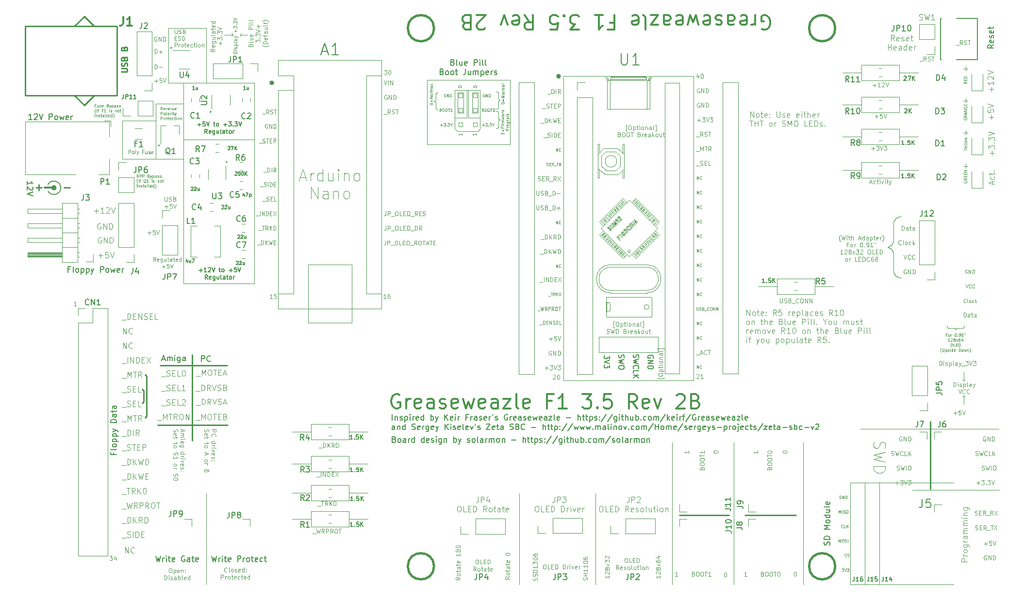
<source format=gbr>
G04 #@! TF.GenerationSoftware,KiCad,Pcbnew,(5.1.9)-1*
G04 #@! TF.CreationDate,2021-03-14T14:47:40+00:00*
G04 #@! TF.ProjectId,Greaseweazle F1 3.5 Inch Rev 2B,47726561-7365-4776-9561-7a6c65204631,2B*
G04 #@! TF.SameCoordinates,PX6312cb0PY6bcb370*
G04 #@! TF.FileFunction,Legend,Top*
G04 #@! TF.FilePolarity,Positive*
%FSLAX46Y46*%
G04 Gerber Fmt 4.6, Leading zero omitted, Abs format (unit mm)*
G04 Created by KiCad (PCBNEW (5.1.9)-1) date 2021-03-14 14:47:40*
%MOMM*%
%LPD*%
G01*
G04 APERTURE LIST*
%ADD10C,0.125000*%
%ADD11C,0.100000*%
%ADD12C,0.120000*%
%ADD13C,0.200000*%
%ADD14C,0.400000*%
%ADD15C,0.150000*%
%ADD16C,0.304800*%
%ADD17C,0.254000*%
%ADD18C,0.300000*%
%ADD19C,0.075000*%
%ADD20C,0.381000*%
%ADD21C,0.127000*%
%ADD22C,0.250000*%
G04 APERTURE END LIST*
D10*
X89550952Y-35286190D02*
X89860476Y-35286190D01*
X89693809Y-35476666D01*
X89765238Y-35476666D01*
X89812857Y-35500476D01*
X89836666Y-35524285D01*
X89860476Y-35571904D01*
X89860476Y-35690952D01*
X89836666Y-35738571D01*
X89812857Y-35762380D01*
X89765238Y-35786190D01*
X89622380Y-35786190D01*
X89574761Y-35762380D01*
X89550952Y-35738571D01*
X90003333Y-35286190D02*
X90170000Y-35786190D01*
X90336666Y-35286190D01*
X90455714Y-35286190D02*
X90765238Y-35286190D01*
X90598571Y-35476666D01*
X90670000Y-35476666D01*
X90717619Y-35500476D01*
X90741428Y-35524285D01*
X90765238Y-35571904D01*
X90765238Y-35690952D01*
X90741428Y-35738571D01*
X90717619Y-35762380D01*
X90670000Y-35786190D01*
X90527142Y-35786190D01*
X90479523Y-35762380D01*
X90455714Y-35738571D01*
X90340666Y-33198571D02*
X90316857Y-33222380D01*
X90245428Y-33246190D01*
X90197809Y-33246190D01*
X90126380Y-33222380D01*
X90078761Y-33174761D01*
X90054952Y-33127142D01*
X90031142Y-33031904D01*
X90031142Y-32960476D01*
X90054952Y-32865238D01*
X90078761Y-32817619D01*
X90126380Y-32770000D01*
X90197809Y-32746190D01*
X90245428Y-32746190D01*
X90316857Y-32770000D01*
X90340666Y-32793809D01*
X90531142Y-33222380D02*
X90602571Y-33246190D01*
X90721619Y-33246190D01*
X90769238Y-33222380D01*
X90793047Y-33198571D01*
X90816857Y-33150952D01*
X90816857Y-33103333D01*
X90793047Y-33055714D01*
X90769238Y-33031904D01*
X90721619Y-33008095D01*
X90626380Y-32984285D01*
X90578761Y-32960476D01*
X90554952Y-32936666D01*
X90531142Y-32889047D01*
X90531142Y-32841428D01*
X90554952Y-32793809D01*
X90578761Y-32770000D01*
X90626380Y-32746190D01*
X90745428Y-32746190D01*
X90816857Y-32770000D01*
X89003285Y-30706190D02*
X89003285Y-30206190D01*
X89169952Y-30563333D01*
X89336619Y-30206190D01*
X89336619Y-30706190D01*
X89669952Y-30206190D02*
X89765190Y-30206190D01*
X89812809Y-30230000D01*
X89860428Y-30277619D01*
X89884238Y-30372857D01*
X89884238Y-30539523D01*
X89860428Y-30634761D01*
X89812809Y-30682380D01*
X89765190Y-30706190D01*
X89669952Y-30706190D01*
X89622333Y-30682380D01*
X89574714Y-30634761D01*
X89550904Y-30539523D01*
X89550904Y-30372857D01*
X89574714Y-30277619D01*
X89622333Y-30230000D01*
X89669952Y-30206190D01*
X90074714Y-30682380D02*
X90146142Y-30706190D01*
X90265190Y-30706190D01*
X90312809Y-30682380D01*
X90336619Y-30658571D01*
X90360428Y-30610952D01*
X90360428Y-30563333D01*
X90336619Y-30515714D01*
X90312809Y-30491904D01*
X90265190Y-30468095D01*
X90169952Y-30444285D01*
X90122333Y-30420476D01*
X90098523Y-30396666D01*
X90074714Y-30349047D01*
X90074714Y-30301428D01*
X90098523Y-30253809D01*
X90122333Y-30230000D01*
X90169952Y-30206190D01*
X90289000Y-30206190D01*
X90360428Y-30230000D01*
X90574714Y-30706190D02*
X90574714Y-30206190D01*
X89745380Y-28118571D02*
X89721571Y-28142380D01*
X89650142Y-28166190D01*
X89602523Y-28166190D01*
X89531095Y-28142380D01*
X89483476Y-28094761D01*
X89459666Y-28047142D01*
X89435857Y-27951904D01*
X89435857Y-27880476D01*
X89459666Y-27785238D01*
X89483476Y-27737619D01*
X89531095Y-27690000D01*
X89602523Y-27666190D01*
X89650142Y-27666190D01*
X89721571Y-27690000D01*
X89745380Y-27713809D01*
X90197761Y-28166190D02*
X89959666Y-28166190D01*
X89959666Y-27666190D01*
X90364428Y-28166190D02*
X90364428Y-27666190D01*
X90650142Y-28166190D02*
X90435857Y-27880476D01*
X90650142Y-27666190D02*
X90364428Y-27951904D01*
X89003285Y-25626190D02*
X89003285Y-25126190D01*
X89169952Y-25483333D01*
X89336619Y-25126190D01*
X89336619Y-25626190D01*
X89574714Y-25626190D02*
X89574714Y-25126190D01*
X89789000Y-25602380D02*
X89860428Y-25626190D01*
X89979476Y-25626190D01*
X90027095Y-25602380D01*
X90050904Y-25578571D01*
X90074714Y-25530952D01*
X90074714Y-25483333D01*
X90050904Y-25435714D01*
X90027095Y-25411904D01*
X89979476Y-25388095D01*
X89884238Y-25364285D01*
X89836619Y-25340476D01*
X89812809Y-25316666D01*
X89789000Y-25269047D01*
X89789000Y-25221428D01*
X89812809Y-25173809D01*
X89836619Y-25150000D01*
X89884238Y-25126190D01*
X90003285Y-25126190D01*
X90074714Y-25150000D01*
X90384238Y-25126190D02*
X90479476Y-25126190D01*
X90527095Y-25150000D01*
X90574714Y-25197619D01*
X90598523Y-25292857D01*
X90598523Y-25459523D01*
X90574714Y-25554761D01*
X90527095Y-25602380D01*
X90479476Y-25626190D01*
X90384238Y-25626190D01*
X90336619Y-25602380D01*
X90289000Y-25554761D01*
X90265190Y-25459523D01*
X90265190Y-25292857D01*
X90289000Y-25197619D01*
X90336619Y-25150000D01*
X90384238Y-25126190D01*
X89408047Y-22610000D02*
X89360428Y-22586190D01*
X89289000Y-22586190D01*
X89217571Y-22610000D01*
X89169952Y-22657619D01*
X89146142Y-22705238D01*
X89122333Y-22800476D01*
X89122333Y-22871904D01*
X89146142Y-22967142D01*
X89169952Y-23014761D01*
X89217571Y-23062380D01*
X89289000Y-23086190D01*
X89336619Y-23086190D01*
X89408047Y-23062380D01*
X89431857Y-23038571D01*
X89431857Y-22871904D01*
X89336619Y-22871904D01*
X89646142Y-23086190D02*
X89646142Y-22586190D01*
X89931857Y-23086190D01*
X89931857Y-22586190D01*
X90169952Y-23086190D02*
X90169952Y-22586190D01*
X90289000Y-22586190D01*
X90360428Y-22610000D01*
X90408047Y-22657619D01*
X90431857Y-22705238D01*
X90455666Y-22800476D01*
X90455666Y-22871904D01*
X90431857Y-22967142D01*
X90408047Y-23014761D01*
X90360428Y-23062380D01*
X90289000Y-23086190D01*
X90169952Y-23086190D01*
D11*
X-40619486Y45564315D02*
X-40786153Y45564315D01*
X-40786153Y45302410D02*
X-40786153Y45802410D01*
X-40548058Y45802410D01*
X-40143296Y45635743D02*
X-40143296Y45302410D01*
X-40357581Y45635743D02*
X-40357581Y45373839D01*
X-40333772Y45326220D01*
X-40286153Y45302410D01*
X-40214724Y45302410D01*
X-40167105Y45326220D01*
X-40143296Y45350029D01*
X-39929010Y45326220D02*
X-39881391Y45302410D01*
X-39786153Y45302410D01*
X-39738534Y45326220D01*
X-39714724Y45373839D01*
X-39714724Y45397648D01*
X-39738534Y45445267D01*
X-39786153Y45469077D01*
X-39857581Y45469077D01*
X-39905200Y45492886D01*
X-39929010Y45540505D01*
X-39929010Y45564315D01*
X-39905200Y45611934D01*
X-39857581Y45635743D01*
X-39786153Y45635743D01*
X-39738534Y45611934D01*
X-39309962Y45326220D02*
X-39357581Y45302410D01*
X-39452820Y45302410D01*
X-39500439Y45326220D01*
X-39524248Y45373839D01*
X-39524248Y45564315D01*
X-39500439Y45611934D01*
X-39452820Y45635743D01*
X-39357581Y45635743D01*
X-39309962Y45611934D01*
X-39286153Y45564315D01*
X-39286153Y45516696D01*
X-39524248Y45469077D01*
X-38524248Y45564315D02*
X-38452820Y45540505D01*
X-38429010Y45516696D01*
X-38405200Y45469077D01*
X-38405200Y45397648D01*
X-38429010Y45350029D01*
X-38452820Y45326220D01*
X-38500439Y45302410D01*
X-38690915Y45302410D01*
X-38690915Y45802410D01*
X-38524248Y45802410D01*
X-38476629Y45778600D01*
X-38452820Y45754791D01*
X-38429010Y45707172D01*
X-38429010Y45659553D01*
X-38452820Y45611934D01*
X-38476629Y45588124D01*
X-38524248Y45564315D01*
X-38690915Y45564315D01*
X-38238534Y45635743D02*
X-38119486Y45302410D01*
X-38000439Y45635743D02*
X-38119486Y45302410D01*
X-38167105Y45183362D01*
X-38190915Y45159553D01*
X-38238534Y45135743D01*
X-37809962Y45635743D02*
X-37809962Y45135743D01*
X-37809962Y45611934D02*
X-37762343Y45635743D01*
X-37667105Y45635743D01*
X-37619486Y45611934D01*
X-37595677Y45588124D01*
X-37571867Y45540505D01*
X-37571867Y45397648D01*
X-37595677Y45350029D01*
X-37619486Y45326220D01*
X-37667105Y45302410D01*
X-37762343Y45302410D01*
X-37809962Y45326220D01*
X-37143296Y45302410D02*
X-37143296Y45564315D01*
X-37167105Y45611934D01*
X-37214724Y45635743D01*
X-37309962Y45635743D01*
X-37357581Y45611934D01*
X-37143296Y45326220D02*
X-37190915Y45302410D01*
X-37309962Y45302410D01*
X-37357581Y45326220D01*
X-37381391Y45373839D01*
X-37381391Y45421458D01*
X-37357581Y45469077D01*
X-37309962Y45492886D01*
X-37190915Y45492886D01*
X-37143296Y45516696D01*
X-36929010Y45326220D02*
X-36881391Y45302410D01*
X-36786153Y45302410D01*
X-36738534Y45326220D01*
X-36714724Y45373839D01*
X-36714724Y45397648D01*
X-36738534Y45445267D01*
X-36786153Y45469077D01*
X-36857581Y45469077D01*
X-36905200Y45492886D01*
X-36929010Y45540505D01*
X-36929010Y45564315D01*
X-36905200Y45611934D01*
X-36857581Y45635743D01*
X-36786153Y45635743D01*
X-36738534Y45611934D01*
X-36524248Y45326220D02*
X-36476629Y45302410D01*
X-36381391Y45302410D01*
X-36333772Y45326220D01*
X-36309962Y45373839D01*
X-36309962Y45397648D01*
X-36333772Y45445267D01*
X-36381391Y45469077D01*
X-36452820Y45469077D01*
X-36500439Y45492886D01*
X-36524248Y45540505D01*
X-36524248Y45564315D01*
X-36500439Y45611934D01*
X-36452820Y45635743D01*
X-36381391Y45635743D01*
X-36333772Y45611934D01*
X-40643296Y44261934D02*
X-40667105Y44285743D01*
X-40714724Y44357172D01*
X-40738534Y44404791D01*
X-40762343Y44476220D01*
X-40786153Y44595267D01*
X-40786153Y44690505D01*
X-40762343Y44809553D01*
X-40738534Y44880981D01*
X-40714724Y44928600D01*
X-40667105Y45000029D01*
X-40643296Y45023839D01*
X-40452820Y44452410D02*
X-40452820Y44952410D01*
X-40286153Y44785743D02*
X-40095677Y44785743D01*
X-40214724Y44452410D02*
X-40214724Y44880981D01*
X-40190915Y44928600D01*
X-40143296Y44952410D01*
X-40095677Y44952410D01*
X-39381391Y44714315D02*
X-39548058Y44714315D01*
X-39548058Y44452410D02*
X-39548058Y44952410D01*
X-39309962Y44952410D01*
X-38857581Y44452410D02*
X-39143296Y44452410D01*
X-39000439Y44452410D02*
X-39000439Y44952410D01*
X-39048058Y44880981D01*
X-39095677Y44833362D01*
X-39143296Y44809553D01*
X-38262343Y44452410D02*
X-38262343Y44785743D01*
X-38262343Y44952410D02*
X-38286153Y44928600D01*
X-38262343Y44904791D01*
X-38238534Y44928600D01*
X-38262343Y44952410D01*
X-38262343Y44904791D01*
X-38048058Y44476220D02*
X-38000439Y44452410D01*
X-37905200Y44452410D01*
X-37857581Y44476220D01*
X-37833772Y44523839D01*
X-37833772Y44547648D01*
X-37857581Y44595267D01*
X-37905200Y44619077D01*
X-37976629Y44619077D01*
X-38024248Y44642886D01*
X-38048058Y44690505D01*
X-38048058Y44714315D01*
X-38024248Y44761934D01*
X-37976629Y44785743D01*
X-37905200Y44785743D01*
X-37857581Y44761934D01*
X-37238534Y44785743D02*
X-37238534Y44452410D01*
X-37238534Y44738124D02*
X-37214724Y44761934D01*
X-37167105Y44785743D01*
X-37095677Y44785743D01*
X-37048058Y44761934D01*
X-37024248Y44714315D01*
X-37024248Y44452410D01*
X-36714724Y44452410D02*
X-36762343Y44476220D01*
X-36786153Y44500029D01*
X-36809962Y44547648D01*
X-36809962Y44690505D01*
X-36786153Y44738124D01*
X-36762343Y44761934D01*
X-36714724Y44785743D01*
X-36643296Y44785743D01*
X-36595677Y44761934D01*
X-36571867Y44738124D01*
X-36548058Y44690505D01*
X-36548058Y44547648D01*
X-36571867Y44500029D01*
X-36595677Y44476220D01*
X-36643296Y44452410D01*
X-36714724Y44452410D01*
X-36405200Y44785743D02*
X-36214724Y44785743D01*
X-36333772Y44952410D02*
X-36333772Y44523839D01*
X-36309962Y44476220D01*
X-36262343Y44452410D01*
X-36214724Y44452410D01*
X-40786153Y43602410D02*
X-40786153Y43935743D01*
X-40786153Y44102410D02*
X-40809962Y44078600D01*
X-40786153Y44054791D01*
X-40762343Y44078600D01*
X-40786153Y44102410D01*
X-40786153Y44054791D01*
X-40548058Y43935743D02*
X-40548058Y43602410D01*
X-40548058Y43888124D02*
X-40524248Y43911934D01*
X-40476629Y43935743D01*
X-40405200Y43935743D01*
X-40357581Y43911934D01*
X-40333772Y43864315D01*
X-40333772Y43602410D01*
X-40119486Y43626220D02*
X-40071867Y43602410D01*
X-39976629Y43602410D01*
X-39929010Y43626220D01*
X-39905200Y43673839D01*
X-39905200Y43697648D01*
X-39929010Y43745267D01*
X-39976629Y43769077D01*
X-40048058Y43769077D01*
X-40095677Y43792886D01*
X-40119486Y43840505D01*
X-40119486Y43864315D01*
X-40095677Y43911934D01*
X-40048058Y43935743D01*
X-39976629Y43935743D01*
X-39929010Y43911934D01*
X-39762343Y43935743D02*
X-39571867Y43935743D01*
X-39690915Y44102410D02*
X-39690915Y43673839D01*
X-39667105Y43626220D01*
X-39619486Y43602410D01*
X-39571867Y43602410D01*
X-39190915Y43602410D02*
X-39190915Y43864315D01*
X-39214724Y43911934D01*
X-39262343Y43935743D01*
X-39357581Y43935743D01*
X-39405200Y43911934D01*
X-39190915Y43626220D02*
X-39238534Y43602410D01*
X-39357581Y43602410D01*
X-39405200Y43626220D01*
X-39429010Y43673839D01*
X-39429010Y43721458D01*
X-39405200Y43769077D01*
X-39357581Y43792886D01*
X-39238534Y43792886D01*
X-39190915Y43816696D01*
X-38881391Y43602410D02*
X-38929010Y43626220D01*
X-38952820Y43673839D01*
X-38952820Y44102410D01*
X-38619486Y43602410D02*
X-38667105Y43626220D01*
X-38690915Y43673839D01*
X-38690915Y44102410D01*
X-38238534Y43626220D02*
X-38286153Y43602410D01*
X-38381391Y43602410D01*
X-38429010Y43626220D01*
X-38452820Y43673839D01*
X-38452820Y43864315D01*
X-38429010Y43911934D01*
X-38381391Y43935743D01*
X-38286153Y43935743D01*
X-38238534Y43911934D01*
X-38214724Y43864315D01*
X-38214724Y43816696D01*
X-38452820Y43769077D01*
X-37786153Y43602410D02*
X-37786153Y44102410D01*
X-37786153Y43626220D02*
X-37833772Y43602410D01*
X-37929010Y43602410D01*
X-37976629Y43626220D01*
X-38000439Y43650029D01*
X-38024248Y43697648D01*
X-38024248Y43840505D01*
X-38000439Y43888124D01*
X-37976629Y43911934D01*
X-37929010Y43935743D01*
X-37833772Y43935743D01*
X-37786153Y43911934D01*
X-37595677Y43411934D02*
X-37571867Y43435743D01*
X-37524248Y43507172D01*
X-37500439Y43554791D01*
X-37476629Y43626220D01*
X-37452820Y43745267D01*
X-37452820Y43840505D01*
X-37476629Y43959553D01*
X-37500439Y44030981D01*
X-37524248Y44078600D01*
X-37571867Y44150029D01*
X-37595677Y44173839D01*
D12*
X-25273000Y45847000D02*
X-30099000Y45847000D01*
D11*
X-34844143Y37193572D02*
X-34844143Y37793572D01*
X-34615572Y37793572D01*
X-34558429Y37765000D01*
X-34529858Y37736429D01*
X-34501286Y37679286D01*
X-34501286Y37593572D01*
X-34529858Y37536429D01*
X-34558429Y37507858D01*
X-34615572Y37479286D01*
X-34844143Y37479286D01*
X-34158429Y37193572D02*
X-34215572Y37222143D01*
X-34244143Y37250715D01*
X-34272715Y37307858D01*
X-34272715Y37479286D01*
X-34244143Y37536429D01*
X-34215572Y37565000D01*
X-34158429Y37593572D01*
X-34072715Y37593572D01*
X-34015572Y37565000D01*
X-33987000Y37536429D01*
X-33958429Y37479286D01*
X-33958429Y37307858D01*
X-33987000Y37250715D01*
X-34015572Y37222143D01*
X-34072715Y37193572D01*
X-34158429Y37193572D01*
X-33615572Y37193572D02*
X-33672715Y37222143D01*
X-33701286Y37279286D01*
X-33701286Y37793572D01*
X-33444143Y37593572D02*
X-33301286Y37193572D01*
X-33158429Y37593572D02*
X-33301286Y37193572D01*
X-33358429Y37050715D01*
X-33387000Y37022143D01*
X-33444143Y36993572D01*
X-32272715Y37507858D02*
X-32472715Y37507858D01*
X-32472715Y37193572D02*
X-32472715Y37793572D01*
X-32187000Y37793572D01*
X-31701286Y37593572D02*
X-31701286Y37193572D01*
X-31958429Y37593572D02*
X-31958429Y37279286D01*
X-31929858Y37222143D01*
X-31872715Y37193572D01*
X-31787000Y37193572D01*
X-31729858Y37222143D01*
X-31701286Y37250715D01*
X-31444143Y37222143D02*
X-31387000Y37193572D01*
X-31272715Y37193572D01*
X-31215572Y37222143D01*
X-31187000Y37279286D01*
X-31187000Y37307858D01*
X-31215572Y37365000D01*
X-31272715Y37393572D01*
X-31358429Y37393572D01*
X-31415572Y37422143D01*
X-31444143Y37479286D01*
X-31444143Y37507858D01*
X-31415572Y37565000D01*
X-31358429Y37593572D01*
X-31272715Y37593572D01*
X-31215572Y37565000D01*
X-30701286Y37222143D02*
X-30758429Y37193572D01*
X-30872715Y37193572D01*
X-30929858Y37222143D01*
X-30958429Y37279286D01*
X-30958429Y37507858D01*
X-30929858Y37565000D01*
X-30872715Y37593572D01*
X-30758429Y37593572D01*
X-30701286Y37565000D01*
X-30672715Y37507858D01*
X-30672715Y37450715D01*
X-30958429Y37393572D01*
D12*
X-25273000Y36195000D02*
X-30099000Y36195000D01*
X-30099000Y38608000D02*
X-30099000Y36195000D01*
X-30099000Y45847000D02*
X-30099000Y38608000D01*
D11*
X109440428Y56129686D02*
X110011857Y56129686D01*
X110619000Y56201115D02*
X110369000Y56558258D01*
X110190428Y56201115D02*
X110190428Y56951115D01*
X110476142Y56951115D01*
X110547571Y56915400D01*
X110583285Y56879686D01*
X110619000Y56808258D01*
X110619000Y56701115D01*
X110583285Y56629686D01*
X110547571Y56593972D01*
X110476142Y56558258D01*
X110190428Y56558258D01*
X110904714Y56236829D02*
X111011857Y56201115D01*
X111190428Y56201115D01*
X111261857Y56236829D01*
X111297571Y56272543D01*
X111333285Y56343972D01*
X111333285Y56415400D01*
X111297571Y56486829D01*
X111261857Y56522543D01*
X111190428Y56558258D01*
X111047571Y56593972D01*
X110976142Y56629686D01*
X110940428Y56665400D01*
X110904714Y56736829D01*
X110904714Y56808258D01*
X110940428Y56879686D01*
X110976142Y56915400D01*
X111047571Y56951115D01*
X111226142Y56951115D01*
X111333285Y56915400D01*
X111547571Y56951115D02*
X111976142Y56951115D01*
X111761857Y56201115D02*
X111761857Y56951115D01*
X103090428Y53284886D02*
X103661857Y53284886D01*
X104269000Y53356315D02*
X104019000Y53713458D01*
X103840428Y53356315D02*
X103840428Y54106315D01*
X104126142Y54106315D01*
X104197571Y54070600D01*
X104233285Y54034886D01*
X104269000Y53963458D01*
X104269000Y53856315D01*
X104233285Y53784886D01*
X104197571Y53749172D01*
X104126142Y53713458D01*
X103840428Y53713458D01*
X104554714Y53392029D02*
X104661857Y53356315D01*
X104840428Y53356315D01*
X104911857Y53392029D01*
X104947571Y53427743D01*
X104983285Y53499172D01*
X104983285Y53570600D01*
X104947571Y53642029D01*
X104911857Y53677743D01*
X104840428Y53713458D01*
X104697571Y53749172D01*
X104626142Y53784886D01*
X104590428Y53820600D01*
X104554714Y53892029D01*
X104554714Y53963458D01*
X104590428Y54034886D01*
X104626142Y54070600D01*
X104697571Y54106315D01*
X104876142Y54106315D01*
X104983285Y54070600D01*
X105197571Y54106315D02*
X105626142Y54106315D01*
X105411857Y53356315D02*
X105411857Y54106315D01*
D13*
X-52573181Y31721696D02*
X-52573181Y32293124D01*
X-52573181Y32007410D02*
X-51573181Y32007410D01*
X-51716039Y32102648D01*
X-51811277Y32197886D01*
X-51858896Y32293124D01*
X-51668420Y31340743D02*
X-51620800Y31293124D01*
X-51573181Y31197886D01*
X-51573181Y30959791D01*
X-51620800Y30864553D01*
X-51668420Y30816934D01*
X-51763658Y30769315D01*
X-51858896Y30769315D01*
X-52001753Y30816934D01*
X-52573181Y31388362D01*
X-52573181Y30769315D01*
X-51573181Y30483600D02*
X-52573181Y30150267D01*
X-51573181Y29816934D01*
D10*
X98710904Y56875120D02*
X98377571Y57351310D01*
X98139476Y56875120D02*
X98139476Y57875120D01*
X98520428Y57875120D01*
X98615666Y57827500D01*
X98663285Y57779881D01*
X98710904Y57684643D01*
X98710904Y57541786D01*
X98663285Y57446548D01*
X98615666Y57398929D01*
X98520428Y57351310D01*
X98139476Y57351310D01*
X99520428Y56922739D02*
X99425190Y56875120D01*
X99234714Y56875120D01*
X99139476Y56922739D01*
X99091857Y57017977D01*
X99091857Y57398929D01*
X99139476Y57494167D01*
X99234714Y57541786D01*
X99425190Y57541786D01*
X99520428Y57494167D01*
X99568047Y57398929D01*
X99568047Y57303691D01*
X99091857Y57208453D01*
X99949000Y56922739D02*
X100044238Y56875120D01*
X100234714Y56875120D01*
X100329952Y56922739D01*
X100377571Y57017977D01*
X100377571Y57065596D01*
X100329952Y57160834D01*
X100234714Y57208453D01*
X100091857Y57208453D01*
X99996619Y57256072D01*
X99949000Y57351310D01*
X99949000Y57398929D01*
X99996619Y57494167D01*
X100091857Y57541786D01*
X100234714Y57541786D01*
X100329952Y57494167D01*
X101187095Y56922739D02*
X101091857Y56875120D01*
X100901380Y56875120D01*
X100806142Y56922739D01*
X100758523Y57017977D01*
X100758523Y57398929D01*
X100806142Y57494167D01*
X100901380Y57541786D01*
X101091857Y57541786D01*
X101187095Y57494167D01*
X101234714Y57398929D01*
X101234714Y57303691D01*
X100758523Y57208453D01*
X101520428Y57541786D02*
X101901380Y57541786D01*
X101663285Y57875120D02*
X101663285Y57017977D01*
X101710904Y56922739D01*
X101806142Y56875120D01*
X101901380Y56875120D01*
X97591857Y55250120D02*
X97591857Y56250120D01*
X97591857Y55773929D02*
X98163285Y55773929D01*
X98163285Y55250120D02*
X98163285Y56250120D01*
X99020428Y55297739D02*
X98925190Y55250120D01*
X98734714Y55250120D01*
X98639476Y55297739D01*
X98591857Y55392977D01*
X98591857Y55773929D01*
X98639476Y55869167D01*
X98734714Y55916786D01*
X98925190Y55916786D01*
X99020428Y55869167D01*
X99068047Y55773929D01*
X99068047Y55678691D01*
X98591857Y55583453D01*
X99925190Y55250120D02*
X99925190Y55773929D01*
X99877571Y55869167D01*
X99782333Y55916786D01*
X99591857Y55916786D01*
X99496619Y55869167D01*
X99925190Y55297739D02*
X99829952Y55250120D01*
X99591857Y55250120D01*
X99496619Y55297739D01*
X99449000Y55392977D01*
X99449000Y55488215D01*
X99496619Y55583453D01*
X99591857Y55631072D01*
X99829952Y55631072D01*
X99925190Y55678691D01*
X100829952Y55250120D02*
X100829952Y56250120D01*
X100829952Y55297739D02*
X100734714Y55250120D01*
X100544238Y55250120D01*
X100449000Y55297739D01*
X100401380Y55345358D01*
X100353761Y55440596D01*
X100353761Y55726310D01*
X100401380Y55821548D01*
X100449000Y55869167D01*
X100544238Y55916786D01*
X100734714Y55916786D01*
X100829952Y55869167D01*
X101687095Y55297739D02*
X101591857Y55250120D01*
X101401380Y55250120D01*
X101306142Y55297739D01*
X101258523Y55392977D01*
X101258523Y55773929D01*
X101306142Y55869167D01*
X101401380Y55916786D01*
X101591857Y55916786D01*
X101687095Y55869167D01*
X101734714Y55773929D01*
X101734714Y55678691D01*
X101258523Y55583453D01*
X102163285Y55250120D02*
X102163285Y55916786D01*
X102163285Y55726310D02*
X102210904Y55821548D01*
X102258523Y55869167D01*
X102353761Y55916786D01*
X102449000Y55916786D01*
D12*
X-21336000Y-22225000D02*
X-21336000Y-38100000D01*
D10*
X-27666000Y-35286285D02*
X-27523143Y-35286285D01*
X-27451715Y-35322000D01*
X-27380286Y-35393428D01*
X-27344572Y-35536285D01*
X-27344572Y-35786285D01*
X-27380286Y-35929142D01*
X-27451715Y-36000571D01*
X-27523143Y-36036285D01*
X-27666000Y-36036285D01*
X-27737429Y-36000571D01*
X-27808858Y-35929142D01*
X-27844572Y-35786285D01*
X-27844572Y-35536285D01*
X-27808858Y-35393428D01*
X-27737429Y-35322000D01*
X-27666000Y-35286285D01*
X-27023143Y-35536285D02*
X-27023143Y-36286285D01*
X-27023143Y-35572000D02*
X-26951715Y-35536285D01*
X-26808858Y-35536285D01*
X-26737429Y-35572000D01*
X-26701715Y-35607714D01*
X-26666000Y-35679142D01*
X-26666000Y-35893428D01*
X-26701715Y-35964857D01*
X-26737429Y-36000571D01*
X-26808858Y-36036285D01*
X-26951715Y-36036285D01*
X-27023143Y-36000571D01*
X-26058858Y-36000571D02*
X-26130286Y-36036285D01*
X-26273143Y-36036285D01*
X-26344572Y-36000571D01*
X-26380286Y-35929142D01*
X-26380286Y-35643428D01*
X-26344572Y-35572000D01*
X-26273143Y-35536285D01*
X-26130286Y-35536285D01*
X-26058858Y-35572000D01*
X-26023143Y-35643428D01*
X-26023143Y-35714857D01*
X-26380286Y-35786285D01*
X-25701715Y-35536285D02*
X-25701715Y-36036285D01*
X-25701715Y-35607714D02*
X-25666000Y-35572000D01*
X-25594572Y-35536285D01*
X-25487429Y-35536285D01*
X-25416000Y-35572000D01*
X-25380286Y-35643428D01*
X-25380286Y-36036285D01*
X-25023143Y-35964857D02*
X-24987429Y-36000571D01*
X-25023143Y-36036285D01*
X-25058858Y-36000571D01*
X-25023143Y-35964857D01*
X-25023143Y-36036285D01*
X-25023143Y-35572000D02*
X-24987429Y-35607714D01*
X-25023143Y-35643428D01*
X-25058858Y-35607714D01*
X-25023143Y-35572000D01*
X-25023143Y-35643428D01*
X-28630286Y-37286285D02*
X-28630286Y-36536285D01*
X-28451715Y-36536285D01*
X-28344572Y-36572000D01*
X-28273143Y-36643428D01*
X-28237429Y-36714857D01*
X-28201715Y-36857714D01*
X-28201715Y-36964857D01*
X-28237429Y-37107714D01*
X-28273143Y-37179142D01*
X-28344572Y-37250571D01*
X-28451715Y-37286285D01*
X-28630286Y-37286285D01*
X-27880286Y-37286285D02*
X-27880286Y-36786285D01*
X-27880286Y-36536285D02*
X-27916000Y-36572000D01*
X-27880286Y-36607714D01*
X-27844572Y-36572000D01*
X-27880286Y-36536285D01*
X-27880286Y-36607714D01*
X-27558858Y-37250571D02*
X-27487429Y-37286285D01*
X-27344572Y-37286285D01*
X-27273143Y-37250571D01*
X-27237429Y-37179142D01*
X-27237429Y-37143428D01*
X-27273143Y-37072000D01*
X-27344572Y-37036285D01*
X-27451715Y-37036285D01*
X-27523143Y-37000571D01*
X-27558858Y-36929142D01*
X-27558858Y-36893428D01*
X-27523143Y-36822000D01*
X-27451715Y-36786285D01*
X-27344572Y-36786285D01*
X-27273143Y-36822000D01*
X-26594572Y-37286285D02*
X-26594572Y-36893428D01*
X-26630286Y-36822000D01*
X-26701715Y-36786285D01*
X-26844572Y-36786285D01*
X-26916000Y-36822000D01*
X-26594572Y-37250571D02*
X-26666000Y-37286285D01*
X-26844572Y-37286285D01*
X-26916000Y-37250571D01*
X-26951715Y-37179142D01*
X-26951715Y-37107714D01*
X-26916000Y-37036285D01*
X-26844572Y-37000571D01*
X-26666000Y-37000571D01*
X-26594572Y-36964857D01*
X-26237429Y-37286285D02*
X-26237429Y-36536285D01*
X-26237429Y-36822000D02*
X-26166000Y-36786285D01*
X-26023143Y-36786285D01*
X-25951715Y-36822000D01*
X-25916000Y-36857714D01*
X-25880286Y-36929142D01*
X-25880286Y-37143428D01*
X-25916000Y-37214857D01*
X-25951715Y-37250571D01*
X-26023143Y-37286285D01*
X-26166000Y-37286285D01*
X-26237429Y-37250571D01*
X-25451715Y-37286285D02*
X-25523143Y-37250571D01*
X-25558858Y-37179142D01*
X-25558858Y-36536285D01*
X-24880286Y-37250571D02*
X-24951715Y-37286285D01*
X-25094572Y-37286285D01*
X-25166000Y-37250571D01*
X-25201715Y-37179142D01*
X-25201715Y-36893428D01*
X-25166000Y-36822000D01*
X-25094572Y-36786285D01*
X-24951715Y-36786285D01*
X-24880286Y-36822000D01*
X-24844572Y-36893428D01*
X-24844572Y-36964857D01*
X-25201715Y-37036285D01*
X-24201715Y-37286285D02*
X-24201715Y-36536285D01*
X-24201715Y-37250571D02*
X-24273143Y-37286285D01*
X-24416000Y-37286285D01*
X-24487429Y-37250571D01*
X-24523143Y-37214857D01*
X-24558858Y-37143428D01*
X-24558858Y-36929142D01*
X-24523143Y-36857714D01*
X-24487429Y-36822000D01*
X-24416000Y-36786285D01*
X-24273143Y-36786285D01*
X-24201715Y-36822000D01*
X-17702429Y-35837857D02*
X-17738143Y-35873571D01*
X-17845286Y-35909285D01*
X-17916715Y-35909285D01*
X-18023858Y-35873571D01*
X-18095286Y-35802142D01*
X-18131000Y-35730714D01*
X-18166715Y-35587857D01*
X-18166715Y-35480714D01*
X-18131000Y-35337857D01*
X-18095286Y-35266428D01*
X-18023858Y-35195000D01*
X-17916715Y-35159285D01*
X-17845286Y-35159285D01*
X-17738143Y-35195000D01*
X-17702429Y-35230714D01*
X-17273858Y-35909285D02*
X-17345286Y-35873571D01*
X-17381000Y-35802142D01*
X-17381000Y-35159285D01*
X-16881000Y-35909285D02*
X-16952429Y-35873571D01*
X-16988143Y-35837857D01*
X-17023858Y-35766428D01*
X-17023858Y-35552142D01*
X-16988143Y-35480714D01*
X-16952429Y-35445000D01*
X-16881000Y-35409285D01*
X-16773858Y-35409285D01*
X-16702429Y-35445000D01*
X-16666715Y-35480714D01*
X-16631000Y-35552142D01*
X-16631000Y-35766428D01*
X-16666715Y-35837857D01*
X-16702429Y-35873571D01*
X-16773858Y-35909285D01*
X-16881000Y-35909285D01*
X-16345286Y-35873571D02*
X-16273858Y-35909285D01*
X-16131000Y-35909285D01*
X-16059572Y-35873571D01*
X-16023858Y-35802142D01*
X-16023858Y-35766428D01*
X-16059572Y-35695000D01*
X-16131000Y-35659285D01*
X-16238143Y-35659285D01*
X-16309572Y-35623571D01*
X-16345286Y-35552142D01*
X-16345286Y-35516428D01*
X-16309572Y-35445000D01*
X-16238143Y-35409285D01*
X-16131000Y-35409285D01*
X-16059572Y-35445000D01*
X-15416715Y-35873571D02*
X-15488143Y-35909285D01*
X-15631000Y-35909285D01*
X-15702429Y-35873571D01*
X-15738143Y-35802142D01*
X-15738143Y-35516428D01*
X-15702429Y-35445000D01*
X-15631000Y-35409285D01*
X-15488143Y-35409285D01*
X-15416715Y-35445000D01*
X-15381000Y-35516428D01*
X-15381000Y-35587857D01*
X-15738143Y-35659285D01*
X-14738143Y-35909285D02*
X-14738143Y-35159285D01*
X-14738143Y-35873571D02*
X-14809572Y-35909285D01*
X-14952429Y-35909285D01*
X-15023858Y-35873571D01*
X-15059572Y-35837857D01*
X-15095286Y-35766428D01*
X-15095286Y-35552142D01*
X-15059572Y-35480714D01*
X-15023858Y-35445000D01*
X-14952429Y-35409285D01*
X-14809572Y-35409285D01*
X-14738143Y-35445000D01*
X-14381000Y-35837857D02*
X-14345286Y-35873571D01*
X-14381000Y-35909285D01*
X-14416715Y-35873571D01*
X-14381000Y-35837857D01*
X-14381000Y-35909285D01*
X-14381000Y-35445000D02*
X-14345286Y-35480714D01*
X-14381000Y-35516428D01*
X-14416715Y-35480714D01*
X-14381000Y-35445000D01*
X-14381000Y-35516428D01*
X-18756000Y-37159285D02*
X-18756000Y-36409285D01*
X-18470286Y-36409285D01*
X-18398858Y-36445000D01*
X-18363143Y-36480714D01*
X-18327429Y-36552142D01*
X-18327429Y-36659285D01*
X-18363143Y-36730714D01*
X-18398858Y-36766428D01*
X-18470286Y-36802142D01*
X-18756000Y-36802142D01*
X-18006000Y-37159285D02*
X-18006000Y-36659285D01*
X-18006000Y-36802142D02*
X-17970286Y-36730714D01*
X-17934572Y-36695000D01*
X-17863143Y-36659285D01*
X-17791715Y-36659285D01*
X-17434572Y-37159285D02*
X-17506000Y-37123571D01*
X-17541715Y-37087857D01*
X-17577429Y-37016428D01*
X-17577429Y-36802142D01*
X-17541715Y-36730714D01*
X-17506000Y-36695000D01*
X-17434572Y-36659285D01*
X-17327429Y-36659285D01*
X-17256000Y-36695000D01*
X-17220286Y-36730714D01*
X-17184572Y-36802142D01*
X-17184572Y-37016428D01*
X-17220286Y-37087857D01*
X-17256000Y-37123571D01*
X-17327429Y-37159285D01*
X-17434572Y-37159285D01*
X-16970286Y-36659285D02*
X-16684572Y-36659285D01*
X-16863143Y-36409285D02*
X-16863143Y-37052142D01*
X-16827429Y-37123571D01*
X-16756000Y-37159285D01*
X-16684572Y-37159285D01*
X-16148858Y-37123571D02*
X-16220286Y-37159285D01*
X-16363143Y-37159285D01*
X-16434572Y-37123571D01*
X-16470286Y-37052142D01*
X-16470286Y-36766428D01*
X-16434572Y-36695000D01*
X-16363143Y-36659285D01*
X-16220286Y-36659285D01*
X-16148858Y-36695000D01*
X-16113143Y-36766428D01*
X-16113143Y-36837857D01*
X-16470286Y-36909285D01*
X-15470286Y-37123571D02*
X-15541715Y-37159285D01*
X-15684572Y-37159285D01*
X-15756000Y-37123571D01*
X-15791715Y-37087857D01*
X-15827429Y-37016428D01*
X-15827429Y-36802142D01*
X-15791715Y-36730714D01*
X-15756000Y-36695000D01*
X-15684572Y-36659285D01*
X-15541715Y-36659285D01*
X-15470286Y-36695000D01*
X-15256000Y-36659285D02*
X-14970286Y-36659285D01*
X-15148858Y-36409285D02*
X-15148858Y-37052142D01*
X-15113143Y-37123571D01*
X-15041715Y-37159285D01*
X-14970286Y-37159285D01*
X-14434572Y-37123571D02*
X-14506000Y-37159285D01*
X-14648858Y-37159285D01*
X-14720286Y-37123571D01*
X-14756000Y-37052142D01*
X-14756000Y-36766428D01*
X-14720286Y-36695000D01*
X-14648858Y-36659285D01*
X-14506000Y-36659285D01*
X-14434572Y-36695000D01*
X-14398858Y-36766428D01*
X-14398858Y-36837857D01*
X-14756000Y-36909285D01*
X-13756000Y-37159285D02*
X-13756000Y-36409285D01*
X-13756000Y-37123571D02*
X-13827429Y-37159285D01*
X-13970286Y-37159285D01*
X-14041715Y-37123571D01*
X-14077429Y-37087857D01*
X-14113143Y-37016428D01*
X-14113143Y-36802142D01*
X-14077429Y-36730714D01*
X-14041715Y-36695000D01*
X-13970286Y-36659285D01*
X-13827429Y-36659285D01*
X-13756000Y-36695000D01*
D12*
X-21336000Y59055000D02*
X-27940000Y59055000D01*
X-21336000Y49530000D02*
X-21336000Y59055000D01*
X-27940000Y49530000D02*
X-21336000Y49530000D01*
X-27940000Y59055000D02*
X-27940000Y49530000D01*
X-30099000Y42926000D02*
X-35941000Y42926000D01*
X-35941000Y36195000D02*
X-30099000Y36195000D01*
X-35941000Y42926000D02*
X-35941000Y36195000D01*
D10*
X9679857Y51718715D02*
X10144142Y51718715D01*
X9894142Y51433000D01*
X10001285Y51433000D01*
X10072714Y51397286D01*
X10108428Y51361572D01*
X10144142Y51290143D01*
X10144142Y51111572D01*
X10108428Y51040143D01*
X10072714Y51004429D01*
X10001285Y50968715D01*
X9787000Y50968715D01*
X9715571Y51004429D01*
X9679857Y51040143D01*
X10608428Y51718715D02*
X10679857Y51718715D01*
X10751285Y51683000D01*
X10787000Y51647286D01*
X10822714Y51575858D01*
X10858428Y51433000D01*
X10858428Y51254429D01*
X10822714Y51111572D01*
X10787000Y51040143D01*
X10751285Y51004429D01*
X10679857Y50968715D01*
X10608428Y50968715D01*
X10537000Y51004429D01*
X10501285Y51040143D01*
X10465571Y51111572D01*
X10429857Y51254429D01*
X10429857Y51433000D01*
X10465571Y51575858D01*
X10501285Y51647286D01*
X10537000Y51683000D01*
X10608428Y51718715D01*
X10017142Y11852715D02*
X9588571Y11852715D01*
X9802857Y11852715D02*
X9802857Y12602715D01*
X9731428Y12495572D01*
X9660000Y12424143D01*
X9588571Y12388429D01*
X10660000Y12602715D02*
X10517142Y12602715D01*
X10445714Y12567000D01*
X10410000Y12531286D01*
X10338571Y12424143D01*
X10302857Y12281286D01*
X10302857Y11995572D01*
X10338571Y11924143D01*
X10374285Y11888429D01*
X10445714Y11852715D01*
X10588571Y11852715D01*
X10660000Y11888429D01*
X10695714Y11924143D01*
X10731428Y11995572D01*
X10731428Y12174143D01*
X10695714Y12245572D01*
X10660000Y12281286D01*
X10588571Y12317000D01*
X10445714Y12317000D01*
X10374285Y12281286D01*
X10338571Y12245572D01*
X10302857Y12174143D01*
X-9794858Y11852715D02*
X-10223429Y11852715D01*
X-10009143Y11852715D02*
X-10009143Y12602715D01*
X-10080572Y12495572D01*
X-10152000Y12424143D01*
X-10223429Y12388429D01*
X-9116286Y12602715D02*
X-9473429Y12602715D01*
X-9509143Y12245572D01*
X-9473429Y12281286D01*
X-9402000Y12317000D01*
X-9223429Y12317000D01*
X-9152000Y12281286D01*
X-9116286Y12245572D01*
X-9080572Y12174143D01*
X-9080572Y11995572D01*
X-9116286Y11924143D01*
X-9152000Y11888429D01*
X-9223429Y11852715D01*
X-9402000Y11852715D01*
X-9473429Y11888429D01*
X-9509143Y11924143D01*
D11*
X-26819334Y58810334D02*
X-26819334Y58243667D01*
X-26786000Y58177000D01*
X-26752667Y58143667D01*
X-26686000Y58110334D01*
X-26552667Y58110334D01*
X-26486000Y58143667D01*
X-26452667Y58177000D01*
X-26419334Y58243667D01*
X-26419334Y58810334D01*
X-26119334Y58143667D02*
X-26019334Y58110334D01*
X-25852667Y58110334D01*
X-25786000Y58143667D01*
X-25752667Y58177000D01*
X-25719334Y58243667D01*
X-25719334Y58310334D01*
X-25752667Y58377000D01*
X-25786000Y58410334D01*
X-25852667Y58443667D01*
X-25986000Y58477000D01*
X-26052667Y58510334D01*
X-26086000Y58543667D01*
X-26119334Y58610334D01*
X-26119334Y58677000D01*
X-26086000Y58743667D01*
X-26052667Y58777000D01*
X-25986000Y58810334D01*
X-25819334Y58810334D01*
X-25719334Y58777000D01*
X-25186000Y58477000D02*
X-25086000Y58443667D01*
X-25052667Y58410334D01*
X-25019334Y58343667D01*
X-25019334Y58243667D01*
X-25052667Y58177000D01*
X-25086000Y58143667D01*
X-25152667Y58110334D01*
X-25419334Y58110334D01*
X-25419334Y58810334D01*
X-25186000Y58810334D01*
X-25119334Y58777000D01*
X-25086000Y58743667D01*
X-25052667Y58677000D01*
X-25052667Y58610334D01*
X-25086000Y58543667D01*
X-25119334Y58510334D01*
X-25186000Y58477000D01*
X-25419334Y58477000D01*
X-26819334Y57327000D02*
X-26586000Y57327000D01*
X-26486000Y56960334D02*
X-26819334Y56960334D01*
X-26819334Y57660334D01*
X-26486000Y57660334D01*
X-26219334Y56993667D02*
X-26119334Y56960334D01*
X-25952667Y56960334D01*
X-25886000Y56993667D01*
X-25852667Y57027000D01*
X-25819334Y57093667D01*
X-25819334Y57160334D01*
X-25852667Y57227000D01*
X-25886000Y57260334D01*
X-25952667Y57293667D01*
X-26086000Y57327000D01*
X-26152667Y57360334D01*
X-26186000Y57393667D01*
X-26219334Y57460334D01*
X-26219334Y57527000D01*
X-26186000Y57593667D01*
X-26152667Y57627000D01*
X-26086000Y57660334D01*
X-25919334Y57660334D01*
X-25819334Y57627000D01*
X-25519334Y56960334D02*
X-25519334Y57660334D01*
X-25352667Y57660334D01*
X-25252667Y57627000D01*
X-25186000Y57560334D01*
X-25152667Y57493667D01*
X-25119334Y57360334D01*
X-25119334Y57260334D01*
X-25152667Y57127000D01*
X-25186000Y57060334D01*
X-25252667Y56993667D01*
X-25352667Y56960334D01*
X-25519334Y56960334D01*
X-26819334Y55810334D02*
X-26819334Y56510334D01*
X-26552667Y56510334D01*
X-26486000Y56477000D01*
X-26452667Y56443667D01*
X-26419334Y56377000D01*
X-26419334Y56277000D01*
X-26452667Y56210334D01*
X-26486000Y56177000D01*
X-26552667Y56143667D01*
X-26819334Y56143667D01*
X-26119334Y55810334D02*
X-26119334Y56277000D01*
X-26119334Y56143667D02*
X-26086000Y56210334D01*
X-26052667Y56243667D01*
X-25986000Y56277000D01*
X-25919334Y56277000D01*
X-25586000Y55810334D02*
X-25652667Y55843667D01*
X-25686000Y55877000D01*
X-25719334Y55943667D01*
X-25719334Y56143667D01*
X-25686000Y56210334D01*
X-25652667Y56243667D01*
X-25586000Y56277000D01*
X-25486000Y56277000D01*
X-25419334Y56243667D01*
X-25386000Y56210334D01*
X-25352667Y56143667D01*
X-25352667Y55943667D01*
X-25386000Y55877000D01*
X-25419334Y55843667D01*
X-25486000Y55810334D01*
X-25586000Y55810334D01*
X-25152667Y56277000D02*
X-24886000Y56277000D01*
X-25052667Y56510334D02*
X-25052667Y55910334D01*
X-25019334Y55843667D01*
X-24952667Y55810334D01*
X-24886000Y55810334D01*
X-24386000Y55843667D02*
X-24452667Y55810334D01*
X-24586000Y55810334D01*
X-24652667Y55843667D01*
X-24686000Y55910334D01*
X-24686000Y56177000D01*
X-24652667Y56243667D01*
X-24586000Y56277000D01*
X-24452667Y56277000D01*
X-24386000Y56243667D01*
X-24352667Y56177000D01*
X-24352667Y56110334D01*
X-24686000Y56043667D01*
X-23752667Y55843667D02*
X-23819334Y55810334D01*
X-23952667Y55810334D01*
X-24019334Y55843667D01*
X-24052667Y55877000D01*
X-24086000Y55943667D01*
X-24086000Y56143667D01*
X-24052667Y56210334D01*
X-24019334Y56243667D01*
X-23952667Y56277000D01*
X-23819334Y56277000D01*
X-23752667Y56243667D01*
X-23552667Y56277000D02*
X-23286000Y56277000D01*
X-23452667Y56510334D02*
X-23452667Y55910334D01*
X-23419334Y55843667D01*
X-23352667Y55810334D01*
X-23286000Y55810334D01*
X-23052667Y55810334D02*
X-23052667Y56277000D01*
X-23052667Y56510334D02*
X-23086000Y56477000D01*
X-23052667Y56443667D01*
X-23019334Y56477000D01*
X-23052667Y56510334D01*
X-23052667Y56443667D01*
X-22619334Y55810334D02*
X-22686000Y55843667D01*
X-22719334Y55877000D01*
X-22752667Y55943667D01*
X-22752667Y56143667D01*
X-22719334Y56210334D01*
X-22686000Y56243667D01*
X-22619334Y56277000D01*
X-22519334Y56277000D01*
X-22452667Y56243667D01*
X-22419334Y56210334D01*
X-22386000Y56143667D01*
X-22386000Y55943667D01*
X-22419334Y55877000D01*
X-22452667Y55843667D01*
X-22519334Y55810334D01*
X-22619334Y55810334D01*
X-22086000Y56277000D02*
X-22086000Y55810334D01*
X-22086000Y56210334D02*
X-22052667Y56243667D01*
X-21986000Y56277000D01*
X-21886000Y56277000D01*
X-21819334Y56243667D01*
X-21786000Y56177000D01*
X-21786000Y55810334D01*
D14*
X40332000Y50673000D02*
G75*
G03*
X40332000Y50673000I-200000J0D01*
G01*
X-9706000Y49530000D02*
G75*
G03*
X-9706000Y49530000I-200000J0D01*
G01*
D13*
X-17680000Y35687000D02*
G75*
G03*
X-17680000Y35687000I-100000J0D01*
G01*
X-20474000Y44450000D02*
G75*
G03*
X-20474000Y44450000I-100000J0D01*
G01*
X-29491000Y38608000D02*
G75*
G03*
X-29491000Y38608000I-100000J0D01*
G01*
X-27332000Y55626000D02*
G75*
G03*
X-27332000Y55626000I-100000J0D01*
G01*
D11*
X-28994239Y44819810D02*
X-29160905Y45057905D01*
X-29279953Y44819810D02*
X-29279953Y45319810D01*
X-29089477Y45319810D01*
X-29041858Y45296000D01*
X-29018048Y45272191D01*
X-28994239Y45224572D01*
X-28994239Y45153143D01*
X-29018048Y45105524D01*
X-29041858Y45081715D01*
X-29089477Y45057905D01*
X-29279953Y45057905D01*
X-28589477Y44843620D02*
X-28637096Y44819810D01*
X-28732334Y44819810D01*
X-28779953Y44843620D01*
X-28803762Y44891239D01*
X-28803762Y45081715D01*
X-28779953Y45129334D01*
X-28732334Y45153143D01*
X-28637096Y45153143D01*
X-28589477Y45129334D01*
X-28565667Y45081715D01*
X-28565667Y45034096D01*
X-28803762Y44986477D01*
X-28399000Y45153143D02*
X-28279953Y44819810D01*
X-28160905Y45153143D01*
X-27779953Y44843620D02*
X-27827572Y44819810D01*
X-27922810Y44819810D01*
X-27970429Y44843620D01*
X-27994239Y44891239D01*
X-27994239Y45081715D01*
X-27970429Y45129334D01*
X-27922810Y45153143D01*
X-27827572Y45153143D01*
X-27779953Y45129334D01*
X-27756143Y45081715D01*
X-27756143Y45034096D01*
X-27994239Y44986477D01*
X-27541858Y44819810D02*
X-27541858Y45153143D01*
X-27541858Y45057905D02*
X-27518048Y45105524D01*
X-27494239Y45129334D01*
X-27446620Y45153143D01*
X-27399000Y45153143D01*
X-27256143Y44843620D02*
X-27208524Y44819810D01*
X-27113286Y44819810D01*
X-27065667Y44843620D01*
X-27041858Y44891239D01*
X-27041858Y44915048D01*
X-27065667Y44962667D01*
X-27113286Y44986477D01*
X-27184715Y44986477D01*
X-27232334Y45010286D01*
X-27256143Y45057905D01*
X-27256143Y45081715D01*
X-27232334Y45129334D01*
X-27184715Y45153143D01*
X-27113286Y45153143D01*
X-27065667Y45129334D01*
X-26637096Y44843620D02*
X-26684715Y44819810D01*
X-26779953Y44819810D01*
X-26827572Y44843620D01*
X-26851381Y44891239D01*
X-26851381Y45081715D01*
X-26827572Y45129334D01*
X-26779953Y45153143D01*
X-26684715Y45153143D01*
X-26637096Y45129334D01*
X-26613286Y45081715D01*
X-26613286Y45034096D01*
X-26851381Y44986477D01*
X-29279953Y43969810D02*
X-29279953Y44469810D01*
X-29089477Y44469810D01*
X-29041858Y44446000D01*
X-29018048Y44422191D01*
X-28994239Y44374572D01*
X-28994239Y44303143D01*
X-29018048Y44255524D01*
X-29041858Y44231715D01*
X-29089477Y44207905D01*
X-29279953Y44207905D01*
X-28708524Y43969810D02*
X-28756143Y43993620D01*
X-28779953Y44017429D01*
X-28803762Y44065048D01*
X-28803762Y44207905D01*
X-28779953Y44255524D01*
X-28756143Y44279334D01*
X-28708524Y44303143D01*
X-28637096Y44303143D01*
X-28589477Y44279334D01*
X-28565667Y44255524D01*
X-28541858Y44207905D01*
X-28541858Y44065048D01*
X-28565667Y44017429D01*
X-28589477Y43993620D01*
X-28637096Y43969810D01*
X-28708524Y43969810D01*
X-28256143Y43969810D02*
X-28303762Y43993620D01*
X-28327572Y44041239D01*
X-28327572Y44469810D01*
X-27851381Y43969810D02*
X-27851381Y44231715D01*
X-27875191Y44279334D01*
X-27922810Y44303143D01*
X-28018048Y44303143D01*
X-28065667Y44279334D01*
X-27851381Y43993620D02*
X-27899000Y43969810D01*
X-28018048Y43969810D01*
X-28065667Y43993620D01*
X-28089477Y44041239D01*
X-28089477Y44088858D01*
X-28065667Y44136477D01*
X-28018048Y44160286D01*
X-27899000Y44160286D01*
X-27851381Y44184096D01*
X-27613286Y43969810D02*
X-27613286Y44303143D01*
X-27613286Y44207905D02*
X-27589477Y44255524D01*
X-27565667Y44279334D01*
X-27518048Y44303143D01*
X-27470429Y44303143D01*
X-27303762Y43969810D02*
X-27303762Y44303143D01*
X-27303762Y44469810D02*
X-27327572Y44446000D01*
X-27303762Y44422191D01*
X-27279953Y44446000D01*
X-27303762Y44469810D01*
X-27303762Y44422191D01*
X-27137096Y44303143D02*
X-26946620Y44303143D01*
X-27065667Y44469810D02*
X-27065667Y44041239D01*
X-27041858Y43993620D01*
X-26994239Y43969810D01*
X-26946620Y43969810D01*
X-26827572Y44303143D02*
X-26708524Y43969810D01*
X-26589477Y44303143D02*
X-26708524Y43969810D01*
X-26756143Y43850762D01*
X-26779953Y43826953D01*
X-26827572Y43803143D01*
X-29279953Y43119810D02*
X-29279953Y43619810D01*
X-29089477Y43619810D01*
X-29041858Y43596000D01*
X-29018048Y43572191D01*
X-28994239Y43524572D01*
X-28994239Y43453143D01*
X-29018048Y43405524D01*
X-29041858Y43381715D01*
X-29089477Y43357905D01*
X-29279953Y43357905D01*
X-28779953Y43119810D02*
X-28779953Y43453143D01*
X-28779953Y43357905D02*
X-28756143Y43405524D01*
X-28732334Y43429334D01*
X-28684715Y43453143D01*
X-28637096Y43453143D01*
X-28399000Y43119810D02*
X-28446620Y43143620D01*
X-28470429Y43167429D01*
X-28494239Y43215048D01*
X-28494239Y43357905D01*
X-28470429Y43405524D01*
X-28446620Y43429334D01*
X-28399000Y43453143D01*
X-28327572Y43453143D01*
X-28279953Y43429334D01*
X-28256143Y43405524D01*
X-28232334Y43357905D01*
X-28232334Y43215048D01*
X-28256143Y43167429D01*
X-28279953Y43143620D01*
X-28327572Y43119810D01*
X-28399000Y43119810D01*
X-28089477Y43453143D02*
X-27899000Y43453143D01*
X-28018048Y43619810D02*
X-28018048Y43191239D01*
X-27994239Y43143620D01*
X-27946620Y43119810D01*
X-27899000Y43119810D01*
X-27541858Y43143620D02*
X-27589477Y43119810D01*
X-27684715Y43119810D01*
X-27732334Y43143620D01*
X-27756143Y43191239D01*
X-27756143Y43381715D01*
X-27732334Y43429334D01*
X-27684715Y43453143D01*
X-27589477Y43453143D01*
X-27541858Y43429334D01*
X-27518048Y43381715D01*
X-27518048Y43334096D01*
X-27756143Y43286477D01*
X-27089477Y43143620D02*
X-27137096Y43119810D01*
X-27232334Y43119810D01*
X-27279953Y43143620D01*
X-27303762Y43167429D01*
X-27327572Y43215048D01*
X-27327572Y43357905D01*
X-27303762Y43405524D01*
X-27279953Y43429334D01*
X-27232334Y43453143D01*
X-27137096Y43453143D01*
X-27089477Y43429334D01*
X-26946620Y43453143D02*
X-26756143Y43453143D01*
X-26875191Y43619810D02*
X-26875191Y43191239D01*
X-26851381Y43143620D01*
X-26803762Y43119810D01*
X-26756143Y43119810D01*
X-26589477Y43119810D02*
X-26589477Y43453143D01*
X-26589477Y43619810D02*
X-26613286Y43596000D01*
X-26589477Y43572191D01*
X-26565667Y43596000D01*
X-26589477Y43619810D01*
X-26589477Y43572191D01*
X-26279953Y43119810D02*
X-26327572Y43143620D01*
X-26351381Y43167429D01*
X-26375191Y43215048D01*
X-26375191Y43357905D01*
X-26351381Y43405524D01*
X-26327572Y43429334D01*
X-26279953Y43453143D01*
X-26208524Y43453143D01*
X-26160905Y43429334D01*
X-26137096Y43405524D01*
X-26113286Y43357905D01*
X-26113286Y43215048D01*
X-26137096Y43167429D01*
X-26160905Y43143620D01*
X-26208524Y43119810D01*
X-26279953Y43119810D01*
X-25899000Y43453143D02*
X-25899000Y43119810D01*
X-25899000Y43405524D02*
X-25875191Y43429334D01*
X-25827572Y43453143D01*
X-25756143Y43453143D01*
X-25708524Y43429334D01*
X-25684715Y43381715D01*
X-25684715Y43119810D01*
X-33185239Y33008810D02*
X-33351905Y33246905D01*
X-33470953Y33008810D02*
X-33470953Y33508810D01*
X-33280477Y33508810D01*
X-33232858Y33485000D01*
X-33209048Y33461191D01*
X-33185239Y33413572D01*
X-33185239Y33342143D01*
X-33209048Y33294524D01*
X-33232858Y33270715D01*
X-33280477Y33246905D01*
X-33470953Y33246905D01*
X-32970953Y33008810D02*
X-32970953Y33508810D01*
X-32780477Y33508810D01*
X-32732858Y33485000D01*
X-32709048Y33461191D01*
X-32685239Y33413572D01*
X-32685239Y33342143D01*
X-32709048Y33294524D01*
X-32732858Y33270715D01*
X-32780477Y33246905D01*
X-32970953Y33246905D01*
X-32470953Y33008810D02*
X-32470953Y33508810D01*
X-32280477Y33508810D01*
X-32232858Y33485000D01*
X-32209048Y33461191D01*
X-32185239Y33413572D01*
X-32185239Y33342143D01*
X-32209048Y33294524D01*
X-32232858Y33270715D01*
X-32280477Y33246905D01*
X-32470953Y33246905D01*
X-31423334Y33270715D02*
X-31351905Y33246905D01*
X-31328096Y33223096D01*
X-31304286Y33175477D01*
X-31304286Y33104048D01*
X-31328096Y33056429D01*
X-31351905Y33032620D01*
X-31399524Y33008810D01*
X-31590000Y33008810D01*
X-31590000Y33508810D01*
X-31423334Y33508810D01*
X-31375715Y33485000D01*
X-31351905Y33461191D01*
X-31328096Y33413572D01*
X-31328096Y33365953D01*
X-31351905Y33318334D01*
X-31375715Y33294524D01*
X-31423334Y33270715D01*
X-31590000Y33270715D01*
X-31137620Y33342143D02*
X-31018572Y33008810D01*
X-30899524Y33342143D02*
X-31018572Y33008810D01*
X-31066191Y32889762D01*
X-31090000Y32865953D01*
X-31137620Y32842143D01*
X-30709048Y33342143D02*
X-30709048Y32842143D01*
X-30709048Y33318334D02*
X-30661429Y33342143D01*
X-30566191Y33342143D01*
X-30518572Y33318334D01*
X-30494762Y33294524D01*
X-30470953Y33246905D01*
X-30470953Y33104048D01*
X-30494762Y33056429D01*
X-30518572Y33032620D01*
X-30566191Y33008810D01*
X-30661429Y33008810D01*
X-30709048Y33032620D01*
X-30042381Y33008810D02*
X-30042381Y33270715D01*
X-30066191Y33318334D01*
X-30113810Y33342143D01*
X-30209048Y33342143D01*
X-30256667Y33318334D01*
X-30042381Y33032620D02*
X-30090000Y33008810D01*
X-30209048Y33008810D01*
X-30256667Y33032620D01*
X-30280477Y33080239D01*
X-30280477Y33127858D01*
X-30256667Y33175477D01*
X-30209048Y33199286D01*
X-30090000Y33199286D01*
X-30042381Y33223096D01*
X-29828096Y33032620D02*
X-29780477Y33008810D01*
X-29685239Y33008810D01*
X-29637620Y33032620D01*
X-29613810Y33080239D01*
X-29613810Y33104048D01*
X-29637620Y33151667D01*
X-29685239Y33175477D01*
X-29756667Y33175477D01*
X-29804286Y33199286D01*
X-29828096Y33246905D01*
X-29828096Y33270715D01*
X-29804286Y33318334D01*
X-29756667Y33342143D01*
X-29685239Y33342143D01*
X-29637620Y33318334D01*
X-29423334Y33032620D02*
X-29375715Y33008810D01*
X-29280477Y33008810D01*
X-29232858Y33032620D01*
X-29209048Y33080239D01*
X-29209048Y33104048D01*
X-29232858Y33151667D01*
X-29280477Y33175477D01*
X-29351905Y33175477D01*
X-29399524Y33199286D01*
X-29423334Y33246905D01*
X-29423334Y33270715D01*
X-29399524Y33318334D01*
X-29351905Y33342143D01*
X-29280477Y33342143D01*
X-29232858Y33318334D01*
X-33328096Y31968334D02*
X-33351905Y31992143D01*
X-33399524Y32063572D01*
X-33423334Y32111191D01*
X-33447143Y32182620D01*
X-33470953Y32301667D01*
X-33470953Y32396905D01*
X-33447143Y32515953D01*
X-33423334Y32587381D01*
X-33399524Y32635000D01*
X-33351905Y32706429D01*
X-33328096Y32730239D01*
X-33137620Y32158810D02*
X-33137620Y32658810D01*
X-32970953Y32492143D02*
X-32780477Y32492143D01*
X-32899524Y32158810D02*
X-32899524Y32587381D01*
X-32875715Y32635000D01*
X-32828096Y32658810D01*
X-32780477Y32658810D01*
X-31899524Y32111191D02*
X-31947143Y32135000D01*
X-31994762Y32182620D01*
X-32066191Y32254048D01*
X-32113810Y32277858D01*
X-32161429Y32277858D01*
X-32137620Y32158810D02*
X-32185239Y32182620D01*
X-32232858Y32230239D01*
X-32256667Y32325477D01*
X-32256667Y32492143D01*
X-32232858Y32587381D01*
X-32185239Y32635000D01*
X-32137620Y32658810D01*
X-32042381Y32658810D01*
X-31994762Y32635000D01*
X-31947143Y32587381D01*
X-31923334Y32492143D01*
X-31923334Y32325477D01*
X-31947143Y32230239D01*
X-31994762Y32182620D01*
X-32042381Y32158810D01*
X-32137620Y32158810D01*
X-31447143Y32158810D02*
X-31732858Y32158810D01*
X-31590000Y32158810D02*
X-31590000Y32658810D01*
X-31637620Y32587381D01*
X-31685239Y32539762D01*
X-31732858Y32515953D01*
X-30851905Y32158810D02*
X-30851905Y32492143D01*
X-30851905Y32658810D02*
X-30875715Y32635000D01*
X-30851905Y32611191D01*
X-30828096Y32635000D01*
X-30851905Y32658810D01*
X-30851905Y32611191D01*
X-30637620Y32182620D02*
X-30590000Y32158810D01*
X-30494762Y32158810D01*
X-30447143Y32182620D01*
X-30423334Y32230239D01*
X-30423334Y32254048D01*
X-30447143Y32301667D01*
X-30494762Y32325477D01*
X-30566191Y32325477D01*
X-30613810Y32349286D01*
X-30637620Y32396905D01*
X-30637620Y32420715D01*
X-30613810Y32468334D01*
X-30566191Y32492143D01*
X-30494762Y32492143D01*
X-30447143Y32468334D01*
X-29828096Y32492143D02*
X-29828096Y32158810D01*
X-29828096Y32444524D02*
X-29804286Y32468334D01*
X-29756667Y32492143D01*
X-29685239Y32492143D01*
X-29637620Y32468334D01*
X-29613810Y32420715D01*
X-29613810Y32158810D01*
X-29304286Y32158810D02*
X-29351905Y32182620D01*
X-29375715Y32206429D01*
X-29399524Y32254048D01*
X-29399524Y32396905D01*
X-29375715Y32444524D01*
X-29351905Y32468334D01*
X-29304286Y32492143D01*
X-29232858Y32492143D01*
X-29185239Y32468334D01*
X-29161429Y32444524D01*
X-29137620Y32396905D01*
X-29137620Y32254048D01*
X-29161429Y32206429D01*
X-29185239Y32182620D01*
X-29232858Y32158810D01*
X-29304286Y32158810D01*
X-28994762Y32492143D02*
X-28804286Y32492143D01*
X-28923334Y32658810D02*
X-28923334Y32230239D01*
X-28899524Y32182620D01*
X-28851905Y32158810D01*
X-28804286Y32158810D01*
X-33470953Y31308810D02*
X-33470953Y31642143D01*
X-33470953Y31808810D02*
X-33494762Y31785000D01*
X-33470953Y31761191D01*
X-33447143Y31785000D01*
X-33470953Y31808810D01*
X-33470953Y31761191D01*
X-33232858Y31642143D02*
X-33232858Y31308810D01*
X-33232858Y31594524D02*
X-33209048Y31618334D01*
X-33161429Y31642143D01*
X-33090000Y31642143D01*
X-33042381Y31618334D01*
X-33018572Y31570715D01*
X-33018572Y31308810D01*
X-32804286Y31332620D02*
X-32756667Y31308810D01*
X-32661429Y31308810D01*
X-32613810Y31332620D01*
X-32590000Y31380239D01*
X-32590000Y31404048D01*
X-32613810Y31451667D01*
X-32661429Y31475477D01*
X-32732858Y31475477D01*
X-32780477Y31499286D01*
X-32804286Y31546905D01*
X-32804286Y31570715D01*
X-32780477Y31618334D01*
X-32732858Y31642143D01*
X-32661429Y31642143D01*
X-32613810Y31618334D01*
X-32447143Y31642143D02*
X-32256667Y31642143D01*
X-32375715Y31808810D02*
X-32375715Y31380239D01*
X-32351905Y31332620D01*
X-32304286Y31308810D01*
X-32256667Y31308810D01*
X-31875715Y31308810D02*
X-31875715Y31570715D01*
X-31899524Y31618334D01*
X-31947143Y31642143D01*
X-32042381Y31642143D01*
X-32090000Y31618334D01*
X-31875715Y31332620D02*
X-31923334Y31308810D01*
X-32042381Y31308810D01*
X-32090000Y31332620D01*
X-32113810Y31380239D01*
X-32113810Y31427858D01*
X-32090000Y31475477D01*
X-32042381Y31499286D01*
X-31923334Y31499286D01*
X-31875715Y31523096D01*
X-31566191Y31308810D02*
X-31613810Y31332620D01*
X-31637620Y31380239D01*
X-31637620Y31808810D01*
X-31304286Y31308810D02*
X-31351905Y31332620D01*
X-31375715Y31380239D01*
X-31375715Y31808810D01*
X-30923334Y31332620D02*
X-30970953Y31308810D01*
X-31066191Y31308810D01*
X-31113810Y31332620D01*
X-31137620Y31380239D01*
X-31137620Y31570715D01*
X-31113810Y31618334D01*
X-31066191Y31642143D01*
X-30970953Y31642143D01*
X-30923334Y31618334D01*
X-30899524Y31570715D01*
X-30899524Y31523096D01*
X-31137620Y31475477D01*
X-30470953Y31308810D02*
X-30470953Y31808810D01*
X-30470953Y31332620D02*
X-30518572Y31308810D01*
X-30613810Y31308810D01*
X-30661429Y31332620D01*
X-30685239Y31356429D01*
X-30709048Y31404048D01*
X-30709048Y31546905D01*
X-30685239Y31594524D01*
X-30661429Y31618334D01*
X-30613810Y31642143D01*
X-30518572Y31642143D01*
X-30470953Y31618334D01*
X-30280477Y31118334D02*
X-30256667Y31142143D01*
X-30209048Y31213572D01*
X-30185239Y31261191D01*
X-30161429Y31332620D01*
X-30137620Y31451667D01*
X-30137620Y31546905D01*
X-30161429Y31665953D01*
X-30185239Y31737381D01*
X-30209048Y31785000D01*
X-30256667Y31856429D01*
X-30280477Y31880239D01*
D10*
X-30176534Y18355634D02*
X-30409867Y18688967D01*
X-30576534Y18355634D02*
X-30576534Y19055634D01*
X-30309867Y19055634D01*
X-30243200Y19022300D01*
X-30209867Y18988967D01*
X-30176534Y18922300D01*
X-30176534Y18822300D01*
X-30209867Y18755634D01*
X-30243200Y18722300D01*
X-30309867Y18688967D01*
X-30576534Y18688967D01*
X-29609867Y18388967D02*
X-29676534Y18355634D01*
X-29809867Y18355634D01*
X-29876534Y18388967D01*
X-29909867Y18455634D01*
X-29909867Y18722300D01*
X-29876534Y18788967D01*
X-29809867Y18822300D01*
X-29676534Y18822300D01*
X-29609867Y18788967D01*
X-29576534Y18722300D01*
X-29576534Y18655634D01*
X-29909867Y18588967D01*
X-28976534Y18822300D02*
X-28976534Y18255634D01*
X-29009867Y18188967D01*
X-29043200Y18155634D01*
X-29109867Y18122300D01*
X-29209867Y18122300D01*
X-29276534Y18155634D01*
X-28976534Y18388967D02*
X-29043200Y18355634D01*
X-29176534Y18355634D01*
X-29243200Y18388967D01*
X-29276534Y18422300D01*
X-29309867Y18488967D01*
X-29309867Y18688967D01*
X-29276534Y18755634D01*
X-29243200Y18788967D01*
X-29176534Y18822300D01*
X-29043200Y18822300D01*
X-28976534Y18788967D01*
X-28343200Y18822300D02*
X-28343200Y18355634D01*
X-28643200Y18822300D02*
X-28643200Y18455634D01*
X-28609867Y18388967D01*
X-28543200Y18355634D01*
X-28443200Y18355634D01*
X-28376534Y18388967D01*
X-28343200Y18422300D01*
X-27909867Y18355634D02*
X-27976534Y18388967D01*
X-28009867Y18455634D01*
X-28009867Y19055634D01*
X-27343200Y18355634D02*
X-27343200Y18722300D01*
X-27376534Y18788967D01*
X-27443200Y18822300D01*
X-27576534Y18822300D01*
X-27643200Y18788967D01*
X-27343200Y18388967D02*
X-27409867Y18355634D01*
X-27576534Y18355634D01*
X-27643200Y18388967D01*
X-27676534Y18455634D01*
X-27676534Y18522300D01*
X-27643200Y18588967D01*
X-27576534Y18622300D01*
X-27409867Y18622300D01*
X-27343200Y18655634D01*
X-27109867Y18822300D02*
X-26843200Y18822300D01*
X-27009867Y19055634D02*
X-27009867Y18455634D01*
X-26976534Y18388967D01*
X-26909867Y18355634D01*
X-26843200Y18355634D01*
X-26343200Y18388967D02*
X-26409867Y18355634D01*
X-26543200Y18355634D01*
X-26609867Y18388967D01*
X-26643200Y18455634D01*
X-26643200Y18722300D01*
X-26609867Y18788967D01*
X-26543200Y18822300D01*
X-26409867Y18822300D01*
X-26343200Y18788967D01*
X-26309867Y18722300D01*
X-26309867Y18655634D01*
X-26643200Y18588967D01*
X-25709867Y18355634D02*
X-25709867Y19055634D01*
X-25709867Y18388967D02*
X-25776534Y18355634D01*
X-25909867Y18355634D01*
X-25976534Y18388967D01*
X-26009867Y18422300D01*
X-26043200Y18488967D01*
X-26043200Y18688967D01*
X-26009867Y18755634D01*
X-25976534Y18788967D01*
X-25909867Y18822300D01*
X-25776534Y18822300D01*
X-25709867Y18788967D01*
X-29043200Y17447300D02*
X-28509867Y17447300D01*
X-28776534Y17180634D02*
X-28776534Y17713967D01*
X-27843200Y17880634D02*
X-28176534Y17880634D01*
X-28209867Y17547300D01*
X-28176534Y17580634D01*
X-28109867Y17613967D01*
X-27943200Y17613967D01*
X-27876534Y17580634D01*
X-27843200Y17547300D01*
X-27809867Y17480634D01*
X-27809867Y17313967D01*
X-27843200Y17247300D01*
X-27876534Y17213967D01*
X-27943200Y17180634D01*
X-28109867Y17180634D01*
X-28176534Y17213967D01*
X-28209867Y17247300D01*
X-27609867Y17880634D02*
X-27376534Y17180634D01*
X-27143200Y17880634D01*
X-31545886Y23339829D02*
X-30974458Y23339829D01*
X-31260172Y23054115D02*
X-31260172Y23625543D01*
X-30260172Y23804115D02*
X-30617315Y23804115D01*
X-30653029Y23446972D01*
X-30617315Y23482686D01*
X-30545886Y23518400D01*
X-30367315Y23518400D01*
X-30295886Y23482686D01*
X-30260172Y23446972D01*
X-30224458Y23375543D01*
X-30224458Y23196972D01*
X-30260172Y23125543D01*
X-30295886Y23089829D01*
X-30367315Y23054115D01*
X-30545886Y23054115D01*
X-30617315Y23089829D01*
X-30653029Y23125543D01*
X-30010172Y23804115D02*
X-29760172Y23054115D01*
X-29510172Y23804115D01*
X-28581629Y29610715D02*
X-28581629Y29003572D01*
X-28545915Y28932143D01*
X-28510200Y28896429D01*
X-28438772Y28860715D01*
X-28295915Y28860715D01*
X-28224486Y28896429D01*
X-28188772Y28932143D01*
X-28153058Y29003572D01*
X-28153058Y29610715D01*
X-27831629Y28896429D02*
X-27724486Y28860715D01*
X-27545915Y28860715D01*
X-27474486Y28896429D01*
X-27438772Y28932143D01*
X-27403058Y29003572D01*
X-27403058Y29075000D01*
X-27438772Y29146429D01*
X-27474486Y29182143D01*
X-27545915Y29217858D01*
X-27688772Y29253572D01*
X-27760200Y29289286D01*
X-27795915Y29325000D01*
X-27831629Y29396429D01*
X-27831629Y29467858D01*
X-27795915Y29539286D01*
X-27760200Y29575000D01*
X-27688772Y29610715D01*
X-27510200Y29610715D01*
X-27403058Y29575000D01*
X-26831629Y29253572D02*
X-26724486Y29217858D01*
X-26688772Y29182143D01*
X-26653058Y29110715D01*
X-26653058Y29003572D01*
X-26688772Y28932143D01*
X-26724486Y28896429D01*
X-26795915Y28860715D01*
X-27081629Y28860715D01*
X-27081629Y29610715D01*
X-26831629Y29610715D01*
X-26760200Y29575000D01*
X-26724486Y29539286D01*
X-26688772Y29467858D01*
X-26688772Y29396429D01*
X-26724486Y29325000D01*
X-26760200Y29289286D01*
X-26831629Y29253572D01*
X-27081629Y29253572D01*
X-28599486Y27896429D02*
X-28028058Y27896429D01*
X-28313772Y27610715D02*
X-28313772Y28182143D01*
X-27313772Y28360715D02*
X-27670915Y28360715D01*
X-27706629Y28003572D01*
X-27670915Y28039286D01*
X-27599486Y28075000D01*
X-27420915Y28075000D01*
X-27349486Y28039286D01*
X-27313772Y28003572D01*
X-27278058Y27932143D01*
X-27278058Y27753572D01*
X-27313772Y27682143D01*
X-27349486Y27646429D01*
X-27420915Y27610715D01*
X-27599486Y27610715D01*
X-27670915Y27646429D01*
X-27706629Y27682143D01*
X-27063772Y28360715D02*
X-26813772Y27610715D01*
X-26563772Y28360715D01*
D15*
X-22588486Y16789129D02*
X-22017058Y16789129D01*
X-22302772Y16503415D02*
X-22302772Y17074843D01*
X-21267058Y16503415D02*
X-21695629Y16503415D01*
X-21481343Y16503415D02*
X-21481343Y17253415D01*
X-21552772Y17146272D01*
X-21624200Y17074843D01*
X-21695629Y17039129D01*
X-20981343Y17181986D02*
X-20945629Y17217700D01*
X-20874200Y17253415D01*
X-20695629Y17253415D01*
X-20624200Y17217700D01*
X-20588486Y17181986D01*
X-20552772Y17110558D01*
X-20552772Y17039129D01*
X-20588486Y16931986D01*
X-21017058Y16503415D01*
X-20552772Y16503415D01*
X-20338486Y17253415D02*
X-20088486Y16503415D01*
X-19838486Y17253415D01*
X-19124200Y17003415D02*
X-18838486Y17003415D01*
X-19017058Y17253415D02*
X-19017058Y16610558D01*
X-18981343Y16539129D01*
X-18909915Y16503415D01*
X-18838486Y16503415D01*
X-18481343Y16503415D02*
X-18552772Y16539129D01*
X-18588486Y16574843D01*
X-18624200Y16646272D01*
X-18624200Y16860558D01*
X-18588486Y16931986D01*
X-18552772Y16967700D01*
X-18481343Y17003415D01*
X-18374200Y17003415D01*
X-18302772Y16967700D01*
X-18267058Y16931986D01*
X-18231343Y16860558D01*
X-18231343Y16646272D01*
X-18267058Y16574843D01*
X-18302772Y16539129D01*
X-18374200Y16503415D01*
X-18481343Y16503415D01*
X-17338486Y16789129D02*
X-16767058Y16789129D01*
X-17052772Y16503415D02*
X-17052772Y17074843D01*
X-16052772Y17253415D02*
X-16409915Y17253415D01*
X-16445629Y16896272D01*
X-16409915Y16931986D01*
X-16338486Y16967700D01*
X-16159915Y16967700D01*
X-16088486Y16931986D01*
X-16052772Y16896272D01*
X-16017058Y16824843D01*
X-16017058Y16646272D01*
X-16052772Y16574843D01*
X-16088486Y16539129D01*
X-16159915Y16503415D01*
X-16338486Y16503415D01*
X-16409915Y16539129D01*
X-16445629Y16574843D01*
X-15802772Y17253415D02*
X-15552772Y16503415D01*
X-15302772Y17253415D01*
X-21088486Y15228415D02*
X-21338486Y15585558D01*
X-21517058Y15228415D02*
X-21517058Y15978415D01*
X-21231343Y15978415D01*
X-21159915Y15942700D01*
X-21124200Y15906986D01*
X-21088486Y15835558D01*
X-21088486Y15728415D01*
X-21124200Y15656986D01*
X-21159915Y15621272D01*
X-21231343Y15585558D01*
X-21517058Y15585558D01*
X-20481343Y15264129D02*
X-20552772Y15228415D01*
X-20695629Y15228415D01*
X-20767058Y15264129D01*
X-20802772Y15335558D01*
X-20802772Y15621272D01*
X-20767058Y15692700D01*
X-20695629Y15728415D01*
X-20552772Y15728415D01*
X-20481343Y15692700D01*
X-20445629Y15621272D01*
X-20445629Y15549843D01*
X-20802772Y15478415D01*
X-19802772Y15728415D02*
X-19802772Y15121272D01*
X-19838486Y15049843D01*
X-19874200Y15014129D01*
X-19945629Y14978415D01*
X-20052772Y14978415D01*
X-20124200Y15014129D01*
X-19802772Y15264129D02*
X-19874200Y15228415D01*
X-20017058Y15228415D01*
X-20088486Y15264129D01*
X-20124200Y15299843D01*
X-20159915Y15371272D01*
X-20159915Y15585558D01*
X-20124200Y15656986D01*
X-20088486Y15692700D01*
X-20017058Y15728415D01*
X-19874200Y15728415D01*
X-19802772Y15692700D01*
X-19124200Y15728415D02*
X-19124200Y15228415D01*
X-19445629Y15728415D02*
X-19445629Y15335558D01*
X-19409915Y15264129D01*
X-19338486Y15228415D01*
X-19231343Y15228415D01*
X-19159915Y15264129D01*
X-19124200Y15299843D01*
X-18659915Y15228415D02*
X-18731343Y15264129D01*
X-18767058Y15335558D01*
X-18767058Y15978415D01*
X-18052772Y15228415D02*
X-18052772Y15621272D01*
X-18088486Y15692700D01*
X-18159915Y15728415D01*
X-18302772Y15728415D01*
X-18374200Y15692700D01*
X-18052772Y15264129D02*
X-18124200Y15228415D01*
X-18302772Y15228415D01*
X-18374200Y15264129D01*
X-18409915Y15335558D01*
X-18409915Y15406986D01*
X-18374200Y15478415D01*
X-18302772Y15514129D01*
X-18124200Y15514129D01*
X-18052772Y15549843D01*
X-17802772Y15728415D02*
X-17517058Y15728415D01*
X-17695629Y15978415D02*
X-17695629Y15335558D01*
X-17659915Y15264129D01*
X-17588486Y15228415D01*
X-17517058Y15228415D01*
X-17159915Y15228415D02*
X-17231343Y15264129D01*
X-17267058Y15299843D01*
X-17302772Y15371272D01*
X-17302772Y15585558D01*
X-17267058Y15656986D01*
X-17231343Y15692700D01*
X-17159915Y15728415D01*
X-17052772Y15728415D01*
X-16981343Y15692700D01*
X-16945629Y15656986D01*
X-16909915Y15585558D01*
X-16909915Y15371272D01*
X-16945629Y15299843D01*
X-16981343Y15264129D01*
X-17052772Y15228415D01*
X-17159915Y15228415D01*
X-16588486Y15228415D02*
X-16588486Y15728415D01*
X-16588486Y15585558D02*
X-16552772Y15656986D01*
X-16517058Y15692700D01*
X-16445629Y15728415D01*
X-16374200Y15728415D01*
D12*
X-25273000Y14503400D02*
X-25273000Y39624000D01*
X-12954000Y14503400D02*
X-25273000Y14503400D01*
X-12954000Y39624000D02*
X-12954000Y14478000D01*
D10*
X39179571Y-1565714D02*
X39215285Y-1530000D01*
X39286714Y-1494285D01*
X39465285Y-1494285D01*
X39536714Y-1530000D01*
X39572428Y-1565714D01*
X39608142Y-1637142D01*
X39608142Y-1708571D01*
X39572428Y-1815714D01*
X39143857Y-2244285D01*
X39608142Y-2244285D01*
X40072428Y-1494285D02*
X40143857Y-1494285D01*
X40215285Y-1530000D01*
X40251000Y-1565714D01*
X40286714Y-1637142D01*
X40322428Y-1780000D01*
X40322428Y-1958571D01*
X40286714Y-2101428D01*
X40251000Y-2172857D01*
X40215285Y-2208571D01*
X40143857Y-2244285D01*
X40072428Y-2244285D01*
X40001000Y-2208571D01*
X39965285Y-2172857D01*
X39929571Y-2101428D01*
X39893857Y-1958571D01*
X39893857Y-1780000D01*
X39929571Y-1637142D01*
X39965285Y-1565714D01*
X40001000Y-1530000D01*
X40072428Y-1494285D01*
X64198571Y-1438714D02*
X64234285Y-1403000D01*
X64305714Y-1367285D01*
X64484285Y-1367285D01*
X64555714Y-1403000D01*
X64591428Y-1438714D01*
X64627142Y-1510142D01*
X64627142Y-1581571D01*
X64591428Y-1688714D01*
X64162857Y-2117285D01*
X64627142Y-2117285D01*
X65341428Y-2117285D02*
X64912857Y-2117285D01*
X65127142Y-2117285D02*
X65127142Y-1367285D01*
X65055714Y-1474428D01*
X64984285Y-1545857D01*
X64912857Y-1581571D01*
X64555714Y50833715D02*
X64555714Y50333715D01*
X64377142Y51119429D02*
X64198571Y50583715D01*
X64662857Y50583715D01*
X65091428Y51083715D02*
X65162857Y51083715D01*
X65234285Y51048000D01*
X65270000Y51012286D01*
X65305714Y50940858D01*
X65341428Y50798000D01*
X65341428Y50619429D01*
X65305714Y50476572D01*
X65270000Y50405143D01*
X65234285Y50369429D01*
X65162857Y50333715D01*
X65091428Y50333715D01*
X65020000Y50369429D01*
X64984285Y50405143D01*
X64948571Y50476572D01*
X64912857Y50619429D01*
X64912857Y50798000D01*
X64948571Y50940858D01*
X64984285Y51012286D01*
X65020000Y51048000D01*
X65091428Y51083715D01*
X-4936477Y32979167D02*
X-3984096Y32979167D01*
X-5126953Y32407739D02*
X-4460286Y34407739D01*
X-3793620Y32407739D01*
X-3126953Y32407739D02*
X-3126953Y33741072D01*
X-3126953Y33360120D02*
X-3031715Y33550596D01*
X-2936477Y33645834D01*
X-2746000Y33741072D01*
X-2555524Y33741072D01*
X-1031715Y32407739D02*
X-1031715Y34407739D01*
X-1031715Y32502977D02*
X-1222191Y32407739D01*
X-1603143Y32407739D01*
X-1793620Y32502977D01*
X-1888858Y32598215D01*
X-1984096Y32788691D01*
X-1984096Y33360120D01*
X-1888858Y33550596D01*
X-1793620Y33645834D01*
X-1603143Y33741072D01*
X-1222191Y33741072D01*
X-1031715Y33645834D01*
X777809Y33741072D02*
X777809Y32407739D01*
X-79334Y33741072D02*
X-79334Y32693453D01*
X15904Y32502977D01*
X206380Y32407739D01*
X492095Y32407739D01*
X682571Y32502977D01*
X777809Y32598215D01*
X1730190Y32407739D02*
X1730190Y33741072D01*
X1730190Y34407739D02*
X1634952Y34312500D01*
X1730190Y34217262D01*
X1825428Y34312500D01*
X1730190Y34407739D01*
X1730190Y34217262D01*
X2682571Y33741072D02*
X2682571Y32407739D01*
X2682571Y33550596D02*
X2777809Y33645834D01*
X2968285Y33741072D01*
X3254000Y33741072D01*
X3444476Y33645834D01*
X3539714Y33455358D01*
X3539714Y32407739D01*
X4777809Y32407739D02*
X4587333Y32502977D01*
X4492095Y32598215D01*
X4396857Y32788691D01*
X4396857Y33360120D01*
X4492095Y33550596D01*
X4587333Y33645834D01*
X4777809Y33741072D01*
X5063523Y33741072D01*
X5254000Y33645834D01*
X5349238Y33550596D01*
X5444476Y33360120D01*
X5444476Y32788691D01*
X5349238Y32598215D01*
X5254000Y32502977D01*
X5063523Y32407739D01*
X4777809Y32407739D01*
X-3031715Y29282739D02*
X-3031715Y31282739D01*
X-1888858Y29282739D01*
X-1888858Y31282739D01*
X-79334Y29282739D02*
X-79334Y30330358D01*
X-174572Y30520834D01*
X-365048Y30616072D01*
X-746000Y30616072D01*
X-936477Y30520834D01*
X-79334Y29377977D02*
X-269810Y29282739D01*
X-746000Y29282739D01*
X-936477Y29377977D01*
X-1031715Y29568453D01*
X-1031715Y29758929D01*
X-936477Y29949405D01*
X-746000Y30044643D01*
X-269810Y30044643D01*
X-79334Y30139881D01*
X873047Y30616072D02*
X873047Y29282739D01*
X873047Y30425596D02*
X968285Y30520834D01*
X1158761Y30616072D01*
X1444476Y30616072D01*
X1634952Y30520834D01*
X1730190Y30330358D01*
X1730190Y29282739D01*
X2968285Y29282739D02*
X2777809Y29377977D01*
X2682571Y29473215D01*
X2587333Y29663691D01*
X2587333Y30235120D01*
X2682571Y30425596D01*
X2777809Y30520834D01*
X2968285Y30616072D01*
X3254000Y30616072D01*
X3444476Y30520834D01*
X3539714Y30425596D01*
X3634952Y30235120D01*
X3634952Y29663691D01*
X3539714Y29473215D01*
X3444476Y29377977D01*
X3254000Y29282739D01*
X2968285Y29282739D01*
D12*
X116967000Y-10922000D02*
X92837000Y-10922000D01*
X117017800Y-21590000D02*
X101854000Y-21590000D01*
X82804000Y-13335000D02*
X82804000Y-38100000D01*
X70739000Y-13335000D02*
X70739000Y-38100000D01*
X59944000Y-13335000D02*
X59944000Y-38100000D01*
X46609000Y-22225000D02*
X46609000Y-38100000D01*
X33274000Y-22225000D02*
X33274000Y-38100000D01*
D10*
X52379666Y-22769880D02*
X52379666Y-23484166D01*
X52332047Y-23627023D01*
X52236809Y-23722261D01*
X52093952Y-23769880D01*
X51998714Y-23769880D01*
X52855857Y-23769880D02*
X52855857Y-22769880D01*
X53236809Y-22769880D01*
X53332047Y-22817500D01*
X53379666Y-22865119D01*
X53427285Y-22960357D01*
X53427285Y-23103214D01*
X53379666Y-23198452D01*
X53332047Y-23246071D01*
X53236809Y-23293690D01*
X52855857Y-23293690D01*
X53808238Y-22865119D02*
X53855857Y-22817500D01*
X53951095Y-22769880D01*
X54189190Y-22769880D01*
X54284428Y-22817500D01*
X54332047Y-22865119D01*
X54379666Y-22960357D01*
X54379666Y-23055595D01*
X54332047Y-23198452D01*
X53760619Y-23769880D01*
X54379666Y-23769880D01*
X47451095Y-24394880D02*
X47641571Y-24394880D01*
X47736809Y-24442500D01*
X47832047Y-24537738D01*
X47879666Y-24728214D01*
X47879666Y-25061547D01*
X47832047Y-25252023D01*
X47736809Y-25347261D01*
X47641571Y-25394880D01*
X47451095Y-25394880D01*
X47355857Y-25347261D01*
X47260619Y-25252023D01*
X47213000Y-25061547D01*
X47213000Y-24728214D01*
X47260619Y-24537738D01*
X47355857Y-24442500D01*
X47451095Y-24394880D01*
X48784428Y-25394880D02*
X48308238Y-25394880D01*
X48308238Y-24394880D01*
X49117761Y-24871071D02*
X49451095Y-24871071D01*
X49593952Y-25394880D02*
X49117761Y-25394880D01*
X49117761Y-24394880D01*
X49593952Y-24394880D01*
X50022523Y-25394880D02*
X50022523Y-24394880D01*
X50260619Y-24394880D01*
X50403476Y-24442500D01*
X50498714Y-24537738D01*
X50546333Y-24632976D01*
X50593952Y-24823452D01*
X50593952Y-24966309D01*
X50546333Y-25156785D01*
X50498714Y-25252023D01*
X50403476Y-25347261D01*
X50260619Y-25394880D01*
X50022523Y-25394880D01*
X52355857Y-25394880D02*
X52022523Y-24918690D01*
X51784428Y-25394880D02*
X51784428Y-24394880D01*
X52165380Y-24394880D01*
X52260619Y-24442500D01*
X52308238Y-24490119D01*
X52355857Y-24585357D01*
X52355857Y-24728214D01*
X52308238Y-24823452D01*
X52260619Y-24871071D01*
X52165380Y-24918690D01*
X51784428Y-24918690D01*
X53165380Y-25347261D02*
X53070142Y-25394880D01*
X52879666Y-25394880D01*
X52784428Y-25347261D01*
X52736809Y-25252023D01*
X52736809Y-24871071D01*
X52784428Y-24775833D01*
X52879666Y-24728214D01*
X53070142Y-24728214D01*
X53165380Y-24775833D01*
X53213000Y-24871071D01*
X53213000Y-24966309D01*
X52736809Y-25061547D01*
X53593952Y-25347261D02*
X53689190Y-25394880D01*
X53879666Y-25394880D01*
X53974904Y-25347261D01*
X54022523Y-25252023D01*
X54022523Y-25204404D01*
X53974904Y-25109166D01*
X53879666Y-25061547D01*
X53736809Y-25061547D01*
X53641571Y-25013928D01*
X53593952Y-24918690D01*
X53593952Y-24871071D01*
X53641571Y-24775833D01*
X53736809Y-24728214D01*
X53879666Y-24728214D01*
X53974904Y-24775833D01*
X54593952Y-25394880D02*
X54498714Y-25347261D01*
X54451095Y-25299642D01*
X54403476Y-25204404D01*
X54403476Y-24918690D01*
X54451095Y-24823452D01*
X54498714Y-24775833D01*
X54593952Y-24728214D01*
X54736809Y-24728214D01*
X54832047Y-24775833D01*
X54879666Y-24823452D01*
X54927285Y-24918690D01*
X54927285Y-25204404D01*
X54879666Y-25299642D01*
X54832047Y-25347261D01*
X54736809Y-25394880D01*
X54593952Y-25394880D01*
X55498714Y-25394880D02*
X55403476Y-25347261D01*
X55355857Y-25252023D01*
X55355857Y-24394880D01*
X56308238Y-24728214D02*
X56308238Y-25394880D01*
X55879666Y-24728214D02*
X55879666Y-25252023D01*
X55927285Y-25347261D01*
X56022523Y-25394880D01*
X56165380Y-25394880D01*
X56260619Y-25347261D01*
X56308238Y-25299642D01*
X56641571Y-24728214D02*
X57022523Y-24728214D01*
X56784428Y-24394880D02*
X56784428Y-25252023D01*
X56832047Y-25347261D01*
X56927285Y-25394880D01*
X57022523Y-25394880D01*
X57355857Y-25394880D02*
X57355857Y-24728214D01*
X57355857Y-24394880D02*
X57308238Y-24442500D01*
X57355857Y-24490119D01*
X57403476Y-24442500D01*
X57355857Y-24394880D01*
X57355857Y-24490119D01*
X57974904Y-25394880D02*
X57879666Y-25347261D01*
X57832047Y-25299642D01*
X57784428Y-25204404D01*
X57784428Y-24918690D01*
X57832047Y-24823452D01*
X57879666Y-24775833D01*
X57974904Y-24728214D01*
X58117761Y-24728214D01*
X58213000Y-24775833D01*
X58260619Y-24823452D01*
X58308238Y-24918690D01*
X58308238Y-25204404D01*
X58260619Y-25299642D01*
X58213000Y-25347261D01*
X58117761Y-25394880D01*
X57974904Y-25394880D01*
X58736809Y-24728214D02*
X58736809Y-25394880D01*
X58736809Y-24823452D02*
X58784428Y-24775833D01*
X58879666Y-24728214D01*
X59022523Y-24728214D01*
X59117761Y-24775833D01*
X59165380Y-24871071D01*
X59165380Y-25394880D01*
X39425666Y-22769880D02*
X39425666Y-23484166D01*
X39378047Y-23627023D01*
X39282809Y-23722261D01*
X39139952Y-23769880D01*
X39044714Y-23769880D01*
X39901857Y-23769880D02*
X39901857Y-22769880D01*
X40282809Y-22769880D01*
X40378047Y-22817500D01*
X40425666Y-22865119D01*
X40473285Y-22960357D01*
X40473285Y-23103214D01*
X40425666Y-23198452D01*
X40378047Y-23246071D01*
X40282809Y-23293690D01*
X39901857Y-23293690D01*
X40806619Y-22769880D02*
X41425666Y-22769880D01*
X41092333Y-23150833D01*
X41235190Y-23150833D01*
X41330428Y-23198452D01*
X41378047Y-23246071D01*
X41425666Y-23341309D01*
X41425666Y-23579404D01*
X41378047Y-23674642D01*
X41330428Y-23722261D01*
X41235190Y-23769880D01*
X40949476Y-23769880D01*
X40854238Y-23722261D01*
X40806619Y-23674642D01*
X36259000Y-24394880D02*
X36449476Y-24394880D01*
X36544714Y-24442500D01*
X36639952Y-24537738D01*
X36687571Y-24728214D01*
X36687571Y-25061547D01*
X36639952Y-25252023D01*
X36544714Y-25347261D01*
X36449476Y-25394880D01*
X36259000Y-25394880D01*
X36163761Y-25347261D01*
X36068523Y-25252023D01*
X36020904Y-25061547D01*
X36020904Y-24728214D01*
X36068523Y-24537738D01*
X36163761Y-24442500D01*
X36259000Y-24394880D01*
X37592333Y-25394880D02*
X37116142Y-25394880D01*
X37116142Y-24394880D01*
X37925666Y-24871071D02*
X38259000Y-24871071D01*
X38401857Y-25394880D02*
X37925666Y-25394880D01*
X37925666Y-24394880D01*
X38401857Y-24394880D01*
X38830428Y-25394880D02*
X38830428Y-24394880D01*
X39068523Y-24394880D01*
X39211380Y-24442500D01*
X39306619Y-24537738D01*
X39354238Y-24632976D01*
X39401857Y-24823452D01*
X39401857Y-24966309D01*
X39354238Y-25156785D01*
X39306619Y-25252023D01*
X39211380Y-25347261D01*
X39068523Y-25394880D01*
X38830428Y-25394880D01*
X40592333Y-25394880D02*
X40592333Y-24394880D01*
X40830428Y-24394880D01*
X40973285Y-24442500D01*
X41068523Y-24537738D01*
X41116142Y-24632976D01*
X41163761Y-24823452D01*
X41163761Y-24966309D01*
X41116142Y-25156785D01*
X41068523Y-25252023D01*
X40973285Y-25347261D01*
X40830428Y-25394880D01*
X40592333Y-25394880D01*
X41592333Y-25394880D02*
X41592333Y-24728214D01*
X41592333Y-24918690D02*
X41639952Y-24823452D01*
X41687571Y-24775833D01*
X41782809Y-24728214D01*
X41878047Y-24728214D01*
X42211380Y-25394880D02*
X42211380Y-24728214D01*
X42211380Y-24394880D02*
X42163761Y-24442500D01*
X42211380Y-24490119D01*
X42259000Y-24442500D01*
X42211380Y-24394880D01*
X42211380Y-24490119D01*
X42592333Y-24728214D02*
X42830428Y-25394880D01*
X43068523Y-24728214D01*
X43830428Y-25347261D02*
X43735190Y-25394880D01*
X43544714Y-25394880D01*
X43449476Y-25347261D01*
X43401857Y-25252023D01*
X43401857Y-24871071D01*
X43449476Y-24775833D01*
X43544714Y-24728214D01*
X43735190Y-24728214D01*
X43830428Y-24775833D01*
X43878047Y-24871071D01*
X43878047Y-24966309D01*
X43401857Y-25061547D01*
X44306619Y-25394880D02*
X44306619Y-24728214D01*
X44306619Y-24918690D02*
X44354238Y-24823452D01*
X44401857Y-24775833D01*
X44497095Y-24728214D01*
X44592333Y-24728214D01*
X26090666Y-22769880D02*
X26090666Y-23484166D01*
X26043047Y-23627023D01*
X25947809Y-23722261D01*
X25804952Y-23769880D01*
X25709714Y-23769880D01*
X26566857Y-23769880D02*
X26566857Y-22769880D01*
X26947809Y-22769880D01*
X27043047Y-22817500D01*
X27090666Y-22865119D01*
X27138285Y-22960357D01*
X27138285Y-23103214D01*
X27090666Y-23198452D01*
X27043047Y-23246071D01*
X26947809Y-23293690D01*
X26566857Y-23293690D01*
X27995428Y-23103214D02*
X27995428Y-23769880D01*
X27757333Y-22722261D02*
X27519238Y-23436547D01*
X28138285Y-23436547D01*
X22685904Y-24394880D02*
X22876380Y-24394880D01*
X22971619Y-24442500D01*
X23066857Y-24537738D01*
X23114476Y-24728214D01*
X23114476Y-25061547D01*
X23066857Y-25252023D01*
X22971619Y-25347261D01*
X22876380Y-25394880D01*
X22685904Y-25394880D01*
X22590666Y-25347261D01*
X22495428Y-25252023D01*
X22447809Y-25061547D01*
X22447809Y-24728214D01*
X22495428Y-24537738D01*
X22590666Y-24442500D01*
X22685904Y-24394880D01*
X24019238Y-25394880D02*
X23543047Y-25394880D01*
X23543047Y-24394880D01*
X24352571Y-24871071D02*
X24685904Y-24871071D01*
X24828761Y-25394880D02*
X24352571Y-25394880D01*
X24352571Y-24394880D01*
X24828761Y-24394880D01*
X25257333Y-25394880D02*
X25257333Y-24394880D01*
X25495428Y-24394880D01*
X25638285Y-24442500D01*
X25733523Y-24537738D01*
X25781142Y-24632976D01*
X25828761Y-24823452D01*
X25828761Y-24966309D01*
X25781142Y-25156785D01*
X25733523Y-25252023D01*
X25638285Y-25347261D01*
X25495428Y-25394880D01*
X25257333Y-25394880D01*
X27590666Y-25394880D02*
X27257333Y-24918690D01*
X27019238Y-25394880D02*
X27019238Y-24394880D01*
X27400190Y-24394880D01*
X27495428Y-24442500D01*
X27543047Y-24490119D01*
X27590666Y-24585357D01*
X27590666Y-24728214D01*
X27543047Y-24823452D01*
X27495428Y-24871071D01*
X27400190Y-24918690D01*
X27019238Y-24918690D01*
X28162095Y-25394880D02*
X28066857Y-25347261D01*
X28019238Y-25299642D01*
X27971619Y-25204404D01*
X27971619Y-24918690D01*
X28019238Y-24823452D01*
X28066857Y-24775833D01*
X28162095Y-24728214D01*
X28304952Y-24728214D01*
X28400190Y-24775833D01*
X28447809Y-24823452D01*
X28495428Y-24918690D01*
X28495428Y-25204404D01*
X28447809Y-25299642D01*
X28400190Y-25347261D01*
X28304952Y-25394880D01*
X28162095Y-25394880D01*
X28781142Y-24728214D02*
X29162095Y-24728214D01*
X28924000Y-24394880D02*
X28924000Y-25252023D01*
X28971619Y-25347261D01*
X29066857Y-25394880D01*
X29162095Y-25394880D01*
X29924000Y-25394880D02*
X29924000Y-24871071D01*
X29876380Y-24775833D01*
X29781142Y-24728214D01*
X29590666Y-24728214D01*
X29495428Y-24775833D01*
X29924000Y-25347261D02*
X29828761Y-25394880D01*
X29590666Y-25394880D01*
X29495428Y-25347261D01*
X29447809Y-25252023D01*
X29447809Y-25156785D01*
X29495428Y-25061547D01*
X29590666Y-25013928D01*
X29828761Y-25013928D01*
X29924000Y-24966309D01*
X30257333Y-24728214D02*
X30638285Y-24728214D01*
X30400190Y-24394880D02*
X30400190Y-25252023D01*
X30447809Y-25347261D01*
X30543047Y-25394880D01*
X30638285Y-25394880D01*
X31352571Y-25347261D02*
X31257333Y-25394880D01*
X31066857Y-25394880D01*
X30971619Y-25347261D01*
X30924000Y-25252023D01*
X30924000Y-24871071D01*
X30971619Y-24775833D01*
X31066857Y-24728214D01*
X31257333Y-24728214D01*
X31352571Y-24775833D01*
X31400190Y-24871071D01*
X31400190Y-24966309D01*
X30924000Y-25061547D01*
X-10670334Y42260000D02*
X-10737000Y42293334D01*
X-10837000Y42293334D01*
X-10937000Y42260000D01*
X-11003667Y42193334D01*
X-11037000Y42126667D01*
X-11070334Y41993334D01*
X-11070334Y41893334D01*
X-11037000Y41760000D01*
X-11003667Y41693334D01*
X-10937000Y41626667D01*
X-10837000Y41593334D01*
X-10770334Y41593334D01*
X-10670334Y41626667D01*
X-10637000Y41660000D01*
X-10637000Y41893334D01*
X-10770334Y41893334D01*
X-10337000Y41593334D02*
X-10337000Y42293334D01*
X-9937000Y41593334D01*
X-9937000Y42293334D01*
X-9603667Y41593334D02*
X-9603667Y42293334D01*
X-9437000Y42293334D01*
X-9337000Y42260000D01*
X-9270334Y42193334D01*
X-9237000Y42126667D01*
X-9203667Y41993334D01*
X-9203667Y41893334D01*
X-9237000Y41760000D01*
X-9270334Y41693334D01*
X-9337000Y41626667D01*
X-9437000Y41593334D01*
X-9603667Y41593334D01*
X-11503667Y44066667D02*
X-10970334Y44066667D01*
X-10403667Y44133334D02*
X-10637000Y44466667D01*
X-10803667Y44133334D02*
X-10803667Y44833334D01*
X-10537000Y44833334D01*
X-10470334Y44800000D01*
X-10437000Y44766667D01*
X-10403667Y44700000D01*
X-10403667Y44600000D01*
X-10437000Y44533334D01*
X-10470334Y44500000D01*
X-10537000Y44466667D01*
X-10803667Y44466667D01*
X-10137000Y44166667D02*
X-10037000Y44133334D01*
X-9870334Y44133334D01*
X-9803667Y44166667D01*
X-9770334Y44200000D01*
X-9737000Y44266667D01*
X-9737000Y44333334D01*
X-9770334Y44400000D01*
X-9803667Y44433334D01*
X-9870334Y44466667D01*
X-10003667Y44500000D01*
X-10070334Y44533334D01*
X-10103667Y44566667D01*
X-10137000Y44633334D01*
X-10137000Y44700000D01*
X-10103667Y44766667D01*
X-10070334Y44800000D01*
X-10003667Y44833334D01*
X-9837000Y44833334D01*
X-9737000Y44800000D01*
X-9537000Y44833334D02*
X-9137000Y44833334D01*
X-9337000Y44133334D02*
X-9337000Y44833334D01*
X-12137001Y38986667D02*
X-11603667Y38986667D01*
X-11470334Y39086667D02*
X-11370334Y39053334D01*
X-11203667Y39053334D01*
X-11137001Y39086667D01*
X-11103667Y39120000D01*
X-11070334Y39186667D01*
X-11070334Y39253334D01*
X-11103667Y39320000D01*
X-11137001Y39353334D01*
X-11203667Y39386667D01*
X-11337001Y39420000D01*
X-11403667Y39453334D01*
X-11437001Y39486667D01*
X-11470334Y39553334D01*
X-11470334Y39620000D01*
X-11437001Y39686667D01*
X-11403667Y39720000D01*
X-11337001Y39753334D01*
X-11170334Y39753334D01*
X-11070334Y39720000D01*
X-10870334Y39753334D02*
X-10470334Y39753334D01*
X-10670334Y39053334D02*
X-10670334Y39753334D01*
X-10237001Y39420000D02*
X-10003667Y39420000D01*
X-9903667Y39053334D02*
X-10237001Y39053334D01*
X-10237001Y39753334D01*
X-9903667Y39753334D01*
X-9603667Y39053334D02*
X-9603667Y39753334D01*
X-9337001Y39753334D01*
X-9270334Y39720000D01*
X-9237001Y39686667D01*
X-9203667Y39620000D01*
X-9203667Y39520000D01*
X-9237001Y39453334D01*
X-9270334Y39420000D01*
X-9337001Y39386667D01*
X-9603667Y39386667D01*
X-11337001Y33906667D02*
X-10803667Y33906667D01*
X-10637001Y33973334D02*
X-10637001Y34673334D01*
X-10470334Y34673334D01*
X-10370334Y34640000D01*
X-10303667Y34573334D01*
X-10270334Y34506667D01*
X-10237001Y34373334D01*
X-10237001Y34273334D01*
X-10270334Y34140000D01*
X-10303667Y34073334D01*
X-10370334Y34006667D01*
X-10470334Y33973334D01*
X-10637001Y33973334D01*
X-9937001Y33973334D02*
X-9937001Y34673334D01*
X-9203667Y33973334D02*
X-9437001Y34306667D01*
X-9603667Y33973334D02*
X-9603667Y34673334D01*
X-9337001Y34673334D01*
X-9270334Y34640000D01*
X-9237001Y34606667D01*
X-9203667Y34540000D01*
X-9203667Y34440000D01*
X-9237001Y34373334D01*
X-9270334Y34340000D01*
X-9337001Y34306667D01*
X-9603667Y34306667D01*
X-11937001Y31366667D02*
X-11403667Y31366667D01*
X-11270334Y31466667D02*
X-11170334Y31433334D01*
X-11003667Y31433334D01*
X-10937001Y31466667D01*
X-10903667Y31500000D01*
X-10870334Y31566667D01*
X-10870334Y31633334D01*
X-10903667Y31700000D01*
X-10937001Y31733334D01*
X-11003667Y31766667D01*
X-11137001Y31800000D01*
X-11203667Y31833334D01*
X-11237001Y31866667D01*
X-11270334Y31933334D01*
X-11270334Y32000000D01*
X-11237001Y32066667D01*
X-11203667Y32100000D01*
X-11137001Y32133334D01*
X-10970334Y32133334D01*
X-10870334Y32100000D01*
X-10570334Y31433334D02*
X-10570334Y32133334D01*
X-10237001Y31433334D02*
X-10237001Y32133334D01*
X-10070334Y32133334D01*
X-9970334Y32100000D01*
X-9903667Y32033334D01*
X-9870334Y31966667D01*
X-9837001Y31833334D01*
X-9837001Y31733334D01*
X-9870334Y31600000D01*
X-9903667Y31533334D01*
X-9970334Y31466667D01*
X-10070334Y31433334D01*
X-10237001Y31433334D01*
X-9537001Y31800000D02*
X-9303667Y31800000D01*
X-9203667Y31433334D02*
X-9537001Y31433334D01*
X-9537001Y32133334D01*
X-9203667Y32133334D01*
X-11470333Y28826667D02*
X-10937000Y28826667D01*
X-10803667Y28926667D02*
X-10703667Y28893334D01*
X-10537000Y28893334D01*
X-10470333Y28926667D01*
X-10437000Y28960000D01*
X-10403667Y29026667D01*
X-10403667Y29093334D01*
X-10437000Y29160000D01*
X-10470333Y29193334D01*
X-10537000Y29226667D01*
X-10670333Y29260000D01*
X-10737000Y29293334D01*
X-10770333Y29326667D01*
X-10803667Y29393334D01*
X-10803667Y29460000D01*
X-10770333Y29526667D01*
X-10737000Y29560000D01*
X-10670333Y29593334D01*
X-10503667Y29593334D01*
X-10403667Y29560000D01*
X-10103667Y29260000D02*
X-9870333Y29260000D01*
X-9770333Y28893334D02*
X-10103667Y28893334D01*
X-10103667Y29593334D01*
X-9770333Y29593334D01*
X-9137000Y28893334D02*
X-9470333Y28893334D01*
X-9470333Y29593334D01*
X-12670333Y26286667D02*
X-12137000Y26286667D01*
X-11970333Y26353334D02*
X-11970333Y27053334D01*
X-11637000Y26353334D02*
X-11637000Y27053334D01*
X-11237000Y26353334D01*
X-11237000Y27053334D01*
X-10903667Y26353334D02*
X-10903667Y27053334D01*
X-10737000Y27053334D01*
X-10637000Y27020000D01*
X-10570333Y26953334D01*
X-10537000Y26886667D01*
X-10503667Y26753334D01*
X-10503667Y26653334D01*
X-10537000Y26520000D01*
X-10570333Y26453334D01*
X-10637000Y26386667D01*
X-10737000Y26353334D01*
X-10903667Y26353334D01*
X-10203667Y26720000D02*
X-9970333Y26720000D01*
X-9870333Y26353334D02*
X-10203667Y26353334D01*
X-10203667Y27053334D01*
X-9870333Y27053334D01*
X-9637000Y27053334D02*
X-9170333Y26353334D01*
X-9170333Y27053334D02*
X-9637000Y26353334D01*
X-12203667Y23746667D02*
X-11670334Y23746667D01*
X-11603667Y24513334D02*
X-11203667Y24513334D01*
X-11403667Y23813334D02*
X-11403667Y24513334D01*
X-10570334Y23813334D02*
X-10803667Y24146667D01*
X-10970334Y23813334D02*
X-10970334Y24513334D01*
X-10703667Y24513334D01*
X-10637000Y24480000D01*
X-10603667Y24446667D01*
X-10570334Y24380000D01*
X-10570334Y24280000D01*
X-10603667Y24213334D01*
X-10637000Y24180000D01*
X-10703667Y24146667D01*
X-10970334Y24146667D01*
X-10270334Y23813334D02*
X-10270334Y24513334D01*
X-9870334Y23813334D02*
X-10170334Y24213334D01*
X-9870334Y24513334D02*
X-10270334Y24113334D01*
X-9437000Y24513334D02*
X-9370334Y24513334D01*
X-9303667Y24480000D01*
X-9270334Y24446667D01*
X-9237000Y24380000D01*
X-9203667Y24246667D01*
X-9203667Y24080000D01*
X-9237000Y23946667D01*
X-9270334Y23880000D01*
X-9303667Y23846667D01*
X-9370334Y23813334D01*
X-9437000Y23813334D01*
X-9503667Y23846667D01*
X-9537000Y23880000D01*
X-9570334Y23946667D01*
X-9603667Y24080000D01*
X-9603667Y24246667D01*
X-9570334Y24380000D01*
X-9537000Y24446667D01*
X-9503667Y24480000D01*
X-9437000Y24513334D01*
X-12437001Y21206667D02*
X-11903667Y21206667D01*
X-11737001Y21273334D02*
X-11737001Y21973334D01*
X-11570334Y21973334D01*
X-11470334Y21940000D01*
X-11403667Y21873334D01*
X-11370334Y21806667D01*
X-11337001Y21673334D01*
X-11337001Y21573334D01*
X-11370334Y21440000D01*
X-11403667Y21373334D01*
X-11470334Y21306667D01*
X-11570334Y21273334D01*
X-11737001Y21273334D01*
X-11037001Y21273334D02*
X-11037001Y21973334D01*
X-10637001Y21273334D02*
X-10937001Y21673334D01*
X-10637001Y21973334D02*
X-11037001Y21573334D01*
X-10403667Y21973334D02*
X-10237001Y21273334D01*
X-10103667Y21773334D01*
X-9970334Y21273334D01*
X-9803667Y21973334D01*
X-9537001Y21640000D02*
X-9303667Y21640000D01*
X-9203667Y21273334D02*
X-9537001Y21273334D01*
X-9537001Y21973334D01*
X-9203667Y21973334D01*
X9923200Y21949915D02*
X9923200Y21414200D01*
X9887485Y21307058D01*
X9816057Y21235629D01*
X9708914Y21199915D01*
X9637485Y21199915D01*
X10280342Y21199915D02*
X10280342Y21949915D01*
X10566057Y21949915D01*
X10637485Y21914200D01*
X10673200Y21878486D01*
X10708914Y21807058D01*
X10708914Y21699915D01*
X10673200Y21628486D01*
X10637485Y21592772D01*
X10566057Y21557058D01*
X10280342Y21557058D01*
X10851771Y21128486D02*
X11423200Y21128486D01*
X11744628Y21949915D02*
X11887485Y21949915D01*
X11958914Y21914200D01*
X12030342Y21842772D01*
X12066057Y21699915D01*
X12066057Y21449915D01*
X12030342Y21307058D01*
X11958914Y21235629D01*
X11887485Y21199915D01*
X11744628Y21199915D01*
X11673200Y21235629D01*
X11601771Y21307058D01*
X11566057Y21449915D01*
X11566057Y21699915D01*
X11601771Y21842772D01*
X11673200Y21914200D01*
X11744628Y21949915D01*
X12744628Y21199915D02*
X12387485Y21199915D01*
X12387485Y21949915D01*
X12994628Y21592772D02*
X13244628Y21592772D01*
X13351771Y21199915D02*
X12994628Y21199915D01*
X12994628Y21949915D01*
X13351771Y21949915D01*
X13673200Y21199915D02*
X13673200Y21949915D01*
X13851771Y21949915D01*
X13958914Y21914200D01*
X14030342Y21842772D01*
X14066057Y21771343D01*
X14101771Y21628486D01*
X14101771Y21521343D01*
X14066057Y21378486D01*
X14030342Y21307058D01*
X13958914Y21235629D01*
X13851771Y21199915D01*
X13673200Y21199915D01*
X14244628Y21128486D02*
X14816057Y21128486D01*
X15423200Y21199915D02*
X15173200Y21557058D01*
X14994628Y21199915D02*
X14994628Y21949915D01*
X15280342Y21949915D01*
X15351771Y21914200D01*
X15387485Y21878486D01*
X15423200Y21807058D01*
X15423200Y21699915D01*
X15387485Y21628486D01*
X15351771Y21592772D01*
X15280342Y21557058D01*
X14994628Y21557058D01*
X15887485Y21949915D02*
X16030342Y21949915D01*
X16101771Y21914200D01*
X16173200Y21842772D01*
X16208914Y21699915D01*
X16208914Y21449915D01*
X16173200Y21307058D01*
X16101771Y21235629D01*
X16030342Y21199915D01*
X15887485Y21199915D01*
X15816057Y21235629D01*
X15744628Y21307058D01*
X15708914Y21449915D01*
X15708914Y21699915D01*
X15744628Y21842772D01*
X15816057Y21914200D01*
X15887485Y21949915D01*
X16423200Y21949915D02*
X16851771Y21949915D01*
X16637485Y21199915D02*
X16637485Y21949915D01*
X17066057Y21414200D02*
X17423200Y21414200D01*
X16994628Y21199915D02*
X17244628Y21949915D01*
X17494628Y21199915D01*
X17637485Y21949915D02*
X18066057Y21949915D01*
X17851771Y21199915D02*
X17851771Y21949915D01*
X18316057Y21592772D02*
X18566057Y21592772D01*
X18673200Y21199915D02*
X18316057Y21199915D01*
X18316057Y21949915D01*
X18673200Y21949915D01*
X9997572Y24540715D02*
X9997572Y24005000D01*
X9961857Y23897858D01*
X9890429Y23826429D01*
X9783286Y23790715D01*
X9711857Y23790715D01*
X10354714Y23790715D02*
X10354714Y24540715D01*
X10640429Y24540715D01*
X10711857Y24505000D01*
X10747572Y24469286D01*
X10783286Y24397858D01*
X10783286Y24290715D01*
X10747572Y24219286D01*
X10711857Y24183572D01*
X10640429Y24147858D01*
X10354714Y24147858D01*
X10926143Y23719286D02*
X11497572Y23719286D01*
X11819000Y24540715D02*
X11961857Y24540715D01*
X12033286Y24505000D01*
X12104714Y24433572D01*
X12140429Y24290715D01*
X12140429Y24040715D01*
X12104714Y23897858D01*
X12033286Y23826429D01*
X11961857Y23790715D01*
X11819000Y23790715D01*
X11747572Y23826429D01*
X11676143Y23897858D01*
X11640429Y24040715D01*
X11640429Y24290715D01*
X11676143Y24433572D01*
X11747572Y24505000D01*
X11819000Y24540715D01*
X12819000Y23790715D02*
X12461857Y23790715D01*
X12461857Y24540715D01*
X13069000Y24183572D02*
X13319000Y24183572D01*
X13426143Y23790715D02*
X13069000Y23790715D01*
X13069000Y24540715D01*
X13426143Y24540715D01*
X13747572Y23790715D02*
X13747572Y24540715D01*
X13926143Y24540715D01*
X14033286Y24505000D01*
X14104714Y24433572D01*
X14140429Y24362143D01*
X14176143Y24219286D01*
X14176143Y24112143D01*
X14140429Y23969286D01*
X14104714Y23897858D01*
X14033286Y23826429D01*
X13926143Y23790715D01*
X13747572Y23790715D01*
X14319000Y23719286D02*
X14890429Y23719286D01*
X15069000Y23790715D02*
X15069000Y24540715D01*
X15247572Y24540715D01*
X15354714Y24505000D01*
X15426143Y24433572D01*
X15461857Y24362143D01*
X15497572Y24219286D01*
X15497572Y24112143D01*
X15461857Y23969286D01*
X15426143Y23897858D01*
X15354714Y23826429D01*
X15247572Y23790715D01*
X15069000Y23790715D01*
X16247572Y23790715D02*
X15997572Y24147858D01*
X15819000Y23790715D02*
X15819000Y24540715D01*
X16104714Y24540715D01*
X16176143Y24505000D01*
X16211857Y24469286D01*
X16247572Y24397858D01*
X16247572Y24290715D01*
X16211857Y24219286D01*
X16176143Y24183572D01*
X16104714Y24147858D01*
X15819000Y24147858D01*
X9997571Y27080715D02*
X9997571Y26545000D01*
X9961857Y26437858D01*
X9890428Y26366429D01*
X9783285Y26330715D01*
X9711857Y26330715D01*
X10354714Y26330715D02*
X10354714Y27080715D01*
X10640428Y27080715D01*
X10711857Y27045000D01*
X10747571Y27009286D01*
X10783285Y26937858D01*
X10783285Y26830715D01*
X10747571Y26759286D01*
X10711857Y26723572D01*
X10640428Y26687858D01*
X10354714Y26687858D01*
X10926142Y26259286D02*
X11497571Y26259286D01*
X11819000Y27080715D02*
X11961857Y27080715D01*
X12033285Y27045000D01*
X12104714Y26973572D01*
X12140428Y26830715D01*
X12140428Y26580715D01*
X12104714Y26437858D01*
X12033285Y26366429D01*
X11961857Y26330715D01*
X11819000Y26330715D01*
X11747571Y26366429D01*
X11676142Y26437858D01*
X11640428Y26580715D01*
X11640428Y26830715D01*
X11676142Y26973572D01*
X11747571Y27045000D01*
X11819000Y27080715D01*
X12819000Y26330715D02*
X12461857Y26330715D01*
X12461857Y27080715D01*
X13069000Y26723572D02*
X13319000Y26723572D01*
X13426142Y26330715D02*
X13069000Y26330715D01*
X13069000Y27080715D01*
X13426142Y27080715D01*
X13747571Y26330715D02*
X13747571Y27080715D01*
X13926142Y27080715D01*
X14033285Y27045000D01*
X14104714Y26973572D01*
X14140428Y26902143D01*
X14176142Y26759286D01*
X14176142Y26652143D01*
X14140428Y26509286D01*
X14104714Y26437858D01*
X14033285Y26366429D01*
X13926142Y26330715D01*
X13747571Y26330715D01*
X14319000Y26259286D02*
X14890428Y26259286D01*
X15497571Y26330715D02*
X15247571Y26687858D01*
X15069000Y26330715D02*
X15069000Y27080715D01*
X15354714Y27080715D01*
X15426142Y27045000D01*
X15461857Y27009286D01*
X15497571Y26937858D01*
X15497571Y26830715D01*
X15461857Y26759286D01*
X15426142Y26723572D01*
X15354714Y26687858D01*
X15069000Y26687858D01*
X15819000Y26723572D02*
X16069000Y26723572D01*
X16176142Y26330715D02*
X15819000Y26330715D01*
X15819000Y27080715D01*
X16176142Y27080715D01*
X16461857Y26366429D02*
X16569000Y26330715D01*
X16747571Y26330715D01*
X16819000Y26366429D01*
X16854714Y26402143D01*
X16890428Y26473572D01*
X16890428Y26545000D01*
X16854714Y26616429D01*
X16819000Y26652143D01*
X16747571Y26687858D01*
X16604714Y26723572D01*
X16533285Y26759286D01*
X16497571Y26795000D01*
X16461857Y26866429D01*
X16461857Y26937858D01*
X16497571Y27009286D01*
X16533285Y27045000D01*
X16604714Y27080715D01*
X16783285Y27080715D01*
X16890428Y27045000D01*
X9604714Y44039286D02*
X10176143Y44039286D01*
X10783286Y44110715D02*
X10533286Y44467858D01*
X10354714Y44110715D02*
X10354714Y44860715D01*
X10640428Y44860715D01*
X10711857Y44825000D01*
X10747571Y44789286D01*
X10783286Y44717858D01*
X10783286Y44610715D01*
X10747571Y44539286D01*
X10711857Y44503572D01*
X10640428Y44467858D01*
X10354714Y44467858D01*
X11069000Y44146429D02*
X11176143Y44110715D01*
X11354714Y44110715D01*
X11426143Y44146429D01*
X11461857Y44182143D01*
X11497571Y44253572D01*
X11497571Y44325000D01*
X11461857Y44396429D01*
X11426143Y44432143D01*
X11354714Y44467858D01*
X11211857Y44503572D01*
X11140428Y44539286D01*
X11104714Y44575000D01*
X11069000Y44646429D01*
X11069000Y44717858D01*
X11104714Y44789286D01*
X11140428Y44825000D01*
X11211857Y44860715D01*
X11390428Y44860715D01*
X11497571Y44825000D01*
X11711857Y44860715D02*
X12140428Y44860715D01*
X11926143Y44110715D02*
X11926143Y44860715D01*
X10176143Y47365000D02*
X10104714Y47400715D01*
X9997572Y47400715D01*
X9890429Y47365000D01*
X9819000Y47293572D01*
X9783286Y47222143D01*
X9747572Y47079286D01*
X9747572Y46972143D01*
X9783286Y46829286D01*
X9819000Y46757858D01*
X9890429Y46686429D01*
X9997572Y46650715D01*
X10069000Y46650715D01*
X10176143Y46686429D01*
X10211857Y46722143D01*
X10211857Y46972143D01*
X10069000Y46972143D01*
X10533286Y46650715D02*
X10533286Y47400715D01*
X10961857Y46650715D01*
X10961857Y47400715D01*
X11319000Y46650715D02*
X11319000Y47400715D01*
X11497572Y47400715D01*
X11604714Y47365000D01*
X11676143Y47293572D01*
X11711857Y47222143D01*
X11747572Y47079286D01*
X11747572Y46972143D01*
X11711857Y46829286D01*
X11676143Y46757858D01*
X11604714Y46686429D01*
X11497572Y46650715D01*
X11319000Y46650715D01*
X9676143Y49940715D02*
X9926143Y49190715D01*
X10176143Y49940715D01*
X10426143Y49190715D02*
X10426143Y49940715D01*
X10783286Y49190715D02*
X10783286Y49940715D01*
X11211857Y49190715D01*
X11211857Y49940715D01*
D12*
X110617000Y-2286000D02*
X110871000Y-2540000D01*
X110871000Y-2540000D02*
X111125000Y-2286000D01*
X110871000Y-1016000D02*
X110871000Y-2540000D01*
X110617000Y-5334000D02*
X110871000Y-5080000D01*
X110871000Y-5080000D02*
X111125000Y-5334000D01*
X110871000Y-6604000D02*
X110871000Y-5080000D01*
D10*
X110912066Y7086553D02*
X110912066Y6991315D01*
X110816828Y6800839D01*
X110626352Y6705600D01*
X109673971Y6705600D01*
X109483495Y6610362D01*
X109388257Y6419886D01*
X109293019Y6610362D01*
X109102542Y6705600D01*
X108150161Y6705600D01*
X107959685Y6800839D01*
X107864447Y6991315D01*
X107864447Y7086553D01*
X99885333Y15502667D02*
X99552000Y15502667D01*
X98885333Y15836000D01*
X98552000Y16502667D01*
X98552000Y19836000D01*
X98218666Y20502667D01*
X97552000Y20836000D01*
X98218666Y21169334D01*
X98552000Y21836000D01*
X98552000Y25169334D01*
X98885333Y25836000D01*
X99552000Y26169334D01*
X99885333Y26169334D01*
X107848590Y5513815D02*
X107681923Y5513815D01*
X107681923Y5251910D02*
X107681923Y5751910D01*
X107920019Y5751910D01*
X108181923Y5251910D02*
X108134304Y5275720D01*
X108110495Y5299529D01*
X108086685Y5347148D01*
X108086685Y5490005D01*
X108110495Y5537624D01*
X108134304Y5561434D01*
X108181923Y5585243D01*
X108253352Y5585243D01*
X108300971Y5561434D01*
X108324780Y5537624D01*
X108348590Y5490005D01*
X108348590Y5347148D01*
X108324780Y5299529D01*
X108300971Y5275720D01*
X108253352Y5251910D01*
X108181923Y5251910D01*
X108562876Y5251910D02*
X108562876Y5585243D01*
X108562876Y5490005D02*
X108586685Y5537624D01*
X108610495Y5561434D01*
X108658114Y5585243D01*
X108705733Y5585243D01*
X109348590Y5751910D02*
X109396209Y5751910D01*
X109443828Y5728100D01*
X109467638Y5704291D01*
X109491447Y5656672D01*
X109515257Y5561434D01*
X109515257Y5442386D01*
X109491447Y5347148D01*
X109467638Y5299529D01*
X109443828Y5275720D01*
X109396209Y5251910D01*
X109348590Y5251910D01*
X109300971Y5275720D01*
X109277161Y5299529D01*
X109253352Y5347148D01*
X109229542Y5442386D01*
X109229542Y5561434D01*
X109253352Y5656672D01*
X109277161Y5704291D01*
X109300971Y5728100D01*
X109348590Y5751910D01*
X109729542Y5299529D02*
X109753352Y5275720D01*
X109729542Y5251910D01*
X109705733Y5275720D01*
X109729542Y5299529D01*
X109729542Y5251910D01*
X109991447Y5251910D02*
X110086685Y5251910D01*
X110134304Y5275720D01*
X110158114Y5299529D01*
X110205733Y5370958D01*
X110229542Y5466196D01*
X110229542Y5656672D01*
X110205733Y5704291D01*
X110181923Y5728100D01*
X110134304Y5751910D01*
X110039066Y5751910D01*
X109991447Y5728100D01*
X109967638Y5704291D01*
X109943828Y5656672D01*
X109943828Y5537624D01*
X109967638Y5490005D01*
X109991447Y5466196D01*
X110039066Y5442386D01*
X110134304Y5442386D01*
X110181923Y5466196D01*
X110205733Y5490005D01*
X110229542Y5537624D01*
X110658114Y5751910D02*
X110562876Y5751910D01*
X110515257Y5728100D01*
X110491447Y5704291D01*
X110443828Y5632862D01*
X110420019Y5537624D01*
X110420019Y5347148D01*
X110443828Y5299529D01*
X110467638Y5275720D01*
X110515257Y5251910D01*
X110610495Y5251910D01*
X110658114Y5275720D01*
X110681923Y5299529D01*
X110705733Y5347148D01*
X110705733Y5466196D01*
X110681923Y5513815D01*
X110658114Y5537624D01*
X110610495Y5561434D01*
X110515257Y5561434D01*
X110467638Y5537624D01*
X110443828Y5513815D01*
X110420019Y5466196D01*
X110896209Y5751910D02*
X110896209Y5656672D01*
X111086685Y5751910D02*
X111086685Y5656672D01*
X108360495Y4376910D02*
X108074780Y4376910D01*
X108217638Y4376910D02*
X108217638Y4876910D01*
X108170019Y4805481D01*
X108122400Y4757862D01*
X108074780Y4734053D01*
X108550971Y4829291D02*
X108574780Y4853100D01*
X108622400Y4876910D01*
X108741447Y4876910D01*
X108789066Y4853100D01*
X108812876Y4829291D01*
X108836685Y4781672D01*
X108836685Y4734053D01*
X108812876Y4662624D01*
X108527161Y4376910D01*
X108836685Y4376910D01*
X109122400Y4662624D02*
X109074780Y4686434D01*
X109050971Y4710243D01*
X109027161Y4757862D01*
X109027161Y4781672D01*
X109050971Y4829291D01*
X109074780Y4853100D01*
X109122400Y4876910D01*
X109217638Y4876910D01*
X109265257Y4853100D01*
X109289066Y4829291D01*
X109312876Y4781672D01*
X109312876Y4757862D01*
X109289066Y4710243D01*
X109265257Y4686434D01*
X109217638Y4662624D01*
X109122400Y4662624D01*
X109074780Y4638815D01*
X109050971Y4615005D01*
X109027161Y4567386D01*
X109027161Y4472148D01*
X109050971Y4424529D01*
X109074780Y4400720D01*
X109122400Y4376910D01*
X109217638Y4376910D01*
X109265257Y4400720D01*
X109289066Y4424529D01*
X109312876Y4472148D01*
X109312876Y4567386D01*
X109289066Y4615005D01*
X109265257Y4638815D01*
X109217638Y4662624D01*
X109479542Y4376910D02*
X109741447Y4710243D01*
X109479542Y4710243D02*
X109741447Y4376910D01*
X110146209Y4876910D02*
X110050971Y4876910D01*
X110003352Y4853100D01*
X109979542Y4829291D01*
X109931923Y4757862D01*
X109908114Y4662624D01*
X109908114Y4472148D01*
X109931923Y4424529D01*
X109955733Y4400720D01*
X110003352Y4376910D01*
X110098590Y4376910D01*
X110146209Y4400720D01*
X110170019Y4424529D01*
X110193828Y4472148D01*
X110193828Y4591196D01*
X110170019Y4638815D01*
X110146209Y4662624D01*
X110098590Y4686434D01*
X110003352Y4686434D01*
X109955733Y4662624D01*
X109931923Y4638815D01*
X109908114Y4591196D01*
X110622400Y4710243D02*
X110622400Y4376910D01*
X110503352Y4900720D02*
X110384304Y4543577D01*
X110693828Y4543577D01*
X108646209Y4001910D02*
X108741447Y4001910D01*
X108789066Y3978100D01*
X108836685Y3930481D01*
X108860495Y3835243D01*
X108860495Y3668577D01*
X108836685Y3573339D01*
X108789066Y3525720D01*
X108741447Y3501910D01*
X108646209Y3501910D01*
X108598590Y3525720D01*
X108550971Y3573339D01*
X108527161Y3668577D01*
X108527161Y3835243D01*
X108550971Y3930481D01*
X108598590Y3978100D01*
X108646209Y4001910D01*
X109312876Y3501910D02*
X109074780Y3501910D01*
X109074780Y4001910D01*
X109479542Y3763815D02*
X109646209Y3763815D01*
X109717638Y3501910D02*
X109479542Y3501910D01*
X109479542Y4001910D01*
X109717638Y4001910D01*
X109931923Y3501910D02*
X109931923Y4001910D01*
X110050971Y4001910D01*
X110122400Y3978100D01*
X110170019Y3930481D01*
X110193828Y3882862D01*
X110217638Y3787624D01*
X110217638Y3716196D01*
X110193828Y3620958D01*
X110170019Y3573339D01*
X110122400Y3525720D01*
X110050971Y3501910D01*
X109931923Y3501910D01*
X106896209Y2436434D02*
X106872400Y2460243D01*
X106824780Y2531672D01*
X106800971Y2579291D01*
X106777161Y2650720D01*
X106753352Y2769767D01*
X106753352Y2865005D01*
X106777161Y2984053D01*
X106800971Y3055481D01*
X106824780Y3103100D01*
X106872400Y3174529D01*
X106896209Y3198339D01*
X107086685Y3126910D02*
X107086685Y2722148D01*
X107110495Y2674529D01*
X107134304Y2650720D01*
X107181923Y2626910D01*
X107277161Y2626910D01*
X107324780Y2650720D01*
X107348590Y2674529D01*
X107372400Y2722148D01*
X107372400Y3126910D01*
X107610495Y2960243D02*
X107610495Y2460243D01*
X107610495Y2936434D02*
X107658114Y2960243D01*
X107753352Y2960243D01*
X107800971Y2936434D01*
X107824780Y2912624D01*
X107848590Y2865005D01*
X107848590Y2722148D01*
X107824780Y2674529D01*
X107800971Y2650720D01*
X107753352Y2626910D01*
X107658114Y2626910D01*
X107610495Y2650720D01*
X108039066Y2650720D02*
X108086685Y2626910D01*
X108181923Y2626910D01*
X108229542Y2650720D01*
X108253352Y2698339D01*
X108253352Y2722148D01*
X108229542Y2769767D01*
X108181923Y2793577D01*
X108110495Y2793577D01*
X108062876Y2817386D01*
X108039066Y2865005D01*
X108039066Y2888815D01*
X108062876Y2936434D01*
X108110495Y2960243D01*
X108181923Y2960243D01*
X108229542Y2936434D01*
X108467638Y2626910D02*
X108467638Y2960243D01*
X108467638Y3126910D02*
X108443828Y3103100D01*
X108467638Y3079291D01*
X108491447Y3103100D01*
X108467638Y3126910D01*
X108467638Y3079291D01*
X108920019Y2626910D02*
X108920019Y3126910D01*
X108920019Y2650720D02*
X108872400Y2626910D01*
X108777161Y2626910D01*
X108729542Y2650720D01*
X108705733Y2674529D01*
X108681923Y2722148D01*
X108681923Y2865005D01*
X108705733Y2912624D01*
X108729542Y2936434D01*
X108777161Y2960243D01*
X108872400Y2960243D01*
X108920019Y2936434D01*
X109348590Y2650720D02*
X109300971Y2626910D01*
X109205733Y2626910D01*
X109158114Y2650720D01*
X109134304Y2698339D01*
X109134304Y2888815D01*
X109158114Y2936434D01*
X109205733Y2960243D01*
X109300971Y2960243D01*
X109348590Y2936434D01*
X109372400Y2888815D01*
X109372400Y2841196D01*
X109134304Y2793577D01*
X109967638Y2626910D02*
X109967638Y3126910D01*
X110086685Y3126910D01*
X110158114Y3103100D01*
X110205733Y3055481D01*
X110229542Y3007862D01*
X110253352Y2912624D01*
X110253352Y2841196D01*
X110229542Y2745958D01*
X110205733Y2698339D01*
X110158114Y2650720D01*
X110086685Y2626910D01*
X109967638Y2626910D01*
X110539066Y2626910D02*
X110491447Y2650720D01*
X110467638Y2674529D01*
X110443828Y2722148D01*
X110443828Y2865005D01*
X110467638Y2912624D01*
X110491447Y2936434D01*
X110539066Y2960243D01*
X110610495Y2960243D01*
X110658114Y2936434D01*
X110681923Y2912624D01*
X110705733Y2865005D01*
X110705733Y2722148D01*
X110681923Y2674529D01*
X110658114Y2650720D01*
X110610495Y2626910D01*
X110539066Y2626910D01*
X110872400Y2960243D02*
X110967638Y2626910D01*
X111062876Y2865005D01*
X111158114Y2626910D01*
X111253352Y2960243D01*
X111443828Y2960243D02*
X111443828Y2626910D01*
X111443828Y2912624D02*
X111467638Y2936434D01*
X111515257Y2960243D01*
X111586685Y2960243D01*
X111634304Y2936434D01*
X111658114Y2888815D01*
X111658114Y2626910D01*
X111848590Y2436434D02*
X111872400Y2460243D01*
X111920019Y2531672D01*
X111943828Y2579291D01*
X111967638Y2650720D01*
X111991447Y2769767D01*
X111991447Y2865005D01*
X111967638Y2984053D01*
X111943828Y3055481D01*
X111920019Y3103100D01*
X111872400Y3174529D01*
X111848590Y3198339D01*
X89303285Y21824000D02*
X89267571Y21859715D01*
X89196142Y21966858D01*
X89160428Y22038286D01*
X89124714Y22145429D01*
X89089000Y22324000D01*
X89089000Y22466858D01*
X89124714Y22645429D01*
X89160428Y22752572D01*
X89196142Y22824000D01*
X89267571Y22931143D01*
X89303285Y22966858D01*
X89517571Y22859715D02*
X89696142Y22109715D01*
X89839000Y22645429D01*
X89981857Y22109715D01*
X90160428Y22859715D01*
X90446142Y22109715D02*
X90446142Y22609715D01*
X90446142Y22859715D02*
X90410428Y22824000D01*
X90446142Y22788286D01*
X90481857Y22824000D01*
X90446142Y22859715D01*
X90446142Y22788286D01*
X90696142Y22609715D02*
X90981857Y22609715D01*
X90803285Y22859715D02*
X90803285Y22216858D01*
X90839000Y22145429D01*
X90910428Y22109715D01*
X90981857Y22109715D01*
X91231857Y22109715D02*
X91231857Y22859715D01*
X91553285Y22109715D02*
X91553285Y22502572D01*
X91517571Y22574000D01*
X91446142Y22609715D01*
X91339000Y22609715D01*
X91267571Y22574000D01*
X91231857Y22538286D01*
X92446142Y22324000D02*
X92803285Y22324000D01*
X92374714Y22109715D02*
X92624714Y22859715D01*
X92874714Y22109715D01*
X93446142Y22109715D02*
X93446142Y22859715D01*
X93446142Y22145429D02*
X93374714Y22109715D01*
X93231857Y22109715D01*
X93160428Y22145429D01*
X93124714Y22181143D01*
X93089000Y22252572D01*
X93089000Y22466858D01*
X93124714Y22538286D01*
X93160428Y22574000D01*
X93231857Y22609715D01*
X93374714Y22609715D01*
X93446142Y22574000D01*
X94124714Y22109715D02*
X94124714Y22502572D01*
X94089000Y22574000D01*
X94017571Y22609715D01*
X93874714Y22609715D01*
X93803285Y22574000D01*
X94124714Y22145429D02*
X94053285Y22109715D01*
X93874714Y22109715D01*
X93803285Y22145429D01*
X93767571Y22216858D01*
X93767571Y22288286D01*
X93803285Y22359715D01*
X93874714Y22395429D01*
X94053285Y22395429D01*
X94124714Y22431143D01*
X94481857Y22609715D02*
X94481857Y21859715D01*
X94481857Y22574000D02*
X94553285Y22609715D01*
X94696142Y22609715D01*
X94767571Y22574000D01*
X94803285Y22538286D01*
X94839000Y22466858D01*
X94839000Y22252572D01*
X94803285Y22181143D01*
X94767571Y22145429D01*
X94696142Y22109715D01*
X94553285Y22109715D01*
X94481857Y22145429D01*
X95053285Y22609715D02*
X95339000Y22609715D01*
X95160428Y22859715D02*
X95160428Y22216858D01*
X95196142Y22145429D01*
X95267571Y22109715D01*
X95339000Y22109715D01*
X95874714Y22145429D02*
X95803285Y22109715D01*
X95660428Y22109715D01*
X95589000Y22145429D01*
X95553285Y22216858D01*
X95553285Y22502572D01*
X95589000Y22574000D01*
X95660428Y22609715D01*
X95803285Y22609715D01*
X95874714Y22574000D01*
X95910428Y22502572D01*
X95910428Y22431143D01*
X95553285Y22359715D01*
X96231857Y22109715D02*
X96231857Y22609715D01*
X96231857Y22466858D02*
X96267571Y22538286D01*
X96303285Y22574000D01*
X96374714Y22609715D01*
X96446142Y22609715D01*
X96624714Y21824000D02*
X96660428Y21859715D01*
X96731857Y21966858D01*
X96767571Y22038286D01*
X96803285Y22145429D01*
X96839000Y22324000D01*
X96839000Y22466858D01*
X96803285Y22645429D01*
X96767571Y22752572D01*
X96731857Y22824000D01*
X96660428Y22931143D01*
X96624714Y22966858D01*
X90678285Y21252572D02*
X90428285Y21252572D01*
X90428285Y20859715D02*
X90428285Y21609715D01*
X90785428Y21609715D01*
X91178285Y20859715D02*
X91106857Y20895429D01*
X91071142Y20931143D01*
X91035428Y21002572D01*
X91035428Y21216858D01*
X91071142Y21288286D01*
X91106857Y21324000D01*
X91178285Y21359715D01*
X91285428Y21359715D01*
X91356857Y21324000D01*
X91392571Y21288286D01*
X91428285Y21216858D01*
X91428285Y21002572D01*
X91392571Y20931143D01*
X91356857Y20895429D01*
X91285428Y20859715D01*
X91178285Y20859715D01*
X91749714Y20859715D02*
X91749714Y21359715D01*
X91749714Y21216858D02*
X91785428Y21288286D01*
X91821142Y21324000D01*
X91892571Y21359715D01*
X91964000Y21359715D01*
X92928285Y21609715D02*
X92999714Y21609715D01*
X93071142Y21574000D01*
X93106857Y21538286D01*
X93142571Y21466858D01*
X93178285Y21324000D01*
X93178285Y21145429D01*
X93142571Y21002572D01*
X93106857Y20931143D01*
X93071142Y20895429D01*
X92999714Y20859715D01*
X92928285Y20859715D01*
X92856857Y20895429D01*
X92821142Y20931143D01*
X92785428Y21002572D01*
X92749714Y21145429D01*
X92749714Y21324000D01*
X92785428Y21466858D01*
X92821142Y21538286D01*
X92856857Y21574000D01*
X92928285Y21609715D01*
X93499714Y20931143D02*
X93535428Y20895429D01*
X93499714Y20859715D01*
X93464000Y20895429D01*
X93499714Y20931143D01*
X93499714Y20859715D01*
X93892571Y20859715D02*
X94035428Y20859715D01*
X94106857Y20895429D01*
X94142571Y20931143D01*
X94214000Y21038286D01*
X94249714Y21181143D01*
X94249714Y21466858D01*
X94214000Y21538286D01*
X94178285Y21574000D01*
X94106857Y21609715D01*
X93964000Y21609715D01*
X93892571Y21574000D01*
X93856857Y21538286D01*
X93821142Y21466858D01*
X93821142Y21288286D01*
X93856857Y21216858D01*
X93892571Y21181143D01*
X93964000Y21145429D01*
X94106857Y21145429D01*
X94178285Y21181143D01*
X94214000Y21216858D01*
X94249714Y21288286D01*
X94964000Y20859715D02*
X94535428Y20859715D01*
X94749714Y20859715D02*
X94749714Y21609715D01*
X94678285Y21502572D01*
X94606857Y21431143D01*
X94535428Y21395429D01*
X95249714Y21609715D02*
X95249714Y21466858D01*
X95535428Y21609715D02*
X95535428Y21466858D01*
X89749714Y19609715D02*
X89321142Y19609715D01*
X89535428Y19609715D02*
X89535428Y20359715D01*
X89464000Y20252572D01*
X89392571Y20181143D01*
X89321142Y20145429D01*
X90035428Y20288286D02*
X90071142Y20324000D01*
X90142571Y20359715D01*
X90321142Y20359715D01*
X90392571Y20324000D01*
X90428285Y20288286D01*
X90464000Y20216858D01*
X90464000Y20145429D01*
X90428285Y20038286D01*
X89999714Y19609715D01*
X90464000Y19609715D01*
X90892571Y20038286D02*
X90821142Y20074000D01*
X90785428Y20109715D01*
X90749714Y20181143D01*
X90749714Y20216858D01*
X90785428Y20288286D01*
X90821142Y20324000D01*
X90892571Y20359715D01*
X91035428Y20359715D01*
X91106857Y20324000D01*
X91142571Y20288286D01*
X91178285Y20216858D01*
X91178285Y20181143D01*
X91142571Y20109715D01*
X91106857Y20074000D01*
X91035428Y20038286D01*
X90892571Y20038286D01*
X90821142Y20002572D01*
X90785428Y19966858D01*
X90749714Y19895429D01*
X90749714Y19752572D01*
X90785428Y19681143D01*
X90821142Y19645429D01*
X90892571Y19609715D01*
X91035428Y19609715D01*
X91106857Y19645429D01*
X91142571Y19681143D01*
X91178285Y19752572D01*
X91178285Y19895429D01*
X91142571Y19966858D01*
X91106857Y20002572D01*
X91035428Y20038286D01*
X91428285Y19609715D02*
X91821142Y20109715D01*
X91428285Y20109715D02*
X91821142Y19609715D01*
X92035428Y20359715D02*
X92499714Y20359715D01*
X92249714Y20074000D01*
X92356857Y20074000D01*
X92428285Y20038286D01*
X92464000Y20002572D01*
X92499714Y19931143D01*
X92499714Y19752572D01*
X92464000Y19681143D01*
X92428285Y19645429D01*
X92356857Y19609715D01*
X92142571Y19609715D01*
X92071142Y19645429D01*
X92035428Y19681143D01*
X92785428Y20288286D02*
X92821142Y20324000D01*
X92892571Y20359715D01*
X93071142Y20359715D01*
X93142571Y20324000D01*
X93178285Y20288286D01*
X93214000Y20216858D01*
X93214000Y20145429D01*
X93178285Y20038286D01*
X92749714Y19609715D01*
X93214000Y19609715D01*
X94249714Y20359715D02*
X94392571Y20359715D01*
X94464000Y20324000D01*
X94535428Y20252572D01*
X94571142Y20109715D01*
X94571142Y19859715D01*
X94535428Y19716858D01*
X94464000Y19645429D01*
X94392571Y19609715D01*
X94249714Y19609715D01*
X94178285Y19645429D01*
X94106857Y19716858D01*
X94071142Y19859715D01*
X94071142Y20109715D01*
X94106857Y20252572D01*
X94178285Y20324000D01*
X94249714Y20359715D01*
X95249714Y19609715D02*
X94892571Y19609715D01*
X94892571Y20359715D01*
X95499714Y20002572D02*
X95749714Y20002572D01*
X95856857Y19609715D02*
X95499714Y19609715D01*
X95499714Y20359715D01*
X95856857Y20359715D01*
X96178285Y19609715D02*
X96178285Y20359715D01*
X96356857Y20359715D01*
X96464000Y20324000D01*
X96535428Y20252572D01*
X96571142Y20181143D01*
X96606857Y20038286D01*
X96606857Y19931143D01*
X96571142Y19788286D01*
X96535428Y19716858D01*
X96464000Y19645429D01*
X96356857Y19609715D01*
X96178285Y19609715D01*
X90285428Y18359715D02*
X90214000Y18395429D01*
X90178285Y18431143D01*
X90142571Y18502572D01*
X90142571Y18716858D01*
X90178285Y18788286D01*
X90214000Y18824000D01*
X90285428Y18859715D01*
X90392571Y18859715D01*
X90464000Y18824000D01*
X90499714Y18788286D01*
X90535428Y18716858D01*
X90535428Y18502572D01*
X90499714Y18431143D01*
X90464000Y18395429D01*
X90392571Y18359715D01*
X90285428Y18359715D01*
X90856857Y18359715D02*
X90856857Y18859715D01*
X90856857Y18716858D02*
X90892571Y18788286D01*
X90928285Y18824000D01*
X90999714Y18859715D01*
X91071142Y18859715D01*
X92249714Y18359715D02*
X91892571Y18359715D01*
X91892571Y19109715D01*
X92499714Y18752572D02*
X92749714Y18752572D01*
X92856857Y18359715D02*
X92499714Y18359715D01*
X92499714Y19109715D01*
X92856857Y19109715D01*
X93178285Y18359715D02*
X93178285Y19109715D01*
X93356857Y19109715D01*
X93464000Y19074000D01*
X93535428Y19002572D01*
X93571142Y18931143D01*
X93606857Y18788286D01*
X93606857Y18681143D01*
X93571142Y18538286D01*
X93535428Y18466858D01*
X93464000Y18395429D01*
X93356857Y18359715D01*
X93178285Y18359715D01*
X94356857Y18431143D02*
X94321142Y18395429D01*
X94214000Y18359715D01*
X94142571Y18359715D01*
X94035428Y18395429D01*
X93964000Y18466858D01*
X93928285Y18538286D01*
X93892571Y18681143D01*
X93892571Y18788286D01*
X93928285Y18931143D01*
X93964000Y19002572D01*
X94035428Y19074000D01*
X94142571Y19109715D01*
X94214000Y19109715D01*
X94321142Y19074000D01*
X94356857Y19038286D01*
X94999714Y19109715D02*
X94856857Y19109715D01*
X94785428Y19074000D01*
X94749714Y19038286D01*
X94678285Y18931143D01*
X94642571Y18788286D01*
X94642571Y18502572D01*
X94678285Y18431143D01*
X94714000Y18395429D01*
X94785428Y18359715D01*
X94928285Y18359715D01*
X94999714Y18395429D01*
X95035428Y18431143D01*
X95071142Y18502572D01*
X95071142Y18681143D01*
X95035428Y18752572D01*
X94999714Y18788286D01*
X94928285Y18824000D01*
X94785428Y18824000D01*
X94714000Y18788286D01*
X94678285Y18752572D01*
X94642571Y18681143D01*
X95499714Y18788286D02*
X95428285Y18824000D01*
X95392571Y18859715D01*
X95356857Y18931143D01*
X95356857Y18966858D01*
X95392571Y19038286D01*
X95428285Y19074000D01*
X95499714Y19109715D01*
X95642571Y19109715D01*
X95714000Y19074000D01*
X95749714Y19038286D01*
X95785428Y18966858D01*
X95785428Y18931143D01*
X95749714Y18859715D01*
X95714000Y18824000D01*
X95642571Y18788286D01*
X95499714Y18788286D01*
X95428285Y18752572D01*
X95392571Y18716858D01*
X95356857Y18645429D01*
X95356857Y18502572D01*
X95392571Y18431143D01*
X95428285Y18395429D01*
X95499714Y18359715D01*
X95642571Y18359715D01*
X95714000Y18395429D01*
X95749714Y18431143D01*
X95785428Y18502572D01*
X95785428Y18645429D01*
X95749714Y18716858D01*
X95714000Y18752572D01*
X95642571Y18788286D01*
X110797714Y8626915D02*
X110797714Y9376915D01*
X110976285Y9376915D01*
X111083428Y9341200D01*
X111154857Y9269772D01*
X111190571Y9198343D01*
X111226285Y9055486D01*
X111226285Y8948343D01*
X111190571Y8805486D01*
X111154857Y8734058D01*
X111083428Y8662629D01*
X110976285Y8626915D01*
X110797714Y8626915D01*
X111869142Y8626915D02*
X111869142Y9019772D01*
X111833428Y9091200D01*
X111762000Y9126915D01*
X111619142Y9126915D01*
X111547714Y9091200D01*
X111869142Y8662629D02*
X111797714Y8626915D01*
X111619142Y8626915D01*
X111547714Y8662629D01*
X111512000Y8734058D01*
X111512000Y8805486D01*
X111547714Y8876915D01*
X111619142Y8912629D01*
X111797714Y8912629D01*
X111869142Y8948343D01*
X112119142Y9126915D02*
X112404857Y9126915D01*
X112226285Y9376915D02*
X112226285Y8734058D01*
X112262000Y8662629D01*
X112333428Y8626915D01*
X112404857Y8626915D01*
X112976285Y8626915D02*
X112976285Y9019772D01*
X112940571Y9091200D01*
X112869142Y9126915D01*
X112726285Y9126915D01*
X112654857Y9091200D01*
X112976285Y8662629D02*
X112904857Y8626915D01*
X112726285Y8626915D01*
X112654857Y8662629D01*
X112619142Y8734058D01*
X112619142Y8805486D01*
X112654857Y8876915D01*
X112726285Y8912629D01*
X112904857Y8912629D01*
X112976285Y8948343D01*
X111194942Y11190315D02*
X111166371Y11161743D01*
X111080657Y11133172D01*
X111023514Y11133172D01*
X110937800Y11161743D01*
X110880657Y11218886D01*
X110852085Y11276029D01*
X110823514Y11390315D01*
X110823514Y11476029D01*
X110852085Y11590315D01*
X110880657Y11647458D01*
X110937800Y11704600D01*
X111023514Y11733172D01*
X111080657Y11733172D01*
X111166371Y11704600D01*
X111194942Y11676029D01*
X111537800Y11133172D02*
X111480657Y11161743D01*
X111452085Y11218886D01*
X111452085Y11733172D01*
X111852085Y11133172D02*
X111794942Y11161743D01*
X111766371Y11190315D01*
X111737800Y11247458D01*
X111737800Y11418886D01*
X111766371Y11476029D01*
X111794942Y11504600D01*
X111852085Y11533172D01*
X111937800Y11533172D01*
X111994942Y11504600D01*
X112023514Y11476029D01*
X112052085Y11418886D01*
X112052085Y11247458D01*
X112023514Y11190315D01*
X111994942Y11161743D01*
X111937800Y11133172D01*
X111852085Y11133172D01*
X112566371Y11161743D02*
X112509228Y11133172D01*
X112394942Y11133172D01*
X112337800Y11161743D01*
X112309228Y11190315D01*
X112280657Y11247458D01*
X112280657Y11418886D01*
X112309228Y11476029D01*
X112337800Y11504600D01*
X112394942Y11533172D01*
X112509228Y11533172D01*
X112566371Y11504600D01*
X112823514Y11133172D02*
X112823514Y11733172D01*
X112880657Y11361743D02*
X113052085Y11133172D01*
X113052085Y11533172D02*
X112823514Y11304600D01*
X111163200Y14298572D02*
X111363200Y13698572D01*
X111563200Y14298572D01*
X112106057Y13755715D02*
X112077485Y13727143D01*
X111991771Y13698572D01*
X111934628Y13698572D01*
X111848914Y13727143D01*
X111791771Y13784286D01*
X111763200Y13841429D01*
X111734628Y13955715D01*
X111734628Y14041429D01*
X111763200Y14155715D01*
X111791771Y14212858D01*
X111848914Y14270000D01*
X111934628Y14298572D01*
X111991771Y14298572D01*
X112077485Y14270000D01*
X112106057Y14241429D01*
X112706057Y13755715D02*
X112677485Y13727143D01*
X112591771Y13698572D01*
X112534628Y13698572D01*
X112448914Y13727143D01*
X112391771Y13784286D01*
X112363200Y13841429D01*
X112334628Y13955715D01*
X112334628Y14041429D01*
X112363200Y14155715D01*
X112391771Y14212858D01*
X112448914Y14270000D01*
X112534628Y14298572D01*
X112591771Y14298572D01*
X112677485Y14270000D01*
X112706057Y14241429D01*
X111429857Y16835400D02*
X111372714Y16863972D01*
X111287000Y16863972D01*
X111201285Y16835400D01*
X111144142Y16778258D01*
X111115571Y16721115D01*
X111087000Y16606829D01*
X111087000Y16521115D01*
X111115571Y16406829D01*
X111144142Y16349686D01*
X111201285Y16292543D01*
X111287000Y16263972D01*
X111344142Y16263972D01*
X111429857Y16292543D01*
X111458428Y16321115D01*
X111458428Y16521115D01*
X111344142Y16521115D01*
X111715571Y16263972D02*
X111715571Y16863972D01*
X112058428Y16263972D01*
X112058428Y16863972D01*
X112344142Y16263972D02*
X112344142Y16863972D01*
X112487000Y16863972D01*
X112572714Y16835400D01*
X112629857Y16778258D01*
X112658428Y16721115D01*
X112687000Y16606829D01*
X112687000Y16521115D01*
X112658428Y16406829D01*
X112629857Y16349686D01*
X112572714Y16292543D01*
X112487000Y16263972D01*
X112344142Y16263972D01*
X100002714Y23790715D02*
X100002714Y24540715D01*
X100181285Y24540715D01*
X100288428Y24505000D01*
X100359857Y24433572D01*
X100395571Y24362143D01*
X100431285Y24219286D01*
X100431285Y24112143D01*
X100395571Y23969286D01*
X100359857Y23897858D01*
X100288428Y23826429D01*
X100181285Y23790715D01*
X100002714Y23790715D01*
X101074142Y23790715D02*
X101074142Y24183572D01*
X101038428Y24255000D01*
X100967000Y24290715D01*
X100824142Y24290715D01*
X100752714Y24255000D01*
X101074142Y23826429D02*
X101002714Y23790715D01*
X100824142Y23790715D01*
X100752714Y23826429D01*
X100717000Y23897858D01*
X100717000Y23969286D01*
X100752714Y24040715D01*
X100824142Y24076429D01*
X101002714Y24076429D01*
X101074142Y24112143D01*
X101324142Y24290715D02*
X101609857Y24290715D01*
X101431285Y24540715D02*
X101431285Y23897858D01*
X101467000Y23826429D01*
X101538428Y23790715D01*
X101609857Y23790715D01*
X102181285Y23790715D02*
X102181285Y24183572D01*
X102145571Y24255000D01*
X102074142Y24290715D01*
X101931285Y24290715D01*
X101859857Y24255000D01*
X102181285Y23826429D02*
X102109857Y23790715D01*
X101931285Y23790715D01*
X101859857Y23826429D01*
X101824142Y23897858D01*
X101824142Y23969286D01*
X101859857Y24040715D01*
X101931285Y24076429D01*
X102109857Y24076429D01*
X102181285Y24112143D01*
X99909428Y21322143D02*
X99873714Y21286429D01*
X99766571Y21250715D01*
X99695142Y21250715D01*
X99588000Y21286429D01*
X99516571Y21357858D01*
X99480857Y21429286D01*
X99445142Y21572143D01*
X99445142Y21679286D01*
X99480857Y21822143D01*
X99516571Y21893572D01*
X99588000Y21965000D01*
X99695142Y22000715D01*
X99766571Y22000715D01*
X99873714Y21965000D01*
X99909428Y21929286D01*
X100338000Y21250715D02*
X100266571Y21286429D01*
X100230857Y21357858D01*
X100230857Y22000715D01*
X100730857Y21250715D02*
X100659428Y21286429D01*
X100623714Y21322143D01*
X100588000Y21393572D01*
X100588000Y21607858D01*
X100623714Y21679286D01*
X100659428Y21715000D01*
X100730857Y21750715D01*
X100838000Y21750715D01*
X100909428Y21715000D01*
X100945142Y21679286D01*
X100980857Y21607858D01*
X100980857Y21393572D01*
X100945142Y21322143D01*
X100909428Y21286429D01*
X100838000Y21250715D01*
X100730857Y21250715D01*
X101623714Y21286429D02*
X101552285Y21250715D01*
X101409428Y21250715D01*
X101338000Y21286429D01*
X101302285Y21322143D01*
X101266571Y21393572D01*
X101266571Y21607858D01*
X101302285Y21679286D01*
X101338000Y21715000D01*
X101409428Y21750715D01*
X101552285Y21750715D01*
X101623714Y21715000D01*
X101945142Y21250715D02*
X101945142Y22000715D01*
X102016571Y21536429D02*
X102230857Y21250715D01*
X102230857Y21750715D02*
X101945142Y21465000D01*
X100346000Y19460715D02*
X100596000Y18710715D01*
X100846000Y19460715D01*
X101524571Y18782143D02*
X101488857Y18746429D01*
X101381714Y18710715D01*
X101310285Y18710715D01*
X101203142Y18746429D01*
X101131714Y18817858D01*
X101096000Y18889286D01*
X101060285Y19032143D01*
X101060285Y19139286D01*
X101096000Y19282143D01*
X101131714Y19353572D01*
X101203142Y19425000D01*
X101310285Y19460715D01*
X101381714Y19460715D01*
X101488857Y19425000D01*
X101524571Y19389286D01*
X102274571Y18782143D02*
X102238857Y18746429D01*
X102131714Y18710715D01*
X102060285Y18710715D01*
X101953142Y18746429D01*
X101881714Y18817858D01*
X101846000Y18889286D01*
X101810285Y19032143D01*
X101810285Y19139286D01*
X101846000Y19282143D01*
X101881714Y19353572D01*
X101953142Y19425000D01*
X102060285Y19460715D01*
X102131714Y19460715D01*
X102238857Y19425000D01*
X102274571Y19389286D01*
X100774571Y16885000D02*
X100703142Y16920715D01*
X100596000Y16920715D01*
X100488857Y16885000D01*
X100417428Y16813572D01*
X100381714Y16742143D01*
X100346000Y16599286D01*
X100346000Y16492143D01*
X100381714Y16349286D01*
X100417428Y16277858D01*
X100488857Y16206429D01*
X100596000Y16170715D01*
X100667428Y16170715D01*
X100774571Y16206429D01*
X100810285Y16242143D01*
X100810285Y16492143D01*
X100667428Y16492143D01*
X101131714Y16170715D02*
X101131714Y16920715D01*
X101560285Y16170715D01*
X101560285Y16920715D01*
X101917428Y16170715D02*
X101917428Y16920715D01*
X102096000Y16920715D01*
X102203142Y16885000D01*
X102274571Y16813572D01*
X102310285Y16742143D01*
X102346000Y16599286D01*
X102346000Y16492143D01*
X102310285Y16349286D01*
X102274571Y16277858D01*
X102203142Y16206429D01*
X102096000Y16170715D01*
X101917428Y16170715D01*
X106567285Y168715D02*
X106567285Y918715D01*
X106745857Y918715D01*
X106853000Y883000D01*
X106924428Y811572D01*
X106960142Y740143D01*
X106995857Y597286D01*
X106995857Y490143D01*
X106960142Y347286D01*
X106924428Y275858D01*
X106853000Y204429D01*
X106745857Y168715D01*
X106567285Y168715D01*
X107317285Y168715D02*
X107317285Y668715D01*
X107317285Y918715D02*
X107281571Y883000D01*
X107317285Y847286D01*
X107353000Y883000D01*
X107317285Y918715D01*
X107317285Y847286D01*
X107638714Y204429D02*
X107710142Y168715D01*
X107853000Y168715D01*
X107924428Y204429D01*
X107960142Y275858D01*
X107960142Y311572D01*
X107924428Y383000D01*
X107853000Y418715D01*
X107745857Y418715D01*
X107674428Y454429D01*
X107638714Y525858D01*
X107638714Y561572D01*
X107674428Y633000D01*
X107745857Y668715D01*
X107853000Y668715D01*
X107924428Y633000D01*
X108281571Y668715D02*
X108281571Y-81285D01*
X108281571Y633000D02*
X108353000Y668715D01*
X108495857Y668715D01*
X108567285Y633000D01*
X108603000Y597286D01*
X108638714Y525858D01*
X108638714Y311572D01*
X108603000Y240143D01*
X108567285Y204429D01*
X108495857Y168715D01*
X108353000Y168715D01*
X108281571Y204429D01*
X109067285Y168715D02*
X108995857Y204429D01*
X108960142Y275858D01*
X108960142Y918715D01*
X109674428Y168715D02*
X109674428Y561572D01*
X109638714Y633000D01*
X109567285Y668715D01*
X109424428Y668715D01*
X109353000Y633000D01*
X109674428Y204429D02*
X109603000Y168715D01*
X109424428Y168715D01*
X109353000Y204429D01*
X109317285Y275858D01*
X109317285Y347286D01*
X109353000Y418715D01*
X109424428Y454429D01*
X109603000Y454429D01*
X109674428Y490143D01*
X109960142Y668715D02*
X110138714Y168715D01*
X110317285Y668715D02*
X110138714Y168715D01*
X110067285Y-9857D01*
X110031571Y-45571D01*
X109960142Y-81285D01*
X110424428Y97286D02*
X110995857Y97286D01*
X111103000Y918715D02*
X111567285Y918715D01*
X111317285Y633000D01*
X111424428Y633000D01*
X111495857Y597286D01*
X111531571Y561572D01*
X111567285Y490143D01*
X111567285Y311572D01*
X111531571Y240143D01*
X111495857Y204429D01*
X111424428Y168715D01*
X111210142Y168715D01*
X111138714Y204429D01*
X111103000Y240143D01*
X111781571Y918715D02*
X112031571Y168715D01*
X112281571Y918715D01*
X112460142Y918715D02*
X112924428Y918715D01*
X112674428Y633000D01*
X112781571Y633000D01*
X112853000Y597286D01*
X112888714Y561572D01*
X112924428Y490143D01*
X112924428Y311572D01*
X112888714Y240143D01*
X112853000Y204429D01*
X112781571Y168715D01*
X112567285Y168715D01*
X112495857Y204429D01*
X112460142Y240143D01*
X109017714Y-8181571D02*
X109589142Y-8181571D01*
X109303428Y-8467285D02*
X109303428Y-7895857D01*
X110303428Y-7717285D02*
X109946285Y-7717285D01*
X109910571Y-8074428D01*
X109946285Y-8038714D01*
X110017714Y-8003000D01*
X110196285Y-8003000D01*
X110267714Y-8038714D01*
X110303428Y-8074428D01*
X110339142Y-8145857D01*
X110339142Y-8324428D01*
X110303428Y-8395857D01*
X110267714Y-8431571D01*
X110196285Y-8467285D01*
X110017714Y-8467285D01*
X109946285Y-8431571D01*
X109910571Y-8395857D01*
X110553428Y-7717285D02*
X110803428Y-8467285D01*
X111053428Y-7717285D01*
X109031714Y-3524285D02*
X109031714Y-2774285D01*
X109210285Y-2774285D01*
X109317428Y-2810000D01*
X109388857Y-2881428D01*
X109424571Y-2952857D01*
X109460285Y-3095714D01*
X109460285Y-3202857D01*
X109424571Y-3345714D01*
X109388857Y-3417142D01*
X109317428Y-3488571D01*
X109210285Y-3524285D01*
X109031714Y-3524285D01*
X109781714Y-3524285D02*
X109781714Y-3024285D01*
X109781714Y-2774285D02*
X109746000Y-2810000D01*
X109781714Y-2845714D01*
X109817428Y-2810000D01*
X109781714Y-2774285D01*
X109781714Y-2845714D01*
X110103142Y-3488571D02*
X110174571Y-3524285D01*
X110317428Y-3524285D01*
X110388857Y-3488571D01*
X110424571Y-3417142D01*
X110424571Y-3381428D01*
X110388857Y-3310000D01*
X110317428Y-3274285D01*
X110210285Y-3274285D01*
X110138857Y-3238571D01*
X110103142Y-3167142D01*
X110103142Y-3131428D01*
X110138857Y-3060000D01*
X110210285Y-3024285D01*
X110317428Y-3024285D01*
X110388857Y-3060000D01*
X110746000Y-3024285D02*
X110746000Y-3774285D01*
X110746000Y-3060000D02*
X110817428Y-3024285D01*
X110960285Y-3024285D01*
X111031714Y-3060000D01*
X111067428Y-3095714D01*
X111103142Y-3167142D01*
X111103142Y-3381428D01*
X111067428Y-3452857D01*
X111031714Y-3488571D01*
X110960285Y-3524285D01*
X110817428Y-3524285D01*
X110746000Y-3488571D01*
X111531714Y-3524285D02*
X111460285Y-3488571D01*
X111424571Y-3417142D01*
X111424571Y-2774285D01*
X112138857Y-3524285D02*
X112138857Y-3131428D01*
X112103142Y-3060000D01*
X112031714Y-3024285D01*
X111888857Y-3024285D01*
X111817428Y-3060000D01*
X112138857Y-3488571D02*
X112067428Y-3524285D01*
X111888857Y-3524285D01*
X111817428Y-3488571D01*
X111781714Y-3417142D01*
X111781714Y-3345714D01*
X111817428Y-3274285D01*
X111888857Y-3238571D01*
X112067428Y-3238571D01*
X112138857Y-3202857D01*
X112424571Y-3024285D02*
X112603142Y-3524285D01*
X112781714Y-3024285D02*
X112603142Y-3524285D01*
X112531714Y-3702857D01*
X112496000Y-3738571D01*
X112424571Y-3774285D01*
X109871000Y-4024285D02*
X110121000Y-4774285D01*
X110371000Y-4024285D01*
X111049571Y-4702857D02*
X111013857Y-4738571D01*
X110906714Y-4774285D01*
X110835285Y-4774285D01*
X110728142Y-4738571D01*
X110656714Y-4667142D01*
X110621000Y-4595714D01*
X110585285Y-4452857D01*
X110585285Y-4345714D01*
X110621000Y-4202857D01*
X110656714Y-4131428D01*
X110728142Y-4060000D01*
X110835285Y-4024285D01*
X110906714Y-4024285D01*
X111013857Y-4060000D01*
X111049571Y-4095714D01*
X111799571Y-4702857D02*
X111763857Y-4738571D01*
X111656714Y-4774285D01*
X111585285Y-4774285D01*
X111478142Y-4738571D01*
X111406714Y-4667142D01*
X111371000Y-4595714D01*
X111335285Y-4452857D01*
X111335285Y-4345714D01*
X111371000Y-4202857D01*
X111406714Y-4131428D01*
X111478142Y-4060000D01*
X111585285Y-4024285D01*
X111656714Y-4024285D01*
X111763857Y-4060000D01*
X111799571Y-4095714D01*
D12*
X-15443200Y57962800D02*
X-15240000Y58216800D01*
X-15443200Y57912000D02*
X-15290800Y57607200D01*
X-14122400Y57912000D02*
X-15443200Y57912000D01*
X-16713200Y57912000D02*
X-16916400Y57607200D01*
X-16713200Y57912000D02*
X-16916400Y58216800D01*
X-18237200Y57912000D02*
X-16713200Y57912000D01*
D10*
X-15984572Y54691343D02*
X-16584572Y54691343D01*
X-16584572Y54834200D01*
X-16556000Y54919915D01*
X-16498858Y54977058D01*
X-16441715Y55005629D01*
X-16327429Y55034200D01*
X-16241715Y55034200D01*
X-16127429Y55005629D01*
X-16070286Y54977058D01*
X-16013143Y54919915D01*
X-15984572Y54834200D01*
X-15984572Y54691343D01*
X-15984572Y55291343D02*
X-16384572Y55291343D01*
X-16584572Y55291343D02*
X-16556000Y55262772D01*
X-16527429Y55291343D01*
X-16556000Y55319915D01*
X-16584572Y55291343D01*
X-16527429Y55291343D01*
X-16013143Y55548486D02*
X-15984572Y55605629D01*
X-15984572Y55719915D01*
X-16013143Y55777058D01*
X-16070286Y55805629D01*
X-16098858Y55805629D01*
X-16156000Y55777058D01*
X-16184572Y55719915D01*
X-16184572Y55634200D01*
X-16213143Y55577058D01*
X-16270286Y55548486D01*
X-16298858Y55548486D01*
X-16356000Y55577058D01*
X-16384572Y55634200D01*
X-16384572Y55719915D01*
X-16356000Y55777058D01*
X-16384572Y56062772D02*
X-15784572Y56062772D01*
X-16356000Y56062772D02*
X-16384572Y56119915D01*
X-16384572Y56234200D01*
X-16356000Y56291343D01*
X-16327429Y56319915D01*
X-16270286Y56348486D01*
X-16098858Y56348486D01*
X-16041715Y56319915D01*
X-16013143Y56291343D01*
X-15984572Y56234200D01*
X-15984572Y56119915D01*
X-16013143Y56062772D01*
X-15984572Y56691343D02*
X-16013143Y56634200D01*
X-16070286Y56605629D01*
X-16584572Y56605629D01*
X-15984572Y57177058D02*
X-16298858Y57177058D01*
X-16356000Y57148486D01*
X-16384572Y57091343D01*
X-16384572Y56977058D01*
X-16356000Y56919915D01*
X-16013143Y57177058D02*
X-15984572Y57119915D01*
X-15984572Y56977058D01*
X-16013143Y56919915D01*
X-16070286Y56891343D01*
X-16127429Y56891343D01*
X-16184572Y56919915D01*
X-16213143Y56977058D01*
X-16213143Y57119915D01*
X-16241715Y57177058D01*
X-16384572Y57405629D02*
X-15984572Y57548486D01*
X-16384572Y57691343D02*
X-15984572Y57548486D01*
X-15841715Y57491343D01*
X-15813143Y57462772D01*
X-15784572Y57405629D01*
X-16213143Y58377058D02*
X-16213143Y58834200D01*
X-15984572Y58605629D02*
X-16441715Y58605629D01*
X-16584572Y59062772D02*
X-16584572Y59434200D01*
X-16356000Y59234200D01*
X-16356000Y59319915D01*
X-16327429Y59377058D01*
X-16298858Y59405629D01*
X-16241715Y59434200D01*
X-16098858Y59434200D01*
X-16041715Y59405629D01*
X-16013143Y59377058D01*
X-15984572Y59319915D01*
X-15984572Y59148486D01*
X-16013143Y59091343D01*
X-16041715Y59062772D01*
X-16041715Y59691343D02*
X-16013143Y59719915D01*
X-15984572Y59691343D01*
X-16013143Y59662772D01*
X-16041715Y59691343D01*
X-15984572Y59691343D01*
X-16584572Y59919915D02*
X-16584572Y60291343D01*
X-16356000Y60091343D01*
X-16356000Y60177058D01*
X-16327429Y60234200D01*
X-16298858Y60262772D01*
X-16241715Y60291343D01*
X-16098858Y60291343D01*
X-16041715Y60262772D01*
X-16013143Y60234200D01*
X-15984572Y60177058D01*
X-15984572Y60005629D01*
X-16013143Y59948486D01*
X-16041715Y59919915D01*
X-16584572Y60462772D02*
X-15984572Y60662772D01*
X-16584572Y60862772D01*
X-13597172Y56130286D02*
X-13561458Y56237429D01*
X-13525743Y56273143D01*
X-13454315Y56308858D01*
X-13347172Y56308858D01*
X-13275743Y56273143D01*
X-13240029Y56237429D01*
X-13204315Y56166000D01*
X-13204315Y55880286D01*
X-13954315Y55880286D01*
X-13954315Y56130286D01*
X-13918600Y56201715D01*
X-13882886Y56237429D01*
X-13811458Y56273143D01*
X-13740029Y56273143D01*
X-13668600Y56237429D01*
X-13632886Y56201715D01*
X-13597172Y56130286D01*
X-13597172Y55880286D01*
X-13204315Y56737429D02*
X-13240029Y56666000D01*
X-13311458Y56630286D01*
X-13954315Y56630286D01*
X-13704315Y57344572D02*
X-13204315Y57344572D01*
X-13704315Y57023143D02*
X-13311458Y57023143D01*
X-13240029Y57058858D01*
X-13204315Y57130286D01*
X-13204315Y57237429D01*
X-13240029Y57308858D01*
X-13275743Y57344572D01*
X-13240029Y57987429D02*
X-13204315Y57916000D01*
X-13204315Y57773143D01*
X-13240029Y57701715D01*
X-13311458Y57666000D01*
X-13597172Y57666000D01*
X-13668600Y57701715D01*
X-13704315Y57773143D01*
X-13704315Y57916000D01*
X-13668600Y57987429D01*
X-13597172Y58023143D01*
X-13525743Y58023143D01*
X-13454315Y57666000D01*
X-13204315Y58916000D02*
X-13954315Y58916000D01*
X-13954315Y59201715D01*
X-13918600Y59273143D01*
X-13882886Y59308858D01*
X-13811458Y59344572D01*
X-13704315Y59344572D01*
X-13632886Y59308858D01*
X-13597172Y59273143D01*
X-13561458Y59201715D01*
X-13561458Y58916000D01*
X-13204315Y59666000D02*
X-13704315Y59666000D01*
X-13954315Y59666000D02*
X-13918600Y59630286D01*
X-13882886Y59666000D01*
X-13918600Y59701715D01*
X-13954315Y59666000D01*
X-13882886Y59666000D01*
X-13204315Y60130286D02*
X-13240029Y60058858D01*
X-13311458Y60023143D01*
X-13954315Y60023143D01*
X-13204315Y60523143D02*
X-13240029Y60451715D01*
X-13311458Y60416000D01*
X-13954315Y60416000D01*
X-12704315Y56594572D02*
X-12704315Y57058858D01*
X-12418600Y56808858D01*
X-12418600Y56916000D01*
X-12382886Y56987429D01*
X-12347172Y57023143D01*
X-12275743Y57058858D01*
X-12097172Y57058858D01*
X-12025743Y57023143D01*
X-11990029Y56987429D01*
X-11954315Y56916000D01*
X-11954315Y56701715D01*
X-11990029Y56630286D01*
X-12025743Y56594572D01*
X-12025743Y57380286D02*
X-11990029Y57416000D01*
X-11954315Y57380286D01*
X-11990029Y57344572D01*
X-12025743Y57380286D01*
X-11954315Y57380286D01*
X-12704315Y57666000D02*
X-12704315Y58130286D01*
X-12418600Y57880286D01*
X-12418600Y57987429D01*
X-12382886Y58058858D01*
X-12347172Y58094572D01*
X-12275743Y58130286D01*
X-12097172Y58130286D01*
X-12025743Y58094572D01*
X-11990029Y58058858D01*
X-11954315Y57987429D01*
X-11954315Y57773143D01*
X-11990029Y57701715D01*
X-12025743Y57666000D01*
X-12704315Y58344572D02*
X-11954315Y58594572D01*
X-12704315Y58844572D01*
X-12240029Y59094572D02*
X-12240029Y59666000D01*
X-11954315Y59380286D02*
X-12525743Y59380286D01*
X-10418600Y56058858D02*
X-10454315Y56023143D01*
X-10561458Y55951715D01*
X-10632886Y55916000D01*
X-10740029Y55880286D01*
X-10918600Y55844572D01*
X-11061458Y55844572D01*
X-11240029Y55880286D01*
X-11347172Y55916000D01*
X-11418600Y55951715D01*
X-11525743Y56023143D01*
X-11561458Y56058858D01*
X-10704315Y56344572D02*
X-11454315Y56344572D01*
X-11454315Y56523143D01*
X-11418600Y56630286D01*
X-11347172Y56701715D01*
X-11275743Y56737429D01*
X-11132886Y56773143D01*
X-11025743Y56773143D01*
X-10882886Y56737429D01*
X-10811458Y56701715D01*
X-10740029Y56630286D01*
X-10704315Y56523143D01*
X-10704315Y56344572D01*
X-10740029Y57380286D02*
X-10704315Y57308858D01*
X-10704315Y57166000D01*
X-10740029Y57094572D01*
X-10811458Y57058858D01*
X-11097172Y57058858D01*
X-11168600Y57094572D01*
X-11204315Y57166000D01*
X-11204315Y57308858D01*
X-11168600Y57380286D01*
X-11097172Y57416000D01*
X-11025743Y57416000D01*
X-10954315Y57058858D01*
X-11204315Y57630286D02*
X-11204315Y57916000D01*
X-10704315Y57737429D02*
X-11347172Y57737429D01*
X-11418600Y57773143D01*
X-11454315Y57844572D01*
X-11454315Y57916000D01*
X-10704315Y58487429D02*
X-11097172Y58487429D01*
X-11168600Y58451715D01*
X-11204315Y58380286D01*
X-11204315Y58237429D01*
X-11168600Y58166000D01*
X-10740029Y58487429D02*
X-10704315Y58416000D01*
X-10704315Y58237429D01*
X-10740029Y58166000D01*
X-10811458Y58130286D01*
X-10882886Y58130286D01*
X-10954315Y58166000D01*
X-10990029Y58237429D01*
X-10990029Y58416000D01*
X-11025743Y58487429D01*
X-11204315Y59166000D02*
X-10704315Y59166000D01*
X-11204315Y58844572D02*
X-10811458Y58844572D01*
X-10740029Y58880286D01*
X-10704315Y58951715D01*
X-10704315Y59058858D01*
X-10740029Y59130286D01*
X-10775743Y59166000D01*
X-10704315Y59630286D02*
X-10740029Y59558858D01*
X-10811458Y59523143D01*
X-11454315Y59523143D01*
X-11204315Y59808858D02*
X-11204315Y60094572D01*
X-11454315Y59916000D02*
X-10811458Y59916000D01*
X-10740029Y59951715D01*
X-10704315Y60023143D01*
X-10704315Y60094572D01*
X-10418600Y60273143D02*
X-10454315Y60308858D01*
X-10561458Y60380286D01*
X-10632886Y60416000D01*
X-10740029Y60451715D01*
X-10918600Y60487429D01*
X-11061458Y60487429D01*
X-11240029Y60451715D01*
X-11347172Y60416000D01*
X-11418600Y60380286D01*
X-11525743Y60308858D01*
X-11561458Y60273143D01*
X-19843715Y55479429D02*
X-20200858Y55229429D01*
X-19843715Y55050858D02*
X-20593715Y55050858D01*
X-20593715Y55336572D01*
X-20558000Y55408000D01*
X-20522286Y55443715D01*
X-20450858Y55479429D01*
X-20343715Y55479429D01*
X-20272286Y55443715D01*
X-20236572Y55408000D01*
X-20200858Y55336572D01*
X-20200858Y55050858D01*
X-19879429Y56086572D02*
X-19843715Y56015143D01*
X-19843715Y55872286D01*
X-19879429Y55800858D01*
X-19950858Y55765143D01*
X-20236572Y55765143D01*
X-20308000Y55800858D01*
X-20343715Y55872286D01*
X-20343715Y56015143D01*
X-20308000Y56086572D01*
X-20236572Y56122286D01*
X-20165143Y56122286D01*
X-20093715Y55765143D01*
X-20343715Y56765143D02*
X-19736572Y56765143D01*
X-19665143Y56729429D01*
X-19629429Y56693715D01*
X-19593715Y56622286D01*
X-19593715Y56515143D01*
X-19629429Y56443715D01*
X-19879429Y56765143D02*
X-19843715Y56693715D01*
X-19843715Y56550858D01*
X-19879429Y56479429D01*
X-19915143Y56443715D01*
X-19986572Y56408000D01*
X-20200858Y56408000D01*
X-20272286Y56443715D01*
X-20308000Y56479429D01*
X-20343715Y56550858D01*
X-20343715Y56693715D01*
X-20308000Y56765143D01*
X-20343715Y57443715D02*
X-19843715Y57443715D01*
X-20343715Y57122286D02*
X-19950858Y57122286D01*
X-19879429Y57158000D01*
X-19843715Y57229429D01*
X-19843715Y57336572D01*
X-19879429Y57408000D01*
X-19915143Y57443715D01*
X-19843715Y57908000D02*
X-19879429Y57836572D01*
X-19950858Y57800858D01*
X-20593715Y57800858D01*
X-19843715Y58515143D02*
X-20236572Y58515143D01*
X-20308000Y58479429D01*
X-20343715Y58408000D01*
X-20343715Y58265143D01*
X-20308000Y58193715D01*
X-19879429Y58515143D02*
X-19843715Y58443715D01*
X-19843715Y58265143D01*
X-19879429Y58193715D01*
X-19950858Y58158000D01*
X-20022286Y58158000D01*
X-20093715Y58193715D01*
X-20129429Y58265143D01*
X-20129429Y58443715D01*
X-20165143Y58515143D01*
X-20343715Y58765143D02*
X-20343715Y59050858D01*
X-20593715Y58872286D02*
X-19950858Y58872286D01*
X-19879429Y58908000D01*
X-19843715Y58979429D01*
X-19843715Y59050858D01*
X-19879429Y59586572D02*
X-19843715Y59515143D01*
X-19843715Y59372286D01*
X-19879429Y59300858D01*
X-19950858Y59265143D01*
X-20236572Y59265143D01*
X-20308000Y59300858D01*
X-20343715Y59372286D01*
X-20343715Y59515143D01*
X-20308000Y59586572D01*
X-20236572Y59622286D01*
X-20165143Y59622286D01*
X-20093715Y59265143D01*
X-19843715Y60265143D02*
X-20593715Y60265143D01*
X-19879429Y60265143D02*
X-19843715Y60193715D01*
X-19843715Y60050858D01*
X-19879429Y59979429D01*
X-19915143Y59943715D01*
X-19986572Y59908000D01*
X-20200858Y59908000D01*
X-20272286Y59943715D01*
X-20308000Y59979429D01*
X-20343715Y60050858D01*
X-20343715Y60193715D01*
X-20308000Y60265143D01*
X-18879429Y56158000D02*
X-18879429Y56729429D01*
X-18593715Y56443715D02*
X-19165143Y56443715D01*
X-19343715Y57015143D02*
X-19343715Y57479429D01*
X-19058000Y57229429D01*
X-19058000Y57336572D01*
X-19022286Y57408000D01*
X-18986572Y57443715D01*
X-18915143Y57479429D01*
X-18736572Y57479429D01*
X-18665143Y57443715D01*
X-18629429Y57408000D01*
X-18593715Y57336572D01*
X-18593715Y57122286D01*
X-18629429Y57050858D01*
X-18665143Y57015143D01*
X-18665143Y57800858D02*
X-18629429Y57836572D01*
X-18593715Y57800858D01*
X-18629429Y57765143D01*
X-18665143Y57800858D01*
X-18593715Y57800858D01*
X-19343715Y58086572D02*
X-19343715Y58550858D01*
X-19058000Y58300858D01*
X-19058000Y58408000D01*
X-19022286Y58479429D01*
X-18986572Y58515143D01*
X-18915143Y58550858D01*
X-18736572Y58550858D01*
X-18665143Y58515143D01*
X-18629429Y58479429D01*
X-18593715Y58408000D01*
X-18593715Y58193715D01*
X-18629429Y58122286D01*
X-18665143Y58086572D01*
X-19343715Y58765143D02*
X-18593715Y59015143D01*
X-19343715Y59265143D01*
D15*
X-22817858Y42239929D02*
X-22246429Y42239929D01*
X-22532143Y41954215D02*
X-22532143Y42525643D01*
X-21532143Y42704215D02*
X-21889286Y42704215D01*
X-21925000Y42347072D01*
X-21889286Y42382786D01*
X-21817858Y42418500D01*
X-21639286Y42418500D01*
X-21567858Y42382786D01*
X-21532143Y42347072D01*
X-21496429Y42275643D01*
X-21496429Y42097072D01*
X-21532143Y42025643D01*
X-21567858Y41989929D01*
X-21639286Y41954215D01*
X-21817858Y41954215D01*
X-21889286Y41989929D01*
X-21925000Y42025643D01*
X-21282143Y42704215D02*
X-21032143Y41954215D01*
X-20782143Y42704215D01*
X-20067858Y42454215D02*
X-19782143Y42454215D01*
X-19960715Y42704215D02*
X-19960715Y42061358D01*
X-19925000Y41989929D01*
X-19853572Y41954215D01*
X-19782143Y41954215D01*
X-19425000Y41954215D02*
X-19496429Y41989929D01*
X-19532143Y42025643D01*
X-19567858Y42097072D01*
X-19567858Y42311358D01*
X-19532143Y42382786D01*
X-19496429Y42418500D01*
X-19425000Y42454215D01*
X-19317858Y42454215D01*
X-19246429Y42418500D01*
X-19210715Y42382786D01*
X-19175000Y42311358D01*
X-19175000Y42097072D01*
X-19210715Y42025643D01*
X-19246429Y41989929D01*
X-19317858Y41954215D01*
X-19425000Y41954215D01*
X-18282143Y42239929D02*
X-17710715Y42239929D01*
X-17996429Y41954215D02*
X-17996429Y42525643D01*
X-17425000Y42704215D02*
X-16960715Y42704215D01*
X-17210715Y42418500D01*
X-17103572Y42418500D01*
X-17032143Y42382786D01*
X-16996429Y42347072D01*
X-16960715Y42275643D01*
X-16960715Y42097072D01*
X-16996429Y42025643D01*
X-17032143Y41989929D01*
X-17103572Y41954215D01*
X-17317858Y41954215D01*
X-17389286Y41989929D01*
X-17425000Y42025643D01*
X-16639286Y42025643D02*
X-16603572Y41989929D01*
X-16639286Y41954215D01*
X-16675000Y41989929D01*
X-16639286Y42025643D01*
X-16639286Y41954215D01*
X-16353572Y42704215D02*
X-15889286Y42704215D01*
X-16139286Y42418500D01*
X-16032143Y42418500D01*
X-15960715Y42382786D01*
X-15925000Y42347072D01*
X-15889286Y42275643D01*
X-15889286Y42097072D01*
X-15925000Y42025643D01*
X-15960715Y41989929D01*
X-16032143Y41954215D01*
X-16246429Y41954215D01*
X-16317858Y41989929D01*
X-16353572Y42025643D01*
X-15675000Y42704215D02*
X-15425000Y41954215D01*
X-15175000Y42704215D01*
X-21139286Y40679215D02*
X-21389286Y41036358D01*
X-21567858Y40679215D02*
X-21567858Y41429215D01*
X-21282143Y41429215D01*
X-21210715Y41393500D01*
X-21175000Y41357786D01*
X-21139286Y41286358D01*
X-21139286Y41179215D01*
X-21175000Y41107786D01*
X-21210715Y41072072D01*
X-21282143Y41036358D01*
X-21567858Y41036358D01*
X-20532143Y40714929D02*
X-20603572Y40679215D01*
X-20746429Y40679215D01*
X-20817858Y40714929D01*
X-20853572Y40786358D01*
X-20853572Y41072072D01*
X-20817858Y41143500D01*
X-20746429Y41179215D01*
X-20603572Y41179215D01*
X-20532143Y41143500D01*
X-20496429Y41072072D01*
X-20496429Y41000643D01*
X-20853572Y40929215D01*
X-19853572Y41179215D02*
X-19853572Y40572072D01*
X-19889286Y40500643D01*
X-19925000Y40464929D01*
X-19996429Y40429215D01*
X-20103572Y40429215D01*
X-20175000Y40464929D01*
X-19853572Y40714929D02*
X-19925000Y40679215D01*
X-20067858Y40679215D01*
X-20139286Y40714929D01*
X-20175000Y40750643D01*
X-20210715Y40822072D01*
X-20210715Y41036358D01*
X-20175000Y41107786D01*
X-20139286Y41143500D01*
X-20067858Y41179215D01*
X-19925000Y41179215D01*
X-19853572Y41143500D01*
X-19175000Y41179215D02*
X-19175000Y40679215D01*
X-19496429Y41179215D02*
X-19496429Y40786358D01*
X-19460715Y40714929D01*
X-19389286Y40679215D01*
X-19282143Y40679215D01*
X-19210715Y40714929D01*
X-19175000Y40750643D01*
X-18710715Y40679215D02*
X-18782143Y40714929D01*
X-18817858Y40786358D01*
X-18817858Y41429215D01*
X-18103572Y40679215D02*
X-18103572Y41072072D01*
X-18139286Y41143500D01*
X-18210715Y41179215D01*
X-18353572Y41179215D01*
X-18425000Y41143500D01*
X-18103572Y40714929D02*
X-18175000Y40679215D01*
X-18353572Y40679215D01*
X-18425000Y40714929D01*
X-18460715Y40786358D01*
X-18460715Y40857786D01*
X-18425000Y40929215D01*
X-18353572Y40964929D01*
X-18175000Y40964929D01*
X-18103572Y41000643D01*
X-17853572Y41179215D02*
X-17567858Y41179215D01*
X-17746429Y41429215D02*
X-17746429Y40786358D01*
X-17710715Y40714929D01*
X-17639286Y40679215D01*
X-17567858Y40679215D01*
X-17210715Y40679215D02*
X-17282143Y40714929D01*
X-17317858Y40750643D01*
X-17353572Y40822072D01*
X-17353572Y41036358D01*
X-17317858Y41107786D01*
X-17282143Y41143500D01*
X-17210715Y41179215D01*
X-17103572Y41179215D01*
X-17032143Y41143500D01*
X-16996429Y41107786D01*
X-16960715Y41036358D01*
X-16960715Y40822072D01*
X-16996429Y40750643D01*
X-17032143Y40714929D01*
X-17103572Y40679215D01*
X-17210715Y40679215D01*
X-16639286Y40679215D02*
X-16639286Y41179215D01*
X-16639286Y41036358D02*
X-16603572Y41107786D01*
X-16567858Y41143500D01*
X-16496429Y41179215D01*
X-16425000Y41179215D01*
D16*
X12389881Y-4973000D02*
X12151786Y-4853952D01*
X11794643Y-4853952D01*
X11437500Y-4973000D01*
X11199405Y-5211095D01*
X11080358Y-5449190D01*
X10961310Y-5925380D01*
X10961310Y-6282523D01*
X11080358Y-6758714D01*
X11199405Y-6996809D01*
X11437500Y-7234904D01*
X11794643Y-7353952D01*
X12032739Y-7353952D01*
X12389881Y-7234904D01*
X12508929Y-7115857D01*
X12508929Y-6282523D01*
X12032739Y-6282523D01*
X13580358Y-7353952D02*
X13580358Y-5687285D01*
X13580358Y-6163476D02*
X13699405Y-5925380D01*
X13818453Y-5806333D01*
X14056548Y-5687285D01*
X14294643Y-5687285D01*
X16080358Y-7234904D02*
X15842262Y-7353952D01*
X15366072Y-7353952D01*
X15127977Y-7234904D01*
X15008929Y-6996809D01*
X15008929Y-6044428D01*
X15127977Y-5806333D01*
X15366072Y-5687285D01*
X15842262Y-5687285D01*
X16080358Y-5806333D01*
X16199405Y-6044428D01*
X16199405Y-6282523D01*
X15008929Y-6520619D01*
X18342262Y-7353952D02*
X18342262Y-6044428D01*
X18223215Y-5806333D01*
X17985120Y-5687285D01*
X17508929Y-5687285D01*
X17270834Y-5806333D01*
X18342262Y-7234904D02*
X18104167Y-7353952D01*
X17508929Y-7353952D01*
X17270834Y-7234904D01*
X17151786Y-6996809D01*
X17151786Y-6758714D01*
X17270834Y-6520619D01*
X17508929Y-6401571D01*
X18104167Y-6401571D01*
X18342262Y-6282523D01*
X19413691Y-7234904D02*
X19651786Y-7353952D01*
X20127977Y-7353952D01*
X20366072Y-7234904D01*
X20485120Y-6996809D01*
X20485120Y-6877761D01*
X20366072Y-6639666D01*
X20127977Y-6520619D01*
X19770834Y-6520619D01*
X19532739Y-6401571D01*
X19413691Y-6163476D01*
X19413691Y-6044428D01*
X19532739Y-5806333D01*
X19770834Y-5687285D01*
X20127977Y-5687285D01*
X20366072Y-5806333D01*
X22508929Y-7234904D02*
X22270834Y-7353952D01*
X21794643Y-7353952D01*
X21556548Y-7234904D01*
X21437500Y-6996809D01*
X21437500Y-6044428D01*
X21556548Y-5806333D01*
X21794643Y-5687285D01*
X22270834Y-5687285D01*
X22508929Y-5806333D01*
X22627977Y-6044428D01*
X22627977Y-6282523D01*
X21437500Y-6520619D01*
X23461310Y-5687285D02*
X23937500Y-7353952D01*
X24413691Y-6163476D01*
X24889881Y-7353952D01*
X25366072Y-5687285D01*
X27270834Y-7234904D02*
X27032739Y-7353952D01*
X26556548Y-7353952D01*
X26318453Y-7234904D01*
X26199405Y-6996809D01*
X26199405Y-6044428D01*
X26318453Y-5806333D01*
X26556548Y-5687285D01*
X27032739Y-5687285D01*
X27270834Y-5806333D01*
X27389881Y-6044428D01*
X27389881Y-6282523D01*
X26199405Y-6520619D01*
X29532739Y-7353952D02*
X29532739Y-6044428D01*
X29413691Y-5806333D01*
X29175596Y-5687285D01*
X28699405Y-5687285D01*
X28461310Y-5806333D01*
X29532739Y-7234904D02*
X29294643Y-7353952D01*
X28699405Y-7353952D01*
X28461310Y-7234904D01*
X28342262Y-6996809D01*
X28342262Y-6758714D01*
X28461310Y-6520619D01*
X28699405Y-6401571D01*
X29294643Y-6401571D01*
X29532739Y-6282523D01*
X30485120Y-5687285D02*
X31794643Y-5687285D01*
X30485120Y-7353952D01*
X31794643Y-7353952D01*
X33104167Y-7353952D02*
X32866072Y-7234904D01*
X32747024Y-6996809D01*
X32747024Y-4853952D01*
X35008929Y-7234904D02*
X34770834Y-7353952D01*
X34294643Y-7353952D01*
X34056548Y-7234904D01*
X33937500Y-6996809D01*
X33937500Y-6044428D01*
X34056548Y-5806333D01*
X34294643Y-5687285D01*
X34770834Y-5687285D01*
X35008929Y-5806333D01*
X35127977Y-6044428D01*
X35127977Y-6282523D01*
X33937500Y-6520619D01*
X38937500Y-6044428D02*
X38104167Y-6044428D01*
X38104167Y-7353952D02*
X38104167Y-4853952D01*
X39294643Y-4853952D01*
X41556548Y-7353952D02*
X40127977Y-7353952D01*
X40842262Y-7353952D02*
X40842262Y-4853952D01*
X40604167Y-5211095D01*
X40366072Y-5449190D01*
X40127977Y-5568238D01*
X44294643Y-4853952D02*
X45842262Y-4853952D01*
X45008929Y-5806333D01*
X45366072Y-5806333D01*
X45604167Y-5925380D01*
X45723215Y-6044428D01*
X45842262Y-6282523D01*
X45842262Y-6877761D01*
X45723215Y-7115857D01*
X45604167Y-7234904D01*
X45366072Y-7353952D01*
X44651786Y-7353952D01*
X44413691Y-7234904D01*
X44294643Y-7115857D01*
X46913691Y-7115857D02*
X47032739Y-7234904D01*
X46913691Y-7353952D01*
X46794643Y-7234904D01*
X46913691Y-7115857D01*
X46913691Y-7353952D01*
X49294643Y-4853952D02*
X48104167Y-4853952D01*
X47985120Y-6044428D01*
X48104167Y-5925380D01*
X48342262Y-5806333D01*
X48937500Y-5806333D01*
X49175596Y-5925380D01*
X49294643Y-6044428D01*
X49413691Y-6282523D01*
X49413691Y-6877761D01*
X49294643Y-7115857D01*
X49175596Y-7234904D01*
X48937500Y-7353952D01*
X48342262Y-7353952D01*
X48104167Y-7234904D01*
X47985120Y-7115857D01*
X53818453Y-7353952D02*
X52985120Y-6163476D01*
X52389881Y-7353952D02*
X52389881Y-4853952D01*
X53342262Y-4853952D01*
X53580358Y-4973000D01*
X53699405Y-5092047D01*
X53818453Y-5330142D01*
X53818453Y-5687285D01*
X53699405Y-5925380D01*
X53580358Y-6044428D01*
X53342262Y-6163476D01*
X52389881Y-6163476D01*
X55842262Y-7234904D02*
X55604167Y-7353952D01*
X55127977Y-7353952D01*
X54889881Y-7234904D01*
X54770834Y-6996809D01*
X54770834Y-6044428D01*
X54889881Y-5806333D01*
X55127977Y-5687285D01*
X55604167Y-5687285D01*
X55842262Y-5806333D01*
X55961310Y-6044428D01*
X55961310Y-6282523D01*
X54770834Y-6520619D01*
X56794643Y-5687285D02*
X57389881Y-7353952D01*
X57985120Y-5687285D01*
X60723215Y-5092047D02*
X60842262Y-4973000D01*
X61080358Y-4853952D01*
X61675596Y-4853952D01*
X61913691Y-4973000D01*
X62032739Y-5092047D01*
X62151786Y-5330142D01*
X62151786Y-5568238D01*
X62032739Y-5925380D01*
X60604167Y-7353952D01*
X62151786Y-7353952D01*
X64056548Y-6044428D02*
X64413691Y-6163476D01*
X64532739Y-6282523D01*
X64651786Y-6520619D01*
X64651786Y-6877761D01*
X64532739Y-7115857D01*
X64413691Y-7234904D01*
X64175596Y-7353952D01*
X63223215Y-7353952D01*
X63223215Y-4853952D01*
X64056548Y-4853952D01*
X64294643Y-4973000D01*
X64413691Y-5092047D01*
X64532739Y-5330142D01*
X64532739Y-5568238D01*
X64413691Y-5806333D01*
X64294643Y-5925380D01*
X64056548Y-6044428D01*
X63223215Y-6044428D01*
D12*
X-25273000Y39624000D02*
X-25273000Y49530000D01*
X-12954000Y39624000D02*
X-25273000Y39624000D01*
X-12954000Y49530000D02*
X-12954000Y39624000D01*
X-25273000Y49530000D02*
X-12954000Y49530000D01*
D10*
X31581285Y-36713485D02*
X31224142Y-36963485D01*
X31581285Y-37142057D02*
X30831285Y-37142057D01*
X30831285Y-36856342D01*
X30867000Y-36784914D01*
X30902714Y-36749200D01*
X30974142Y-36713485D01*
X31081285Y-36713485D01*
X31152714Y-36749200D01*
X31188428Y-36784914D01*
X31224142Y-36856342D01*
X31224142Y-37142057D01*
X31581285Y-36284914D02*
X31545571Y-36356342D01*
X31509857Y-36392057D01*
X31438428Y-36427771D01*
X31224142Y-36427771D01*
X31152714Y-36392057D01*
X31117000Y-36356342D01*
X31081285Y-36284914D01*
X31081285Y-36177771D01*
X31117000Y-36106342D01*
X31152714Y-36070628D01*
X31224142Y-36034914D01*
X31438428Y-36034914D01*
X31509857Y-36070628D01*
X31545571Y-36106342D01*
X31581285Y-36177771D01*
X31581285Y-36284914D01*
X31081285Y-35820628D02*
X31081285Y-35534914D01*
X30831285Y-35713485D02*
X31474142Y-35713485D01*
X31545571Y-35677771D01*
X31581285Y-35606342D01*
X31581285Y-35534914D01*
X31581285Y-34963485D02*
X31188428Y-34963485D01*
X31117000Y-34999200D01*
X31081285Y-35070628D01*
X31081285Y-35213485D01*
X31117000Y-35284914D01*
X31545571Y-34963485D02*
X31581285Y-35034914D01*
X31581285Y-35213485D01*
X31545571Y-35284914D01*
X31474142Y-35320628D01*
X31402714Y-35320628D01*
X31331285Y-35284914D01*
X31295571Y-35213485D01*
X31295571Y-35034914D01*
X31259857Y-34963485D01*
X31081285Y-34713485D02*
X31081285Y-34427771D01*
X30831285Y-34606342D02*
X31474142Y-34606342D01*
X31545571Y-34570628D01*
X31581285Y-34499200D01*
X31581285Y-34427771D01*
X31545571Y-33892057D02*
X31581285Y-33963485D01*
X31581285Y-34106342D01*
X31545571Y-34177771D01*
X31474142Y-34213485D01*
X31188428Y-34213485D01*
X31117000Y-34177771D01*
X31081285Y-34106342D01*
X31081285Y-33963485D01*
X31117000Y-33892057D01*
X31188428Y-33856342D01*
X31259857Y-33856342D01*
X31331285Y-34213485D01*
X30831285Y-32820628D02*
X30831285Y-32749200D01*
X30867000Y-32677771D01*
X30902714Y-32642057D01*
X30974142Y-32606342D01*
X31117000Y-32570628D01*
X31295571Y-32570628D01*
X31438428Y-32606342D01*
X31509857Y-32642057D01*
X31545571Y-32677771D01*
X31581285Y-32749200D01*
X31581285Y-32820628D01*
X31545571Y-32892057D01*
X31509857Y-32927771D01*
X31438428Y-32963485D01*
X31295571Y-32999200D01*
X31117000Y-32999200D01*
X30974142Y-32963485D01*
X30902714Y-32927771D01*
X30867000Y-32892057D01*
X30831285Y-32820628D01*
X22945285Y-36843571D02*
X22588142Y-37093571D01*
X22945285Y-37272142D02*
X22195285Y-37272142D01*
X22195285Y-36986428D01*
X22231000Y-36915000D01*
X22266714Y-36879285D01*
X22338142Y-36843571D01*
X22445285Y-36843571D01*
X22516714Y-36879285D01*
X22552428Y-36915000D01*
X22588142Y-36986428D01*
X22588142Y-37272142D01*
X22945285Y-36415000D02*
X22909571Y-36486428D01*
X22873857Y-36522142D01*
X22802428Y-36557857D01*
X22588142Y-36557857D01*
X22516714Y-36522142D01*
X22481000Y-36486428D01*
X22445285Y-36415000D01*
X22445285Y-36307857D01*
X22481000Y-36236428D01*
X22516714Y-36200714D01*
X22588142Y-36165000D01*
X22802428Y-36165000D01*
X22873857Y-36200714D01*
X22909571Y-36236428D01*
X22945285Y-36307857D01*
X22945285Y-36415000D01*
X22445285Y-35950714D02*
X22445285Y-35665000D01*
X22195285Y-35843571D02*
X22838142Y-35843571D01*
X22909571Y-35807857D01*
X22945285Y-35736428D01*
X22945285Y-35665000D01*
X22945285Y-35093571D02*
X22552428Y-35093571D01*
X22481000Y-35129285D01*
X22445285Y-35200714D01*
X22445285Y-35343571D01*
X22481000Y-35415000D01*
X22909571Y-35093571D02*
X22945285Y-35165000D01*
X22945285Y-35343571D01*
X22909571Y-35415000D01*
X22838142Y-35450714D01*
X22766714Y-35450714D01*
X22695285Y-35415000D01*
X22659571Y-35343571D01*
X22659571Y-35165000D01*
X22623857Y-35093571D01*
X22445285Y-34843571D02*
X22445285Y-34557857D01*
X22195285Y-34736428D02*
X22838142Y-34736428D01*
X22909571Y-34700714D01*
X22945285Y-34629285D01*
X22945285Y-34557857D01*
X22909571Y-34022142D02*
X22945285Y-34093571D01*
X22945285Y-34236428D01*
X22909571Y-34307857D01*
X22838142Y-34343571D01*
X22552428Y-34343571D01*
X22481000Y-34307857D01*
X22445285Y-34236428D01*
X22445285Y-34093571D01*
X22481000Y-34022142D01*
X22552428Y-33986428D01*
X22623857Y-33986428D01*
X22695285Y-34343571D01*
X22945285Y-32700714D02*
X22945285Y-33129285D01*
X22945285Y-32915000D02*
X22195285Y-32915000D01*
X22302428Y-32986428D01*
X22373857Y-33057857D01*
X22409571Y-33129285D01*
X22516714Y-32272142D02*
X22481000Y-32343571D01*
X22445285Y-32379285D01*
X22373857Y-32415000D01*
X22338142Y-32415000D01*
X22266714Y-32379285D01*
X22231000Y-32343571D01*
X22195285Y-32272142D01*
X22195285Y-32129285D01*
X22231000Y-32057857D01*
X22266714Y-32022142D01*
X22338142Y-31986428D01*
X22373857Y-31986428D01*
X22445285Y-32022142D01*
X22481000Y-32057857D01*
X22516714Y-32129285D01*
X22516714Y-32272142D01*
X22552428Y-32343571D01*
X22588142Y-32379285D01*
X22659571Y-32415000D01*
X22802428Y-32415000D01*
X22873857Y-32379285D01*
X22909571Y-32343571D01*
X22945285Y-32272142D01*
X22945285Y-32129285D01*
X22909571Y-32057857D01*
X22873857Y-32022142D01*
X22802428Y-31986428D01*
X22659571Y-31986428D01*
X22588142Y-32022142D01*
X22552428Y-32057857D01*
X22516714Y-32129285D01*
X22195285Y-31522142D02*
X22195285Y-31450714D01*
X22231000Y-31379285D01*
X22266714Y-31343571D01*
X22338142Y-31307857D01*
X22481000Y-31272142D01*
X22659571Y-31272142D01*
X22802428Y-31307857D01*
X22873857Y-31343571D01*
X22909571Y-31379285D01*
X22945285Y-31450714D01*
X22945285Y-31522142D01*
X22909571Y-31593571D01*
X22873857Y-31629285D01*
X22802428Y-31665000D01*
X22659571Y-31700714D01*
X22481000Y-31700714D01*
X22338142Y-31665000D01*
X22266714Y-31629285D01*
X22231000Y-31593571D01*
X22195285Y-31522142D01*
X45134571Y-37341714D02*
X45170285Y-37234571D01*
X45170285Y-37056000D01*
X45134571Y-36984571D01*
X45098857Y-36948857D01*
X45027428Y-36913142D01*
X44956000Y-36913142D01*
X44884571Y-36948857D01*
X44848857Y-36984571D01*
X44813142Y-37056000D01*
X44777428Y-37198857D01*
X44741714Y-37270285D01*
X44706000Y-37306000D01*
X44634571Y-37341714D01*
X44563142Y-37341714D01*
X44491714Y-37306000D01*
X44456000Y-37270285D01*
X44420285Y-37198857D01*
X44420285Y-37020285D01*
X44456000Y-36913142D01*
X45170285Y-36591714D02*
X44420285Y-36591714D01*
X44777428Y-36591714D02*
X44777428Y-36163142D01*
X45170285Y-36163142D02*
X44420285Y-36163142D01*
X45170285Y-35413142D02*
X45170285Y-35841714D01*
X45170285Y-35627428D02*
X44420285Y-35627428D01*
X44527428Y-35698857D01*
X44598857Y-35770285D01*
X44634571Y-35841714D01*
X45170285Y-34698857D02*
X45170285Y-35127428D01*
X45170285Y-34913142D02*
X44420285Y-34913142D01*
X44527428Y-34984571D01*
X44598857Y-35056000D01*
X44634571Y-35127428D01*
X44420285Y-34234571D02*
X44420285Y-34163142D01*
X44456000Y-34091714D01*
X44491714Y-34056000D01*
X44563142Y-34020285D01*
X44706000Y-33984571D01*
X44884571Y-33984571D01*
X45027428Y-34020285D01*
X45098857Y-34056000D01*
X45134571Y-34091714D01*
X45170285Y-34163142D01*
X45170285Y-34234571D01*
X45134571Y-34306000D01*
X45098857Y-34341714D01*
X45027428Y-34377428D01*
X44884571Y-34413142D01*
X44706000Y-34413142D01*
X44563142Y-34377428D01*
X44491714Y-34341714D01*
X44456000Y-34306000D01*
X44420285Y-34234571D01*
X44420285Y-33341714D02*
X44420285Y-33484571D01*
X44456000Y-33556000D01*
X44491714Y-33591714D01*
X44598857Y-33663142D01*
X44741714Y-33698857D01*
X45027428Y-33698857D01*
X45098857Y-33663142D01*
X45134571Y-33627428D01*
X45170285Y-33556000D01*
X45170285Y-33413142D01*
X45134571Y-33341714D01*
X45098857Y-33306000D01*
X45027428Y-33270285D01*
X44848857Y-33270285D01*
X44777428Y-33306000D01*
X44741714Y-33341714D01*
X44706000Y-33413142D01*
X44706000Y-33556000D01*
X44741714Y-33627428D01*
X44777428Y-33663142D01*
X44848857Y-33698857D01*
X36371571Y-37427000D02*
X36407285Y-37319857D01*
X36407285Y-37141285D01*
X36371571Y-37069857D01*
X36335857Y-37034142D01*
X36264428Y-36998428D01*
X36193000Y-36998428D01*
X36121571Y-37034142D01*
X36085857Y-37069857D01*
X36050142Y-37141285D01*
X36014428Y-37284142D01*
X35978714Y-37355571D01*
X35943000Y-37391285D01*
X35871571Y-37427000D01*
X35800142Y-37427000D01*
X35728714Y-37391285D01*
X35693000Y-37355571D01*
X35657285Y-37284142D01*
X35657285Y-37105571D01*
X35693000Y-36998428D01*
X36371571Y-36712714D02*
X36407285Y-36605571D01*
X36407285Y-36427000D01*
X36371571Y-36355571D01*
X36335857Y-36319857D01*
X36264428Y-36284142D01*
X36193000Y-36284142D01*
X36121571Y-36319857D01*
X36085857Y-36355571D01*
X36050142Y-36427000D01*
X36014428Y-36569857D01*
X35978714Y-36641285D01*
X35943000Y-36677000D01*
X35871571Y-36712714D01*
X35800142Y-36712714D01*
X35728714Y-36677000D01*
X35693000Y-36641285D01*
X35657285Y-36569857D01*
X35657285Y-36391285D01*
X35693000Y-36284142D01*
X36407285Y-35962714D02*
X35657285Y-35962714D01*
X35657285Y-35784142D01*
X35693000Y-35677000D01*
X35764428Y-35605571D01*
X35835857Y-35569857D01*
X35978714Y-35534142D01*
X36085857Y-35534142D01*
X36228714Y-35569857D01*
X36300142Y-35605571D01*
X36371571Y-35677000D01*
X36407285Y-35784142D01*
X36407285Y-35962714D01*
X36407285Y-34819857D02*
X36407285Y-35248428D01*
X36407285Y-35034142D02*
X35657285Y-35034142D01*
X35764428Y-35105571D01*
X35835857Y-35177000D01*
X35871571Y-35248428D01*
X35657285Y-34569857D02*
X35657285Y-34105571D01*
X35943000Y-34355571D01*
X35943000Y-34248428D01*
X35978714Y-34177000D01*
X36014428Y-34141285D01*
X36085857Y-34105571D01*
X36264428Y-34105571D01*
X36335857Y-34141285D01*
X36371571Y-34177000D01*
X36407285Y-34248428D01*
X36407285Y-34462714D01*
X36371571Y-34534142D01*
X36335857Y-34569857D01*
X35657285Y-33641285D02*
X35657285Y-33569857D01*
X35693000Y-33498428D01*
X35728714Y-33462714D01*
X35800142Y-33427000D01*
X35943000Y-33391285D01*
X36121571Y-33391285D01*
X36264428Y-33427000D01*
X36335857Y-33462714D01*
X36371571Y-33498428D01*
X36407285Y-33569857D01*
X36407285Y-33641285D01*
X36371571Y-33712714D01*
X36335857Y-33748428D01*
X36264428Y-33784142D01*
X36121571Y-33819857D01*
X35943000Y-33819857D01*
X35800142Y-33784142D01*
X35728714Y-33748428D01*
X35693000Y-33712714D01*
X35657285Y-33641285D01*
X35657285Y-32748428D02*
X35657285Y-32891285D01*
X35693000Y-32962714D01*
X35728714Y-32998428D01*
X35835857Y-33069857D01*
X35978714Y-33105571D01*
X36264428Y-33105571D01*
X36335857Y-33069857D01*
X36371571Y-33034142D01*
X36407285Y-32962714D01*
X36407285Y-32819857D01*
X36371571Y-32748428D01*
X36335857Y-32712714D01*
X36264428Y-32677000D01*
X36085857Y-32677000D01*
X36014428Y-32712714D01*
X35978714Y-32748428D01*
X35943000Y-32819857D01*
X35943000Y-32962714D01*
X35978714Y-33034142D01*
X36014428Y-33069857D01*
X36085857Y-33105571D01*
X57870285Y-36569857D02*
X57870285Y-36998428D01*
X57870285Y-36784142D02*
X57120285Y-36784142D01*
X57227428Y-36855571D01*
X57298857Y-36927000D01*
X57334571Y-36998428D01*
X57191714Y-36284142D02*
X57156000Y-36248428D01*
X57120285Y-36177000D01*
X57120285Y-35998428D01*
X57156000Y-35927000D01*
X57191714Y-35891285D01*
X57263142Y-35855571D01*
X57334571Y-35855571D01*
X57441714Y-35891285D01*
X57870285Y-36319857D01*
X57870285Y-35855571D01*
X57441714Y-35427000D02*
X57406000Y-35498428D01*
X57370285Y-35534142D01*
X57298857Y-35569857D01*
X57263142Y-35569857D01*
X57191714Y-35534142D01*
X57156000Y-35498428D01*
X57120285Y-35427000D01*
X57120285Y-35284142D01*
X57156000Y-35212714D01*
X57191714Y-35177000D01*
X57263142Y-35141285D01*
X57298857Y-35141285D01*
X57370285Y-35177000D01*
X57406000Y-35212714D01*
X57441714Y-35284142D01*
X57441714Y-35427000D01*
X57477428Y-35498428D01*
X57513142Y-35534142D01*
X57584571Y-35569857D01*
X57727428Y-35569857D01*
X57798857Y-35534142D01*
X57834571Y-35498428D01*
X57870285Y-35427000D01*
X57870285Y-35284142D01*
X57834571Y-35212714D01*
X57798857Y-35177000D01*
X57727428Y-35141285D01*
X57584571Y-35141285D01*
X57513142Y-35177000D01*
X57477428Y-35212714D01*
X57441714Y-35284142D01*
X57870285Y-34891285D02*
X57370285Y-34498428D01*
X57370285Y-34891285D02*
X57870285Y-34498428D01*
X57120285Y-33891285D02*
X57120285Y-34034142D01*
X57156000Y-34105571D01*
X57191714Y-34141285D01*
X57298857Y-34212714D01*
X57441714Y-34248428D01*
X57727428Y-34248428D01*
X57798857Y-34212714D01*
X57834571Y-34177000D01*
X57870285Y-34105571D01*
X57870285Y-33962714D01*
X57834571Y-33891285D01*
X57798857Y-33855571D01*
X57727428Y-33819857D01*
X57548857Y-33819857D01*
X57477428Y-33855571D01*
X57441714Y-33891285D01*
X57406000Y-33962714D01*
X57406000Y-34105571D01*
X57441714Y-34177000D01*
X57477428Y-34212714D01*
X57548857Y-34248428D01*
X57370285Y-33177000D02*
X57870285Y-33177000D01*
X57084571Y-33355571D02*
X57620285Y-33534142D01*
X57620285Y-33069857D01*
X48980285Y-36569857D02*
X48980285Y-36998428D01*
X48980285Y-36784142D02*
X48230285Y-36784142D01*
X48337428Y-36855571D01*
X48408857Y-36927000D01*
X48444571Y-36998428D01*
X48301714Y-36284142D02*
X48266000Y-36248428D01*
X48230285Y-36177000D01*
X48230285Y-35998428D01*
X48266000Y-35927000D01*
X48301714Y-35891285D01*
X48373142Y-35855571D01*
X48444571Y-35855571D01*
X48551714Y-35891285D01*
X48980285Y-36319857D01*
X48980285Y-35855571D01*
X48551714Y-35427000D02*
X48516000Y-35498428D01*
X48480285Y-35534142D01*
X48408857Y-35569857D01*
X48373142Y-35569857D01*
X48301714Y-35534142D01*
X48266000Y-35498428D01*
X48230285Y-35427000D01*
X48230285Y-35284142D01*
X48266000Y-35212714D01*
X48301714Y-35177000D01*
X48373142Y-35141285D01*
X48408857Y-35141285D01*
X48480285Y-35177000D01*
X48516000Y-35212714D01*
X48551714Y-35284142D01*
X48551714Y-35427000D01*
X48587428Y-35498428D01*
X48623142Y-35534142D01*
X48694571Y-35569857D01*
X48837428Y-35569857D01*
X48908857Y-35534142D01*
X48944571Y-35498428D01*
X48980285Y-35427000D01*
X48980285Y-35284142D01*
X48944571Y-35212714D01*
X48908857Y-35177000D01*
X48837428Y-35141285D01*
X48694571Y-35141285D01*
X48623142Y-35177000D01*
X48587428Y-35212714D01*
X48551714Y-35284142D01*
X48980285Y-34891285D02*
X48480285Y-34498428D01*
X48480285Y-34891285D02*
X48980285Y-34498428D01*
X48230285Y-34284142D02*
X48230285Y-33819857D01*
X48516000Y-34069857D01*
X48516000Y-33962714D01*
X48551714Y-33891285D01*
X48587428Y-33855571D01*
X48658857Y-33819857D01*
X48837428Y-33819857D01*
X48908857Y-33855571D01*
X48944571Y-33891285D01*
X48980285Y-33962714D01*
X48980285Y-34177000D01*
X48944571Y-34248428D01*
X48908857Y-34284142D01*
X48301714Y-33534142D02*
X48266000Y-33498428D01*
X48230285Y-33427000D01*
X48230285Y-33248428D01*
X48266000Y-33177000D01*
X48301714Y-33141285D01*
X48373142Y-33105571D01*
X48444571Y-33105571D01*
X48551714Y-33141285D01*
X48980285Y-33569857D01*
X48980285Y-33105571D01*
X25834714Y-33762285D02*
X25977571Y-33762285D01*
X26049000Y-33798000D01*
X26120428Y-33869428D01*
X26156142Y-34012285D01*
X26156142Y-34262285D01*
X26120428Y-34405142D01*
X26049000Y-34476571D01*
X25977571Y-34512285D01*
X25834714Y-34512285D01*
X25763285Y-34476571D01*
X25691857Y-34405142D01*
X25656142Y-34262285D01*
X25656142Y-34012285D01*
X25691857Y-33869428D01*
X25763285Y-33798000D01*
X25834714Y-33762285D01*
X26834714Y-34512285D02*
X26477571Y-34512285D01*
X26477571Y-33762285D01*
X27084714Y-34119428D02*
X27334714Y-34119428D01*
X27441857Y-34512285D02*
X27084714Y-34512285D01*
X27084714Y-33762285D01*
X27441857Y-33762285D01*
X27763285Y-34512285D02*
X27763285Y-33762285D01*
X27941857Y-33762285D01*
X28049000Y-33798000D01*
X28120428Y-33869428D01*
X28156142Y-33940857D01*
X28191857Y-34083714D01*
X28191857Y-34190857D01*
X28156142Y-34333714D01*
X28120428Y-34405142D01*
X28049000Y-34476571D01*
X27941857Y-34512285D01*
X27763285Y-34512285D01*
X25727571Y-35762285D02*
X25477571Y-35405142D01*
X25299000Y-35762285D02*
X25299000Y-35012285D01*
X25584714Y-35012285D01*
X25656142Y-35048000D01*
X25691857Y-35083714D01*
X25727571Y-35155142D01*
X25727571Y-35262285D01*
X25691857Y-35333714D01*
X25656142Y-35369428D01*
X25584714Y-35405142D01*
X25299000Y-35405142D01*
X26156142Y-35762285D02*
X26084714Y-35726571D01*
X26049000Y-35690857D01*
X26013285Y-35619428D01*
X26013285Y-35405142D01*
X26049000Y-35333714D01*
X26084714Y-35298000D01*
X26156142Y-35262285D01*
X26263285Y-35262285D01*
X26334714Y-35298000D01*
X26370428Y-35333714D01*
X26406142Y-35405142D01*
X26406142Y-35619428D01*
X26370428Y-35690857D01*
X26334714Y-35726571D01*
X26263285Y-35762285D01*
X26156142Y-35762285D01*
X26620428Y-35262285D02*
X26906142Y-35262285D01*
X26727571Y-35012285D02*
X26727571Y-35655142D01*
X26763285Y-35726571D01*
X26834714Y-35762285D01*
X26906142Y-35762285D01*
X27477571Y-35762285D02*
X27477571Y-35369428D01*
X27441857Y-35298000D01*
X27370428Y-35262285D01*
X27227571Y-35262285D01*
X27156142Y-35298000D01*
X27477571Y-35726571D02*
X27406142Y-35762285D01*
X27227571Y-35762285D01*
X27156142Y-35726571D01*
X27120428Y-35655142D01*
X27120428Y-35583714D01*
X27156142Y-35512285D01*
X27227571Y-35476571D01*
X27406142Y-35476571D01*
X27477571Y-35440857D01*
X27727571Y-35262285D02*
X28013285Y-35262285D01*
X27834714Y-35012285D02*
X27834714Y-35655142D01*
X27870428Y-35726571D01*
X27941857Y-35762285D01*
X28013285Y-35762285D01*
X28549000Y-35726571D02*
X28477571Y-35762285D01*
X28334714Y-35762285D01*
X28263285Y-35726571D01*
X28227571Y-35655142D01*
X28227571Y-35369428D01*
X28263285Y-35298000D01*
X28334714Y-35262285D01*
X28477571Y-35262285D01*
X28549000Y-35298000D01*
X28584714Y-35369428D01*
X28584714Y-35440857D01*
X28227571Y-35512285D01*
X37640000Y-34641285D02*
X37782857Y-34641285D01*
X37854285Y-34677000D01*
X37925714Y-34748428D01*
X37961428Y-34891285D01*
X37961428Y-35141285D01*
X37925714Y-35284142D01*
X37854285Y-35355571D01*
X37782857Y-35391285D01*
X37640000Y-35391285D01*
X37568571Y-35355571D01*
X37497142Y-35284142D01*
X37461428Y-35141285D01*
X37461428Y-34891285D01*
X37497142Y-34748428D01*
X37568571Y-34677000D01*
X37640000Y-34641285D01*
X38640000Y-35391285D02*
X38282857Y-35391285D01*
X38282857Y-34641285D01*
X38890000Y-34998428D02*
X39140000Y-34998428D01*
X39247142Y-35391285D02*
X38890000Y-35391285D01*
X38890000Y-34641285D01*
X39247142Y-34641285D01*
X39568571Y-35391285D02*
X39568571Y-34641285D01*
X39747142Y-34641285D01*
X39854285Y-34677000D01*
X39925714Y-34748428D01*
X39961428Y-34819857D01*
X39997142Y-34962714D01*
X39997142Y-35069857D01*
X39961428Y-35212714D01*
X39925714Y-35284142D01*
X39854285Y-35355571D01*
X39747142Y-35391285D01*
X39568571Y-35391285D01*
X40890000Y-35391285D02*
X40890000Y-34641285D01*
X41068571Y-34641285D01*
X41175714Y-34677000D01*
X41247142Y-34748428D01*
X41282857Y-34819857D01*
X41318571Y-34962714D01*
X41318571Y-35069857D01*
X41282857Y-35212714D01*
X41247142Y-35284142D01*
X41175714Y-35355571D01*
X41068571Y-35391285D01*
X40890000Y-35391285D01*
X41640000Y-35391285D02*
X41640000Y-34891285D01*
X41640000Y-35034142D02*
X41675714Y-34962714D01*
X41711428Y-34927000D01*
X41782857Y-34891285D01*
X41854285Y-34891285D01*
X42104285Y-35391285D02*
X42104285Y-34891285D01*
X42104285Y-34641285D02*
X42068571Y-34677000D01*
X42104285Y-34712714D01*
X42140000Y-34677000D01*
X42104285Y-34641285D01*
X42104285Y-34712714D01*
X42390000Y-34891285D02*
X42568571Y-35391285D01*
X42747142Y-34891285D01*
X43318571Y-35355571D02*
X43247142Y-35391285D01*
X43104285Y-35391285D01*
X43032857Y-35355571D01*
X42997142Y-35284142D01*
X42997142Y-34998428D01*
X43032857Y-34927000D01*
X43104285Y-34891285D01*
X43247142Y-34891285D01*
X43318571Y-34927000D01*
X43354285Y-34998428D01*
X43354285Y-35069857D01*
X42997142Y-35141285D01*
X43675714Y-35391285D02*
X43675714Y-34891285D01*
X43675714Y-35034142D02*
X43711428Y-34962714D01*
X43747142Y-34927000D01*
X43818571Y-34891285D01*
X43890000Y-34891285D01*
X51869714Y-33508285D02*
X52012571Y-33508285D01*
X52084000Y-33544000D01*
X52155428Y-33615428D01*
X52191142Y-33758285D01*
X52191142Y-34008285D01*
X52155428Y-34151142D01*
X52084000Y-34222571D01*
X52012571Y-34258285D01*
X51869714Y-34258285D01*
X51798285Y-34222571D01*
X51726857Y-34151142D01*
X51691142Y-34008285D01*
X51691142Y-33758285D01*
X51726857Y-33615428D01*
X51798285Y-33544000D01*
X51869714Y-33508285D01*
X52869714Y-34258285D02*
X52512571Y-34258285D01*
X52512571Y-33508285D01*
X53119714Y-33865428D02*
X53369714Y-33865428D01*
X53476857Y-34258285D02*
X53119714Y-34258285D01*
X53119714Y-33508285D01*
X53476857Y-33508285D01*
X53798285Y-34258285D02*
X53798285Y-33508285D01*
X53976857Y-33508285D01*
X54084000Y-33544000D01*
X54155428Y-33615428D01*
X54191142Y-33686857D01*
X54226857Y-33829714D01*
X54226857Y-33936857D01*
X54191142Y-34079714D01*
X54155428Y-34151142D01*
X54084000Y-34222571D01*
X53976857Y-34258285D01*
X53798285Y-34258285D01*
X50619714Y-35508285D02*
X50369714Y-35151142D01*
X50191142Y-35508285D02*
X50191142Y-34758285D01*
X50476857Y-34758285D01*
X50548285Y-34794000D01*
X50584000Y-34829714D01*
X50619714Y-34901142D01*
X50619714Y-35008285D01*
X50584000Y-35079714D01*
X50548285Y-35115428D01*
X50476857Y-35151142D01*
X50191142Y-35151142D01*
X51226857Y-35472571D02*
X51155428Y-35508285D01*
X51012571Y-35508285D01*
X50941142Y-35472571D01*
X50905428Y-35401142D01*
X50905428Y-35115428D01*
X50941142Y-35044000D01*
X51012571Y-35008285D01*
X51155428Y-35008285D01*
X51226857Y-35044000D01*
X51262571Y-35115428D01*
X51262571Y-35186857D01*
X50905428Y-35258285D01*
X51548285Y-35472571D02*
X51619714Y-35508285D01*
X51762571Y-35508285D01*
X51834000Y-35472571D01*
X51869714Y-35401142D01*
X51869714Y-35365428D01*
X51834000Y-35294000D01*
X51762571Y-35258285D01*
X51655428Y-35258285D01*
X51584000Y-35222571D01*
X51548285Y-35151142D01*
X51548285Y-35115428D01*
X51584000Y-35044000D01*
X51655428Y-35008285D01*
X51762571Y-35008285D01*
X51834000Y-35044000D01*
X52298285Y-35508285D02*
X52226857Y-35472571D01*
X52191142Y-35436857D01*
X52155428Y-35365428D01*
X52155428Y-35151142D01*
X52191142Y-35079714D01*
X52226857Y-35044000D01*
X52298285Y-35008285D01*
X52405428Y-35008285D01*
X52476857Y-35044000D01*
X52512571Y-35079714D01*
X52548285Y-35151142D01*
X52548285Y-35365428D01*
X52512571Y-35436857D01*
X52476857Y-35472571D01*
X52405428Y-35508285D01*
X52298285Y-35508285D01*
X52976857Y-35508285D02*
X52905428Y-35472571D01*
X52869714Y-35401142D01*
X52869714Y-34758285D01*
X53584000Y-35008285D02*
X53584000Y-35508285D01*
X53262571Y-35008285D02*
X53262571Y-35401142D01*
X53298285Y-35472571D01*
X53369714Y-35508285D01*
X53476857Y-35508285D01*
X53548285Y-35472571D01*
X53584000Y-35436857D01*
X53834000Y-35008285D02*
X54119714Y-35008285D01*
X53941142Y-34758285D02*
X53941142Y-35401142D01*
X53976857Y-35472571D01*
X54048285Y-35508285D01*
X54119714Y-35508285D01*
X54369714Y-35508285D02*
X54369714Y-35008285D01*
X54369714Y-34758285D02*
X54334000Y-34794000D01*
X54369714Y-34829714D01*
X54405428Y-34794000D01*
X54369714Y-34758285D01*
X54369714Y-34829714D01*
X54834000Y-35508285D02*
X54762571Y-35472571D01*
X54726857Y-35436857D01*
X54691142Y-35365428D01*
X54691142Y-35151142D01*
X54726857Y-35079714D01*
X54762571Y-35044000D01*
X54834000Y-35008285D01*
X54941142Y-35008285D01*
X55012571Y-35044000D01*
X55048285Y-35079714D01*
X55084000Y-35151142D01*
X55084000Y-35365428D01*
X55048285Y-35436857D01*
X55012571Y-35472571D01*
X54941142Y-35508285D01*
X54834000Y-35508285D01*
X55405428Y-35008285D02*
X55405428Y-35508285D01*
X55405428Y-35079714D02*
X55441142Y-35044000D01*
X55512571Y-35008285D01*
X55619714Y-35008285D01*
X55691142Y-35044000D01*
X55726857Y-35115428D01*
X55726857Y-35508285D01*
D16*
X75621118Y58948000D02*
X75859213Y58828953D01*
X76216356Y58828953D01*
X76573499Y58948000D01*
X76811594Y59186096D01*
X76930641Y59424191D01*
X77049689Y59900381D01*
X77049689Y60257524D01*
X76930641Y60733715D01*
X76811594Y60971810D01*
X76573499Y61209905D01*
X76216356Y61328953D01*
X75978260Y61328953D01*
X75621118Y61209905D01*
X75502070Y61090858D01*
X75502070Y60257524D01*
X75978260Y60257524D01*
X74430641Y61328953D02*
X74430641Y59662286D01*
X74430641Y60138477D02*
X74311594Y59900381D01*
X74192546Y59781334D01*
X73954451Y59662286D01*
X73716356Y59662286D01*
X71930641Y61209905D02*
X72168737Y61328953D01*
X72644927Y61328953D01*
X72883022Y61209905D01*
X73002070Y60971810D01*
X73002070Y60019429D01*
X72883022Y59781334D01*
X72644927Y59662286D01*
X72168737Y59662286D01*
X71930641Y59781334D01*
X71811594Y60019429D01*
X71811594Y60257524D01*
X73002070Y60495620D01*
X69668737Y61328953D02*
X69668737Y60019429D01*
X69787784Y59781334D01*
X70025880Y59662286D01*
X70502070Y59662286D01*
X70740165Y59781334D01*
X69668737Y61209905D02*
X69906832Y61328953D01*
X70502070Y61328953D01*
X70740165Y61209905D01*
X70859213Y60971810D01*
X70859213Y60733715D01*
X70740165Y60495620D01*
X70502070Y60376572D01*
X69906832Y60376572D01*
X69668737Y60257524D01*
X68597308Y61209905D02*
X68359213Y61328953D01*
X67883022Y61328953D01*
X67644927Y61209905D01*
X67525880Y60971810D01*
X67525880Y60852762D01*
X67644927Y60614667D01*
X67883022Y60495620D01*
X68240165Y60495620D01*
X68478260Y60376572D01*
X68597308Y60138477D01*
X68597308Y60019429D01*
X68478260Y59781334D01*
X68240165Y59662286D01*
X67883022Y59662286D01*
X67644927Y59781334D01*
X65502070Y61209905D02*
X65740165Y61328953D01*
X66216356Y61328953D01*
X66454451Y61209905D01*
X66573499Y60971810D01*
X66573499Y60019429D01*
X66454451Y59781334D01*
X66216356Y59662286D01*
X65740165Y59662286D01*
X65502070Y59781334D01*
X65383022Y60019429D01*
X65383022Y60257524D01*
X66573499Y60495620D01*
X64549689Y59662286D02*
X64073499Y61328953D01*
X63597308Y60138477D01*
X63121118Y61328953D01*
X62644927Y59662286D01*
X60740165Y61209905D02*
X60978260Y61328953D01*
X61454451Y61328953D01*
X61692546Y61209905D01*
X61811594Y60971810D01*
X61811594Y60019429D01*
X61692546Y59781334D01*
X61454451Y59662286D01*
X60978260Y59662286D01*
X60740165Y59781334D01*
X60621118Y60019429D01*
X60621118Y60257524D01*
X61811594Y60495620D01*
X58478260Y61328953D02*
X58478260Y60019429D01*
X58597308Y59781334D01*
X58835403Y59662286D01*
X59311594Y59662286D01*
X59549689Y59781334D01*
X58478260Y61209905D02*
X58716356Y61328953D01*
X59311594Y61328953D01*
X59549689Y61209905D01*
X59668737Y60971810D01*
X59668737Y60733715D01*
X59549689Y60495620D01*
X59311594Y60376572D01*
X58716356Y60376572D01*
X58478260Y60257524D01*
X57525880Y59662286D02*
X56216356Y59662286D01*
X57525880Y61328953D01*
X56216356Y61328953D01*
X54906832Y61328953D02*
X55144927Y61209905D01*
X55263975Y60971810D01*
X55263975Y58828953D01*
X53002070Y61209905D02*
X53240165Y61328953D01*
X53716356Y61328953D01*
X53954451Y61209905D01*
X54073499Y60971810D01*
X54073499Y60019429D01*
X53954451Y59781334D01*
X53716356Y59662286D01*
X53240165Y59662286D01*
X53002070Y59781334D01*
X52883022Y60019429D01*
X52883022Y60257524D01*
X54073499Y60495620D01*
X49073499Y60019429D02*
X49906832Y60019429D01*
X49906832Y61328953D02*
X49906832Y58828953D01*
X48716356Y58828953D01*
X46454451Y61328953D02*
X47883022Y61328953D01*
X47168737Y61328953D02*
X47168737Y58828953D01*
X47406832Y59186096D01*
X47644927Y59424191D01*
X47883022Y59543239D01*
X43716356Y58828953D02*
X42168737Y58828953D01*
X43002070Y59781334D01*
X42644927Y59781334D01*
X42406832Y59900381D01*
X42287784Y60019429D01*
X42168737Y60257524D01*
X42168737Y60852762D01*
X42287784Y61090858D01*
X42406832Y61209905D01*
X42644927Y61328953D01*
X43359213Y61328953D01*
X43597308Y61209905D01*
X43716356Y61090858D01*
X41097308Y61090858D02*
X40978260Y61209905D01*
X41097308Y61328953D01*
X41216356Y61209905D01*
X41097308Y61090858D01*
X41097308Y61328953D01*
X38716356Y58828953D02*
X39906832Y58828953D01*
X40025880Y60019429D01*
X39906832Y59900381D01*
X39668737Y59781334D01*
X39073499Y59781334D01*
X38835403Y59900381D01*
X38716356Y60019429D01*
X38597308Y60257524D01*
X38597308Y60852762D01*
X38716356Y61090858D01*
X38835403Y61209905D01*
X39073499Y61328953D01*
X39668737Y61328953D01*
X39906832Y61209905D01*
X40025880Y61090858D01*
X34192546Y61328953D02*
X35025880Y60138477D01*
X35621118Y61328953D02*
X35621118Y58828953D01*
X34668737Y58828953D01*
X34430641Y58948001D01*
X34311594Y59067048D01*
X34192546Y59305143D01*
X34192546Y59662286D01*
X34311594Y59900381D01*
X34430641Y60019429D01*
X34668737Y60138477D01*
X35621118Y60138477D01*
X32168737Y61209905D02*
X32406832Y61328953D01*
X32883022Y61328953D01*
X33121118Y61209905D01*
X33240165Y60971810D01*
X33240165Y60019429D01*
X33121118Y59781334D01*
X32883022Y59662286D01*
X32406832Y59662286D01*
X32168737Y59781334D01*
X32049689Y60019429D01*
X32049689Y60257524D01*
X33240165Y60495620D01*
X31216356Y59662286D02*
X30621118Y61328953D01*
X30025880Y59662286D01*
X27287784Y59067048D02*
X27168737Y58948001D01*
X26930641Y58828953D01*
X26335403Y58828953D01*
X26097308Y58948001D01*
X25978260Y59067048D01*
X25859213Y59305143D01*
X25859213Y59543239D01*
X25978260Y59900381D01*
X27406832Y61328953D01*
X25859213Y61328953D01*
X23954451Y60019429D02*
X23597308Y60138477D01*
X23478260Y60257524D01*
X23359213Y60495620D01*
X23359213Y60852762D01*
X23478260Y61090858D01*
X23597308Y61209905D01*
X23835403Y61328953D01*
X24787784Y61328953D01*
X24787784Y58828953D01*
X23954451Y58828953D01*
X23716356Y58948001D01*
X23597308Y59067048D01*
X23478260Y59305143D01*
X23478260Y59543239D01*
X23597308Y59781334D01*
X23716356Y59900381D01*
X23954451Y60019429D01*
X24787784Y60019429D01*
D10*
X110790297Y51998572D02*
X111552202Y51998572D01*
X111171250Y51617620D02*
X111171250Y52379524D01*
X111351190Y49716572D02*
X111113095Y49549905D01*
X111351190Y49430858D02*
X110851190Y49430858D01*
X110851190Y49621334D01*
X110875000Y49668953D01*
X110898809Y49692762D01*
X110946428Y49716572D01*
X111017857Y49716572D01*
X111065476Y49692762D01*
X111089285Y49668953D01*
X111113095Y49621334D01*
X111113095Y49430858D01*
X111089285Y49930858D02*
X111089285Y50097524D01*
X111351190Y50168953D02*
X111351190Y49930858D01*
X110851190Y49930858D01*
X110851190Y50168953D01*
X111351190Y50383239D02*
X110851190Y50383239D01*
X110851190Y50502286D01*
X110875000Y50573715D01*
X110922619Y50621334D01*
X110970238Y50645143D01*
X111065476Y50668953D01*
X111136904Y50668953D01*
X111232142Y50645143D01*
X111279761Y50621334D01*
X111327380Y50573715D01*
X111351190Y50502286D01*
X111351190Y50383239D01*
X94944571Y49095429D02*
X95516000Y49095429D01*
X95230285Y48809715D02*
X95230285Y49381143D01*
X96266000Y48809715D02*
X95837428Y48809715D01*
X96051714Y48809715D02*
X96051714Y49559715D01*
X95980285Y49452572D01*
X95908857Y49381143D01*
X95837428Y49345429D01*
X96551714Y49488286D02*
X96587428Y49524000D01*
X96658857Y49559715D01*
X96837428Y49559715D01*
X96908857Y49524000D01*
X96944571Y49488286D01*
X96980285Y49416858D01*
X96980285Y49345429D01*
X96944571Y49238286D01*
X96516000Y48809715D01*
X96980285Y48809715D01*
X97194571Y49559715D02*
X97444571Y48809715D01*
X97694571Y49559715D01*
X115641428Y48022096D02*
X115641428Y48784000D01*
X116022380Y48403048D02*
X115260476Y48403048D01*
X116022380Y49784000D02*
X116022380Y49212572D01*
X116022380Y49498286D02*
X115022380Y49498286D01*
X115165238Y49403048D01*
X115260476Y49307810D01*
X115308095Y49212572D01*
X115117619Y50164953D02*
X115070000Y50212572D01*
X115022380Y50307810D01*
X115022380Y50545905D01*
X115070000Y50641143D01*
X115117619Y50688762D01*
X115212857Y50736381D01*
X115308095Y50736381D01*
X115450952Y50688762D01*
X116022380Y50117334D01*
X116022380Y50736381D01*
X115022380Y51022096D02*
X116022380Y51355429D01*
X115022380Y51688762D01*
X65148228Y-17782029D02*
X65183942Y-17674886D01*
X65219657Y-17639171D01*
X65291085Y-17603457D01*
X65398228Y-17603457D01*
X65469657Y-17639171D01*
X65505371Y-17674886D01*
X65541085Y-17746314D01*
X65541085Y-18032029D01*
X64791085Y-18032029D01*
X64791085Y-17782029D01*
X64826800Y-17710600D01*
X64862514Y-17674886D01*
X64933942Y-17639171D01*
X65005371Y-17639171D01*
X65076800Y-17674886D01*
X65112514Y-17710600D01*
X65148228Y-17782029D01*
X65148228Y-18032029D01*
X64791085Y-17139171D02*
X64791085Y-16996314D01*
X64826800Y-16924886D01*
X64898228Y-16853457D01*
X65041085Y-16817743D01*
X65291085Y-16817743D01*
X65433942Y-16853457D01*
X65505371Y-16924886D01*
X65541085Y-16996314D01*
X65541085Y-17139171D01*
X65505371Y-17210600D01*
X65433942Y-17282029D01*
X65291085Y-17317743D01*
X65041085Y-17317743D01*
X64898228Y-17282029D01*
X64826800Y-17210600D01*
X64791085Y-17139171D01*
X64791085Y-16353457D02*
X64791085Y-16210600D01*
X64826800Y-16139171D01*
X64898228Y-16067743D01*
X65041085Y-16032029D01*
X65291085Y-16032029D01*
X65433942Y-16067743D01*
X65505371Y-16139171D01*
X65541085Y-16210600D01*
X65541085Y-16353457D01*
X65505371Y-16424886D01*
X65433942Y-16496314D01*
X65291085Y-16532029D01*
X65041085Y-16532029D01*
X64898228Y-16496314D01*
X64826800Y-16424886D01*
X64791085Y-16353457D01*
X64791085Y-15817743D02*
X64791085Y-15389171D01*
X65541085Y-15603457D02*
X64791085Y-15603457D01*
X65541085Y-14746314D02*
X65541085Y-15174886D01*
X65541085Y-14960600D02*
X64791085Y-14960600D01*
X64898228Y-15032029D01*
X64969657Y-15103457D01*
X65005371Y-15174886D01*
X76908428Y-17782029D02*
X76944142Y-17674886D01*
X76979857Y-17639171D01*
X77051285Y-17603457D01*
X77158428Y-17603457D01*
X77229857Y-17639171D01*
X77265571Y-17674886D01*
X77301285Y-17746314D01*
X77301285Y-18032029D01*
X76551285Y-18032029D01*
X76551285Y-17782029D01*
X76587000Y-17710600D01*
X76622714Y-17674886D01*
X76694142Y-17639171D01*
X76765571Y-17639171D01*
X76837000Y-17674886D01*
X76872714Y-17710600D01*
X76908428Y-17782029D01*
X76908428Y-18032029D01*
X76551285Y-17139171D02*
X76551285Y-16996314D01*
X76587000Y-16924886D01*
X76658428Y-16853457D01*
X76801285Y-16817743D01*
X77051285Y-16817743D01*
X77194142Y-16853457D01*
X77265571Y-16924886D01*
X77301285Y-16996314D01*
X77301285Y-17139171D01*
X77265571Y-17210600D01*
X77194142Y-17282029D01*
X77051285Y-17317743D01*
X76801285Y-17317743D01*
X76658428Y-17282029D01*
X76587000Y-17210600D01*
X76551285Y-17139171D01*
X76551285Y-16353457D02*
X76551285Y-16210600D01*
X76587000Y-16139171D01*
X76658428Y-16067743D01*
X76801285Y-16032029D01*
X77051285Y-16032029D01*
X77194142Y-16067743D01*
X77265571Y-16139171D01*
X77301285Y-16210600D01*
X77301285Y-16353457D01*
X77265571Y-16424886D01*
X77194142Y-16496314D01*
X77051285Y-16532029D01*
X76801285Y-16532029D01*
X76658428Y-16496314D01*
X76587000Y-16424886D01*
X76551285Y-16353457D01*
X76551285Y-15817743D02*
X76551285Y-15389171D01*
X77301285Y-15603457D02*
X76551285Y-15603457D01*
X76551285Y-14996314D02*
X76551285Y-14924886D01*
X76587000Y-14853457D01*
X76622714Y-14817743D01*
X76694142Y-14782029D01*
X76837000Y-14746314D01*
X77015571Y-14746314D01*
X77158428Y-14782029D01*
X77229857Y-14817743D01*
X77265571Y-14853457D01*
X77301285Y-14924886D01*
X77301285Y-14996314D01*
X77265571Y-15067743D01*
X77229857Y-15103457D01*
X77158428Y-15139171D01*
X77015571Y-15174886D01*
X76837000Y-15174886D01*
X76694142Y-15139171D01*
X76622714Y-15103457D01*
X76587000Y-15067743D01*
X76551285Y-14996314D01*
X-20415286Y-11054821D02*
X-19665286Y-11054821D01*
X-19665286Y-11340535D01*
X-19701000Y-11411964D01*
X-19736715Y-11447678D01*
X-19808143Y-11483392D01*
X-19915286Y-11483392D01*
X-19986715Y-11447678D01*
X-20022429Y-11411964D01*
X-20058143Y-11340535D01*
X-20058143Y-11054821D01*
X-20343858Y-12233392D02*
X-20379572Y-12197678D01*
X-20415286Y-12090535D01*
X-20415286Y-12019107D01*
X-20379572Y-11911964D01*
X-20308143Y-11840535D01*
X-20236715Y-11804821D01*
X-20093858Y-11769107D01*
X-19986715Y-11769107D01*
X-19843858Y-11804821D01*
X-19772429Y-11840535D01*
X-19701000Y-11911964D01*
X-19665286Y-12019107D01*
X-19665286Y-12090535D01*
X-19701000Y-12197678D01*
X-19736715Y-12233392D01*
X-20415286Y-13447678D02*
X-19665286Y-13447678D01*
X-20379572Y-13447678D02*
X-20415286Y-13376250D01*
X-20415286Y-13233392D01*
X-20379572Y-13161964D01*
X-20343858Y-13126250D01*
X-20272429Y-13090535D01*
X-20058143Y-13090535D01*
X-19986715Y-13126250D01*
X-19951000Y-13161964D01*
X-19915286Y-13233392D01*
X-19915286Y-13376250D01*
X-19951000Y-13447678D01*
X-20415286Y-13804821D02*
X-19915286Y-13804821D01*
X-20058143Y-13804821D02*
X-19986715Y-13840535D01*
X-19951000Y-13876250D01*
X-19915286Y-13947678D01*
X-19915286Y-14019107D01*
X-20415286Y-14269107D02*
X-19915286Y-14269107D01*
X-19665286Y-14269107D02*
X-19701000Y-14233392D01*
X-19736715Y-14269107D01*
X-19701000Y-14304821D01*
X-19665286Y-14269107D01*
X-19736715Y-14269107D01*
X-19915286Y-14554821D02*
X-20415286Y-14733392D01*
X-19915286Y-14911964D01*
X-20379572Y-15483392D02*
X-20415286Y-15411964D01*
X-20415286Y-15269107D01*
X-20379572Y-15197678D01*
X-20308143Y-15161964D01*
X-20022429Y-15161964D01*
X-19951000Y-15197678D01*
X-19915286Y-15269107D01*
X-19915286Y-15411964D01*
X-19951000Y-15483392D01*
X-20022429Y-15519107D01*
X-20093858Y-15519107D01*
X-20165286Y-15161964D01*
X-20379572Y-15804821D02*
X-20415286Y-15876250D01*
X-20415286Y-16019107D01*
X-20379572Y-16090535D01*
X-20308143Y-16126250D01*
X-20272429Y-16126250D01*
X-20201000Y-16090535D01*
X-20165286Y-16019107D01*
X-20165286Y-15911964D01*
X-20129572Y-15840535D01*
X-20058143Y-15804821D01*
X-20022429Y-15804821D01*
X-19951000Y-15840535D01*
X-19915286Y-15911964D01*
X-19915286Y-16019107D01*
X-19951000Y-16090535D01*
X-20343858Y-16447678D02*
X-20379572Y-16483392D01*
X-20415286Y-16447678D01*
X-20379572Y-16411964D01*
X-20343858Y-16447678D01*
X-20415286Y-16447678D01*
X-19951000Y-16447678D02*
X-19986715Y-16483392D01*
X-20022429Y-16447678D01*
X-19986715Y-16411964D01*
X-19951000Y-16447678D01*
X-20022429Y-16447678D01*
X-21629572Y-11019107D02*
X-21665286Y-11126250D01*
X-21665286Y-11304821D01*
X-21629572Y-11376250D01*
X-21593858Y-11411964D01*
X-21522429Y-11447678D01*
X-21451000Y-11447678D01*
X-21379572Y-11411964D01*
X-21343858Y-11376250D01*
X-21308143Y-11304821D01*
X-21272429Y-11161964D01*
X-21236715Y-11090535D01*
X-21201000Y-11054821D01*
X-21129572Y-11019107D01*
X-21058143Y-11019107D01*
X-20986715Y-11054821D01*
X-20951000Y-11090535D01*
X-20915286Y-11161964D01*
X-20915286Y-11340535D01*
X-20951000Y-11447678D01*
X-21629572Y-12054821D02*
X-21665286Y-11983392D01*
X-21665286Y-11840535D01*
X-21629572Y-11769107D01*
X-21558143Y-11733392D01*
X-21272429Y-11733392D01*
X-21201000Y-11769107D01*
X-21165286Y-11840535D01*
X-21165286Y-11983392D01*
X-21201000Y-12054821D01*
X-21272429Y-12090535D01*
X-21343858Y-12090535D01*
X-21415286Y-11733392D01*
X-21165286Y-12304821D02*
X-21165286Y-12590535D01*
X-20915286Y-12411964D02*
X-21558143Y-12411964D01*
X-21629572Y-12447678D01*
X-21665286Y-12519107D01*
X-21665286Y-12590535D01*
X-21165286Y-13304821D02*
X-21165286Y-13590535D01*
X-20915286Y-13411964D02*
X-21558143Y-13411964D01*
X-21629572Y-13447678D01*
X-21665286Y-13519107D01*
X-21665286Y-13590535D01*
X-21665286Y-13947678D02*
X-21629572Y-13876250D01*
X-21593858Y-13840535D01*
X-21522429Y-13804821D01*
X-21308143Y-13804821D01*
X-21236715Y-13840535D01*
X-21201000Y-13876250D01*
X-21165286Y-13947678D01*
X-21165286Y-14054821D01*
X-21201000Y-14126250D01*
X-21236715Y-14161964D01*
X-21308143Y-14197678D01*
X-21522429Y-14197678D01*
X-21593858Y-14161964D01*
X-21629572Y-14126250D01*
X-21665286Y-14054821D01*
X-21665286Y-13947678D01*
X-21451000Y-15054821D02*
X-21451000Y-15411964D01*
X-21665286Y-14983392D02*
X-20915286Y-15233392D01*
X-21665286Y-15483392D01*
X-21665286Y-16411964D02*
X-21629572Y-16340535D01*
X-21593858Y-16304821D01*
X-21522429Y-16269107D01*
X-21308143Y-16269107D01*
X-21236715Y-16304821D01*
X-21201000Y-16340535D01*
X-21165286Y-16411964D01*
X-21165286Y-16519107D01*
X-21201000Y-16590535D01*
X-21236715Y-16626250D01*
X-21308143Y-16661964D01*
X-21522429Y-16661964D01*
X-21593858Y-16626250D01*
X-21629572Y-16590535D01*
X-21665286Y-16519107D01*
X-21665286Y-16411964D01*
X-21665286Y-16983392D02*
X-21165286Y-16983392D01*
X-21308143Y-16983392D02*
X-21236715Y-17019107D01*
X-21201000Y-17054821D01*
X-21165286Y-17126250D01*
X-21165286Y-17197678D01*
X-21272429Y-18269107D02*
X-21308143Y-18376250D01*
X-21343858Y-18411964D01*
X-21415286Y-18447678D01*
X-21522429Y-18447678D01*
X-21593858Y-18411964D01*
X-21629572Y-18376250D01*
X-21665286Y-18304821D01*
X-21665286Y-18019107D01*
X-20915286Y-18019107D01*
X-20915286Y-18269107D01*
X-20951000Y-18340535D01*
X-20986715Y-18376250D01*
X-21058143Y-18411964D01*
X-21129572Y-18411964D01*
X-21201000Y-18376250D01*
X-21236715Y-18340535D01*
X-21272429Y-18269107D01*
X-21272429Y-18019107D01*
X-25611200Y-11019107D02*
X-25611200Y-11376250D01*
X-25825486Y-10947678D02*
X-25075486Y-11197678D01*
X-25825486Y-11447678D01*
X-25825486Y-11697678D02*
X-25325486Y-11697678D01*
X-25396915Y-11697678D02*
X-25361200Y-11733392D01*
X-25325486Y-11804821D01*
X-25325486Y-11911964D01*
X-25361200Y-11983392D01*
X-25432629Y-12019107D01*
X-25825486Y-12019107D01*
X-25432629Y-12019107D02*
X-25361200Y-12054821D01*
X-25325486Y-12126250D01*
X-25325486Y-12233392D01*
X-25361200Y-12304821D01*
X-25432629Y-12340535D01*
X-25825486Y-12340535D01*
X-25825486Y-12697678D02*
X-25325486Y-12697678D01*
X-25075486Y-12697678D02*
X-25111200Y-12661964D01*
X-25146915Y-12697678D01*
X-25111200Y-12733392D01*
X-25075486Y-12697678D01*
X-25146915Y-12697678D01*
X-25825486Y-13376250D02*
X-25432629Y-13376250D01*
X-25361200Y-13340535D01*
X-25325486Y-13269107D01*
X-25325486Y-13126250D01*
X-25361200Y-13054821D01*
X-25789772Y-13376250D02*
X-25825486Y-13304821D01*
X-25825486Y-13126250D01*
X-25789772Y-13054821D01*
X-25718343Y-13019107D01*
X-25646915Y-13019107D01*
X-25575486Y-13054821D01*
X-25539772Y-13126250D01*
X-25539772Y-13304821D01*
X-25504058Y-13376250D01*
X-25325486Y-14054821D02*
X-25932629Y-14054821D01*
X-26004058Y-14019107D01*
X-26039772Y-13983392D01*
X-26075486Y-13911964D01*
X-26075486Y-13804821D01*
X-26039772Y-13733392D01*
X-25789772Y-14054821D02*
X-25825486Y-13983392D01*
X-25825486Y-13840535D01*
X-25789772Y-13769107D01*
X-25754058Y-13733392D01*
X-25682629Y-13697678D01*
X-25468343Y-13697678D01*
X-25396915Y-13733392D01*
X-25361200Y-13769107D01*
X-25325486Y-13840535D01*
X-25325486Y-13983392D01*
X-25361200Y-14054821D01*
X-25825486Y-15304821D02*
X-25075486Y-15304821D01*
X-25789772Y-15304821D02*
X-25825486Y-15233392D01*
X-25825486Y-15090535D01*
X-25789772Y-15019107D01*
X-25754058Y-14983392D01*
X-25682629Y-14947678D01*
X-25468343Y-14947678D01*
X-25396915Y-14983392D01*
X-25361200Y-15019107D01*
X-25325486Y-15090535D01*
X-25325486Y-15233392D01*
X-25361200Y-15304821D01*
X-25825486Y-15661964D02*
X-25325486Y-15661964D01*
X-25468343Y-15661964D02*
X-25396915Y-15697678D01*
X-25361200Y-15733392D01*
X-25325486Y-15804821D01*
X-25325486Y-15876250D01*
X-25825486Y-16126250D02*
X-25325486Y-16126250D01*
X-25075486Y-16126250D02*
X-25111200Y-16090535D01*
X-25146915Y-16126250D01*
X-25111200Y-16161964D01*
X-25075486Y-16126250D01*
X-25146915Y-16126250D01*
X-25325486Y-16411964D02*
X-25825486Y-16590535D01*
X-25325486Y-16769107D01*
X-25789772Y-17340535D02*
X-25825486Y-17269107D01*
X-25825486Y-17126250D01*
X-25789772Y-17054821D01*
X-25718343Y-17019107D01*
X-25432629Y-17019107D01*
X-25361200Y-17054821D01*
X-25325486Y-17126250D01*
X-25325486Y-17269107D01*
X-25361200Y-17340535D01*
X-25432629Y-17376250D01*
X-25504058Y-17376250D01*
X-25575486Y-17019107D01*
X-25789772Y-17661964D02*
X-25825486Y-17733392D01*
X-25825486Y-17876250D01*
X-25789772Y-17947678D01*
X-25718343Y-17983392D01*
X-25682629Y-17983392D01*
X-25611200Y-17947678D01*
X-25575486Y-17876250D01*
X-25575486Y-17769107D01*
X-25539772Y-17697678D01*
X-25468343Y-17661964D01*
X-25432629Y-17661964D01*
X-25361200Y-17697678D01*
X-25325486Y-17769107D01*
X-25325486Y-17876250D01*
X-25361200Y-17947678D01*
X-25754058Y-18304821D02*
X-25789772Y-18340535D01*
X-25825486Y-18304821D01*
X-25789772Y-18269107D01*
X-25754058Y-18304821D01*
X-25825486Y-18304821D01*
X-25361200Y-18304821D02*
X-25396915Y-18340535D01*
X-25432629Y-18304821D01*
X-25396915Y-18269107D01*
X-25361200Y-18304821D01*
X-25432629Y-18304821D01*
X-27039772Y-11019107D02*
X-27075486Y-11126250D01*
X-27075486Y-11304821D01*
X-27039772Y-11376250D01*
X-27004058Y-11411964D01*
X-26932629Y-11447678D01*
X-26861200Y-11447678D01*
X-26789772Y-11411964D01*
X-26754058Y-11376250D01*
X-26718343Y-11304821D01*
X-26682629Y-11161964D01*
X-26646915Y-11090535D01*
X-26611200Y-11054821D01*
X-26539772Y-11019107D01*
X-26468343Y-11019107D01*
X-26396915Y-11054821D01*
X-26361200Y-11090535D01*
X-26325486Y-11161964D01*
X-26325486Y-11340535D01*
X-26361200Y-11447678D01*
X-27039772Y-12054821D02*
X-27075486Y-11983392D01*
X-27075486Y-11840535D01*
X-27039772Y-11769107D01*
X-26968343Y-11733392D01*
X-26682629Y-11733392D01*
X-26611200Y-11769107D01*
X-26575486Y-11840535D01*
X-26575486Y-11983392D01*
X-26611200Y-12054821D01*
X-26682629Y-12090535D01*
X-26754058Y-12090535D01*
X-26825486Y-11733392D01*
X-26575486Y-12304821D02*
X-26575486Y-12590535D01*
X-26325486Y-12411964D02*
X-26968343Y-12411964D01*
X-27039772Y-12447678D01*
X-27075486Y-12519107D01*
X-27075486Y-12590535D01*
X-26575486Y-13304821D02*
X-26575486Y-13590535D01*
X-26325486Y-13411964D02*
X-26968343Y-13411964D01*
X-27039772Y-13447678D01*
X-27075486Y-13519107D01*
X-27075486Y-13590535D01*
X-27075486Y-13947678D02*
X-27039772Y-13876250D01*
X-27004058Y-13840535D01*
X-26932629Y-13804821D01*
X-26718343Y-13804821D01*
X-26646915Y-13840535D01*
X-26611200Y-13876250D01*
X-26575486Y-13947678D01*
X-26575486Y-14054821D01*
X-26611200Y-14126250D01*
X-26646915Y-14161964D01*
X-26718343Y-14197678D01*
X-26932629Y-14197678D01*
X-27004058Y-14161964D01*
X-27039772Y-14126250D01*
X-27075486Y-14054821D01*
X-27075486Y-13947678D01*
X-27039772Y-15054821D02*
X-27075486Y-15161964D01*
X-27075486Y-15340535D01*
X-27039772Y-15411964D01*
X-27004058Y-15447678D01*
X-26932629Y-15483392D01*
X-26861200Y-15483392D01*
X-26789772Y-15447678D01*
X-26754058Y-15411964D01*
X-26718343Y-15340535D01*
X-26682629Y-15197678D01*
X-26646915Y-15126250D01*
X-26611200Y-15090535D01*
X-26539772Y-15054821D01*
X-26468343Y-15054821D01*
X-26396915Y-15090535D01*
X-26361200Y-15126250D01*
X-26325486Y-15197678D01*
X-26325486Y-15376250D01*
X-26361200Y-15483392D01*
X-27075486Y-16197678D02*
X-27075486Y-15769107D01*
X-27075486Y-15983392D02*
X-26325486Y-15983392D01*
X-26432629Y-15911964D01*
X-26504058Y-15840535D01*
X-26539772Y-15769107D01*
X-27075486Y-17197678D02*
X-27039772Y-17126250D01*
X-27004058Y-17090535D01*
X-26932629Y-17054821D01*
X-26718343Y-17054821D01*
X-26646915Y-17090535D01*
X-26611200Y-17126250D01*
X-26575486Y-17197678D01*
X-26575486Y-17304821D01*
X-26611200Y-17376250D01*
X-26646915Y-17411964D01*
X-26718343Y-17447678D01*
X-26932629Y-17447678D01*
X-27004058Y-17411964D01*
X-27039772Y-17376250D01*
X-27075486Y-17304821D01*
X-27075486Y-17197678D01*
X-27075486Y-17769107D02*
X-26575486Y-17769107D01*
X-26718343Y-17769107D02*
X-26646915Y-17804821D01*
X-26611200Y-17840535D01*
X-26575486Y-17911964D01*
X-26575486Y-17983392D01*
X-27039772Y-18769107D02*
X-27075486Y-18876250D01*
X-27075486Y-19054821D01*
X-27039772Y-19126250D01*
X-27004058Y-19161964D01*
X-26932629Y-19197678D01*
X-26861200Y-19197678D01*
X-26789772Y-19161964D01*
X-26754058Y-19126250D01*
X-26718343Y-19054821D01*
X-26682629Y-18911964D01*
X-26646915Y-18840535D01*
X-26611200Y-18804821D01*
X-26539772Y-18769107D01*
X-26468343Y-18769107D01*
X-26396915Y-18804821D01*
X-26361200Y-18840535D01*
X-26325486Y-18911964D01*
X-26325486Y-19090535D01*
X-26361200Y-19197678D01*
X-26325486Y-19661964D02*
X-26325486Y-19733392D01*
X-26361200Y-19804821D01*
X-26396915Y-19840535D01*
X-26468343Y-19876250D01*
X-26611200Y-19911964D01*
X-26789772Y-19911964D01*
X-26932629Y-19876250D01*
X-27004058Y-19840535D01*
X-27039772Y-19804821D01*
X-27075486Y-19733392D01*
X-27075486Y-19661964D01*
X-27039772Y-19590535D01*
X-27004058Y-19554821D01*
X-26932629Y-19519107D01*
X-26789772Y-19483392D01*
X-26611200Y-19483392D01*
X-26468343Y-19519107D01*
X-26396915Y-19554821D01*
X-26361200Y-19590535D01*
X-26325486Y-19661964D01*
D17*
X-29413200Y152400D02*
X-17729200Y152400D01*
X-17602200Y-10261600D02*
X-17729200Y-10261600D01*
X-29794200Y-10261600D02*
X-17602200Y-10261600D01*
X-23825200Y2057400D02*
X-23825200Y-12928600D01*
X-31750000Y-8712200D02*
X-32004000Y-8966200D01*
X-31750000Y-1727200D02*
X-31750000Y-8712200D01*
X-32004000Y-1473200D02*
X-31750000Y-1727200D01*
X-32258000Y-6172200D02*
X-32512000Y-6426200D01*
X-32258000Y-4267200D02*
X-32258000Y-6172200D01*
X-32512000Y-4013200D02*
X-32258000Y-4267200D01*
D10*
X-29881153Y-9412219D02*
X-29119248Y-9412219D01*
X-28881153Y-9316980D02*
X-28881153Y-8316980D01*
X-28547820Y-9031266D01*
X-28214486Y-8316980D01*
X-28214486Y-9316980D01*
X-27881153Y-8316980D02*
X-27309724Y-8316980D01*
X-27595439Y-9316980D02*
X-27595439Y-8316980D01*
X-26404962Y-9316980D02*
X-26738296Y-8840790D01*
X-26976391Y-9316980D02*
X-26976391Y-8316980D01*
X-26595439Y-8316980D01*
X-26500200Y-8364600D01*
X-26452581Y-8412219D01*
X-26404962Y-8507457D01*
X-26404962Y-8650314D01*
X-26452581Y-8745552D01*
X-26500200Y-8793171D01*
X-26595439Y-8840790D01*
X-26976391Y-8840790D01*
X-25785915Y-8316980D02*
X-25595439Y-8316980D01*
X-25500200Y-8364600D01*
X-25404962Y-8459838D01*
X-25357343Y-8650314D01*
X-25357343Y-8983647D01*
X-25404962Y-9174123D01*
X-25500200Y-9269361D01*
X-25595439Y-9316980D01*
X-25785915Y-9316980D01*
X-25881153Y-9269361D01*
X-25976391Y-9174123D01*
X-26024010Y-8983647D01*
X-26024010Y-8650314D01*
X-25976391Y-8459838D01*
X-25881153Y-8364600D01*
X-25785915Y-8316980D01*
X-24928772Y-9316980D02*
X-24928772Y-8316980D01*
X-24357343Y-9316980D01*
X-24357343Y-8316980D01*
X-29190677Y-6872219D02*
X-28428772Y-6872219D01*
X-28238296Y-6729361D02*
X-28095439Y-6776980D01*
X-27857343Y-6776980D01*
X-27762105Y-6729361D01*
X-27714486Y-6681742D01*
X-27666867Y-6586504D01*
X-27666867Y-6491266D01*
X-27714486Y-6396028D01*
X-27762105Y-6348409D01*
X-27857343Y-6300790D01*
X-28047820Y-6253171D01*
X-28143058Y-6205552D01*
X-28190677Y-6157933D01*
X-28238296Y-6062695D01*
X-28238296Y-5967457D01*
X-28190677Y-5872219D01*
X-28143058Y-5824600D01*
X-28047820Y-5776980D01*
X-27809724Y-5776980D01*
X-27666867Y-5824600D01*
X-27238296Y-6253171D02*
X-26904962Y-6253171D01*
X-26762105Y-6776980D02*
X-27238296Y-6776980D01*
X-27238296Y-5776980D01*
X-26762105Y-5776980D01*
X-25857343Y-6776980D02*
X-26333534Y-6776980D01*
X-26333534Y-5776980D01*
X-25571629Y-5872219D02*
X-25524010Y-5824600D01*
X-25428772Y-5776980D01*
X-25190677Y-5776980D01*
X-25095439Y-5824600D01*
X-25047820Y-5872219D01*
X-25000200Y-5967457D01*
X-25000200Y-6062695D01*
X-25047820Y-6205552D01*
X-25619248Y-6776980D01*
X-25000200Y-6776980D01*
X-23205724Y-9412219D02*
X-22443820Y-9412219D01*
X-22205724Y-9316980D02*
X-22205724Y-8316980D01*
X-21872391Y-9031266D01*
X-21539058Y-8316980D01*
X-21539058Y-9316980D01*
X-20872391Y-8316980D02*
X-20681915Y-8316980D01*
X-20586677Y-8364600D01*
X-20491439Y-8459838D01*
X-20443820Y-8650314D01*
X-20443820Y-8983647D01*
X-20491439Y-9174123D01*
X-20586677Y-9269361D01*
X-20681915Y-9316980D01*
X-20872391Y-9316980D01*
X-20967629Y-9269361D01*
X-21062867Y-9174123D01*
X-21110486Y-8983647D01*
X-21110486Y-8650314D01*
X-21062867Y-8459838D01*
X-20967629Y-8364600D01*
X-20872391Y-8316980D01*
X-20158105Y-8316980D02*
X-19586677Y-8316980D01*
X-19872391Y-9316980D02*
X-19872391Y-8316980D01*
X-19253343Y-8793171D02*
X-18920010Y-8793171D01*
X-18777153Y-9316980D02*
X-19253343Y-9316980D01*
X-19253343Y-8316980D01*
X-18777153Y-8316980D01*
X-18015248Y-8793171D02*
X-17872391Y-8840790D01*
X-17824772Y-8888409D01*
X-17777153Y-8983647D01*
X-17777153Y-9126504D01*
X-17824772Y-9221742D01*
X-17872391Y-9269361D01*
X-17967629Y-9316980D01*
X-18348581Y-9316980D01*
X-18348581Y-8316980D01*
X-18015248Y-8316980D01*
X-17920010Y-8364600D01*
X-17872391Y-8412219D01*
X-17824772Y-8507457D01*
X-17824772Y-8602695D01*
X-17872391Y-8697933D01*
X-17920010Y-8745552D01*
X-18015248Y-8793171D01*
X-18348581Y-8793171D01*
X-23110486Y-6745219D02*
X-22348581Y-6745219D01*
X-22110486Y-6649980D02*
X-22110486Y-5649980D01*
X-21872391Y-5649980D01*
X-21729534Y-5697600D01*
X-21634296Y-5792838D01*
X-21586677Y-5888076D01*
X-21539058Y-6078552D01*
X-21539058Y-6221409D01*
X-21586677Y-6411885D01*
X-21634296Y-6507123D01*
X-21729534Y-6602361D01*
X-21872391Y-6649980D01*
X-22110486Y-6649980D01*
X-20539058Y-6649980D02*
X-20872391Y-6173790D01*
X-21110486Y-6649980D02*
X-21110486Y-5649980D01*
X-20729534Y-5649980D01*
X-206342
... [325645 chars truncated]
</source>
